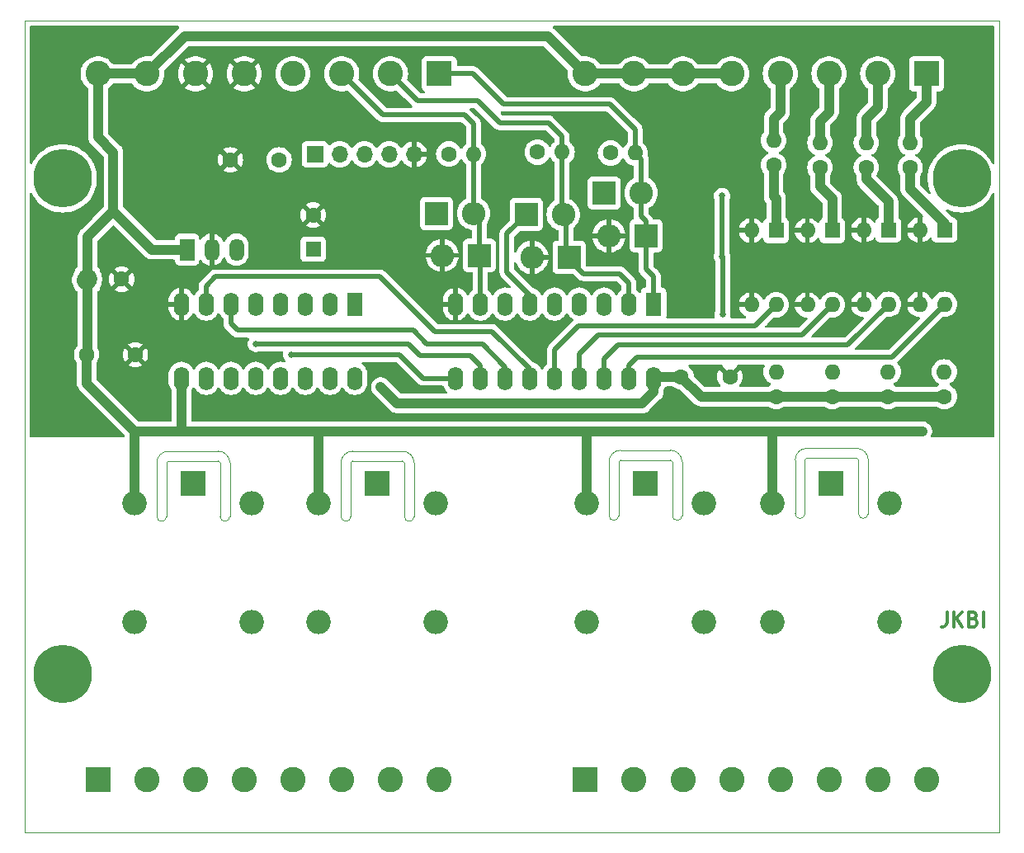
<source format=gbr>
%TF.GenerationSoftware,KiCad,Pcbnew,8.0.0*%
%TF.CreationDate,2024-08-31T22:07:17+02:00*%
%TF.ProjectId,esp32_blinds_controller,65737033-325f-4626-9c69-6e64735f636f,V0.2*%
%TF.SameCoordinates,Original*%
%TF.FileFunction,Copper,L1,Top*%
%TF.FilePolarity,Positive*%
%FSLAX46Y46*%
G04 Gerber Fmt 4.6, Leading zero omitted, Abs format (unit mm)*
G04 Created by KiCad (PCBNEW 8.0.0) date 2024-08-31 22:07:17*
%MOMM*%
%LPD*%
G01*
G04 APERTURE LIST*
%ADD10C,0.300000*%
%TA.AperFunction,NonConductor*%
%ADD11C,0.300000*%
%TD*%
%TA.AperFunction,ComponentPad*%
%ADD12R,1.600000X1.600000*%
%TD*%
%TA.AperFunction,ComponentPad*%
%ADD13C,1.600000*%
%TD*%
%TA.AperFunction,ComponentPad*%
%ADD14R,1.700000X1.700000*%
%TD*%
%TA.AperFunction,ComponentPad*%
%ADD15O,1.700000X1.700000*%
%TD*%
%TA.AperFunction,ComponentPad*%
%ADD16O,1.600000X1.600000*%
%TD*%
%TA.AperFunction,ComponentPad*%
%ADD17R,2.500000X2.500000*%
%TD*%
%TA.AperFunction,ComponentPad*%
%ADD18O,2.500000X2.500000*%
%TD*%
%TA.AperFunction,ComponentPad*%
%ADD19R,2.400000X2.400000*%
%TD*%
%TA.AperFunction,ComponentPad*%
%ADD20O,2.400000X2.400000*%
%TD*%
%TA.AperFunction,ComponentPad*%
%ADD21R,1.600000X2.400000*%
%TD*%
%TA.AperFunction,ComponentPad*%
%ADD22O,1.600000X2.400000*%
%TD*%
%TA.AperFunction,ComponentPad*%
%ADD23R,2.600000X2.600000*%
%TD*%
%TA.AperFunction,ComponentPad*%
%ADD24C,2.600000*%
%TD*%
%TA.AperFunction,ComponentPad*%
%ADD25C,6.000000*%
%TD*%
%TA.AperFunction,ComponentPad*%
%ADD26R,1.500000X2.300000*%
%TD*%
%TA.AperFunction,ComponentPad*%
%ADD27O,1.500000X2.300000*%
%TD*%
%TA.AperFunction,ViaPad*%
%ADD28C,0.650000*%
%TD*%
%TA.AperFunction,ViaPad*%
%ADD29C,0.600000*%
%TD*%
%TA.AperFunction,Conductor*%
%ADD30C,1.000000*%
%TD*%
%TA.AperFunction,Conductor*%
%ADD31C,2.000000*%
%TD*%
%TA.AperFunction,Conductor*%
%ADD32C,0.500000*%
%TD*%
%TA.AperFunction,Profile*%
%ADD33C,0.050000*%
%TD*%
%TA.AperFunction,Profile*%
%ADD34C,0.120000*%
%TD*%
G04 APERTURE END LIST*
D10*
D11*
X195783082Y-116400828D02*
X195783082Y-117472257D01*
X195783082Y-117472257D02*
X195711653Y-117686542D01*
X195711653Y-117686542D02*
X195568796Y-117829400D01*
X195568796Y-117829400D02*
X195354510Y-117900828D01*
X195354510Y-117900828D02*
X195211653Y-117900828D01*
X196497367Y-117900828D02*
X196497367Y-116400828D01*
X197354510Y-117900828D02*
X196711653Y-117043685D01*
X197354510Y-116400828D02*
X196497367Y-117257971D01*
X198497367Y-117115114D02*
X198711653Y-117186542D01*
X198711653Y-117186542D02*
X198783082Y-117257971D01*
X198783082Y-117257971D02*
X198854510Y-117400828D01*
X198854510Y-117400828D02*
X198854510Y-117615114D01*
X198854510Y-117615114D02*
X198783082Y-117757971D01*
X198783082Y-117757971D02*
X198711653Y-117829400D01*
X198711653Y-117829400D02*
X198568796Y-117900828D01*
X198568796Y-117900828D02*
X197997367Y-117900828D01*
X197997367Y-117900828D02*
X197997367Y-116400828D01*
X197997367Y-116400828D02*
X198497367Y-116400828D01*
X198497367Y-116400828D02*
X198640225Y-116472257D01*
X198640225Y-116472257D02*
X198711653Y-116543685D01*
X198711653Y-116543685D02*
X198783082Y-116686542D01*
X198783082Y-116686542D02*
X198783082Y-116829400D01*
X198783082Y-116829400D02*
X198711653Y-116972257D01*
X198711653Y-116972257D02*
X198640225Y-117043685D01*
X198640225Y-117043685D02*
X198497367Y-117115114D01*
X198497367Y-117115114D02*
X197997367Y-117115114D01*
X199497367Y-117900828D02*
X199497367Y-116400828D01*
D12*
%TO.P,C4,1*%
%TO.N,+3V3*%
X130750000Y-79152651D03*
D13*
%TO.P,C4,2*%
%TO.N,GND*%
X130750000Y-75652651D03*
%TD*%
D14*
%TO.P,J1,1,Pin_1*%
%TO.N,+3V3*%
X130925000Y-69415000D03*
D15*
%TO.P,J1,2,Pin_2*%
%TO.N,/INT*%
X133465000Y-69415000D03*
%TO.P,J1,3,Pin_3*%
%TO.N,/SDA*%
X136005000Y-69415000D03*
%TO.P,J1,4,Pin_4*%
%TO.N,/SCL*%
X138545000Y-69415000D03*
%TO.P,J1,5,Pin_5*%
%TO.N,GND*%
X141085000Y-69415000D03*
%TD*%
D12*
%TO.P,U7,1*%
%TO.N,Net-(R11-Pad1)*%
X195525000Y-77200000D03*
D16*
%TO.P,U7,2*%
%TO.N,GND*%
X192985000Y-77200000D03*
%TO.P,U7,3*%
X192985000Y-84820000D03*
%TO.P,U7,4*%
%TO.N,/IN4_L*%
X195525000Y-84820000D03*
%TD*%
D13*
%TO.P,R6,1*%
%TO.N,+3V3*%
X184000000Y-94300000D03*
D16*
%TO.P,R6,2*%
%TO.N,/IN2_L*%
X184000000Y-91760000D03*
%TD*%
D17*
%TO.P,K2,1*%
%TO.N,Net-(K1-Pad4)*%
X137300000Y-103250000D03*
D18*
%TO.P,K2,2*%
%TO.N,VBUS*%
X131300000Y-105250000D03*
%TO.P,K2,3*%
%TO.N,/L1-UP*%
X131300000Y-117450000D03*
%TO.P,K2,4*%
%TO.N,/L1-SW*%
X143300000Y-117450000D03*
%TO.P,K2,5*%
%TO.N,/nUP1*%
X143300000Y-105250000D03*
%TD*%
D13*
%TO.P,R2,1*%
%TO.N,+3V3*%
X153755000Y-69200000D03*
D16*
%TO.P,R2,2*%
%TO.N,/SDA*%
X156295000Y-69200000D03*
%TD*%
D19*
%TO.P,D9,1,K*%
%TO.N,+3V3*%
X143395000Y-75500000D03*
D20*
%TO.P,D9,2,A*%
%TO.N,/INT*%
X147205000Y-75500000D03*
%TD*%
D21*
%TO.P,U2,1,I1*%
%TO.N,unconnected-(U2-I1-Pad1)*%
X135000000Y-84800000D03*
D22*
%TO.P,U2,2,I2*%
%TO.N,unconnected-(U2-I2-Pad2)*%
X132460000Y-84800000D03*
%TO.P,U2,3,I3*%
%TO.N,unconnected-(U2-I3-Pad3)*%
X129920000Y-84800000D03*
%TO.P,U2,4,I4*%
%TO.N,/UP2*%
X127380000Y-84800000D03*
%TO.P,U2,5,I5*%
%TO.N,/DN2*%
X124840000Y-84800000D03*
%TO.P,U2,6,I6*%
%TO.N,/UP1*%
X122300000Y-84800000D03*
%TO.P,U2,7,I7*%
%TO.N,/DN1*%
X119760000Y-84800000D03*
%TO.P,U2,8,GND*%
%TO.N,GND*%
X117220000Y-84800000D03*
%TO.P,U2,9,COM*%
%TO.N,VBUS*%
X117220000Y-92420000D03*
%TO.P,U2,10,O7*%
%TO.N,/nDOWN1*%
X119760000Y-92420000D03*
%TO.P,U2,11,O6*%
%TO.N,/nUP1*%
X122300000Y-92420000D03*
%TO.P,U2,12,O5*%
%TO.N,/nDOWN2*%
X124840000Y-92420000D03*
%TO.P,U2,13,O4*%
%TO.N,/nUP2*%
X127380000Y-92420000D03*
%TO.P,U2,14,O3*%
%TO.N,unconnected-(U2-O3-Pad14)*%
X129920000Y-92420000D03*
%TO.P,U2,15,O2*%
%TO.N,unconnected-(U2-O2-Pad15)*%
X132460000Y-92420000D03*
%TO.P,U2,16,O1*%
%TO.N,unconnected-(U2-O1-Pad16)*%
X135000000Y-92420000D03*
%TD*%
D13*
%TO.P,R9,1*%
%TO.N,Net-(R9-Pad1)*%
X187500000Y-70795000D03*
D16*
%TO.P,R9,2*%
%TO.N,/IN3_H*%
X187500000Y-68255000D03*
%TD*%
D17*
%TO.P,K4,1*%
%TO.N,Net-(K3-Pad4)*%
X183850000Y-103250000D03*
D18*
%TO.P,K4,2*%
%TO.N,VBUS*%
X177850000Y-105250000D03*
%TO.P,K4,3*%
%TO.N,/L2-UP*%
X177850000Y-117450000D03*
%TO.P,K4,4*%
%TO.N,/L2-SW*%
X189850000Y-117450000D03*
%TO.P,K4,5*%
%TO.N,/nUP2*%
X189850000Y-105250000D03*
%TD*%
D13*
%TO.P,R8,1*%
%TO.N,Net-(R8-Pad1)*%
X182750000Y-70795000D03*
D16*
%TO.P,R8,2*%
%TO.N,/IN2_H*%
X182750000Y-68255000D03*
%TD*%
D12*
%TO.P,U6,1*%
%TO.N,Net-(R9-Pad1)*%
X189775000Y-77200000D03*
D16*
%TO.P,U6,2*%
%TO.N,GND*%
X187235000Y-77200000D03*
%TO.P,U6,3*%
X187235000Y-84820000D03*
%TO.P,U6,4*%
%TO.N,/IN3_L*%
X189775000Y-84820000D03*
%TD*%
D13*
%TO.P,R1,1*%
%TO.N,+3V3*%
X161255000Y-69300000D03*
D16*
%TO.P,R1,2*%
%TO.N,/SCL*%
X163795000Y-69300000D03*
%TD*%
D13*
%TO.P,R4,1*%
%TO.N,+3V3*%
X178250000Y-94295000D03*
D16*
%TO.P,R4,2*%
%TO.N,/IN1_L*%
X178250000Y-91755000D03*
%TD*%
D19*
%TO.P,D5,1,K*%
%TO.N,+3V3*%
X152595000Y-75600000D03*
D20*
%TO.P,D5,2,A*%
%TO.N,/SDA*%
X156405000Y-75600000D03*
%TD*%
D13*
%TO.P,R10,1*%
%TO.N,Net-(R10-Pad1)*%
X178000000Y-70545000D03*
D16*
%TO.P,R10,2*%
%TO.N,/IN1_H*%
X178000000Y-68005000D03*
%TD*%
D17*
%TO.P,K1,1*%
%TO.N,/L1*%
X118400000Y-103250000D03*
D18*
%TO.P,K1,2*%
%TO.N,VBUS*%
X112400000Y-105250000D03*
%TO.P,K1,3*%
%TO.N,/L1-DOWN*%
X112400000Y-117450000D03*
%TO.P,K1,4*%
%TO.N,Net-(K1-Pad4)*%
X124400000Y-117450000D03*
%TO.P,K1,5*%
%TO.N,/nDOWN1*%
X124400000Y-105250000D03*
%TD*%
D19*
%TO.P,D7,1,K*%
%TO.N,+3V3*%
X160595000Y-73400000D03*
D20*
%TO.P,D7,2,A*%
%TO.N,/SCL*%
X164405000Y-73400000D03*
%TD*%
D19*
%TO.P,D8,1,K*%
%TO.N,/SCL*%
X164905000Y-77800000D03*
D20*
%TO.P,D8,2,A*%
%TO.N,GND*%
X161095000Y-77800000D03*
%TD*%
D12*
%TO.P,U5,1*%
%TO.N,Net-(R8-Pad1)*%
X184000000Y-77250000D03*
D16*
%TO.P,U5,2*%
%TO.N,GND*%
X181460000Y-77250000D03*
%TO.P,U5,3*%
X181460000Y-84870000D03*
%TO.P,U5,4*%
%TO.N,/IN2_L*%
X184000000Y-84870000D03*
%TD*%
D19*
%TO.P,D10,1,K*%
%TO.N,/INT*%
X147805000Y-79800000D03*
D20*
%TO.P,D10,2,A*%
%TO.N,GND*%
X143995000Y-79800000D03*
%TD*%
D21*
%TO.P,U1,1,SCL*%
%TO.N,/SCL*%
X165680000Y-84800000D03*
D22*
%TO.P,U1,2,SDA*%
%TO.N,/SDA*%
X163140000Y-84800000D03*
%TO.P,U1,3,A2*%
%TO.N,/A2*%
X160600000Y-84800000D03*
%TO.P,U1,4,A1*%
%TO.N,/A1*%
X158060000Y-84800000D03*
%TO.P,U1,5,A0*%
%TO.N,/A0*%
X155520000Y-84800000D03*
%TO.P,U1,6,~{RESET}*%
%TO.N,+3V3*%
X152980000Y-84800000D03*
%TO.P,U1,7,NC*%
%TO.N,unconnected-(U1-NC-Pad7)*%
X150440000Y-84800000D03*
%TO.P,U1,8,INT*%
%TO.N,/INT*%
X147900000Y-84800000D03*
%TO.P,U1,9,VSS*%
%TO.N,GND*%
X145360000Y-84800000D03*
%TO.P,U1,10,GP0*%
%TO.N,/UP2*%
X145360000Y-92420000D03*
%TO.P,U1,11,GP1*%
%TO.N,/DN2*%
X147900000Y-92420000D03*
%TO.P,U1,12,GP2*%
%TO.N,/UP1*%
X150440000Y-92420000D03*
%TO.P,U1,13,GP3*%
%TO.N,/DN1*%
X152980000Y-92420000D03*
%TO.P,U1,14,GP4*%
%TO.N,/IN1_L*%
X155520000Y-92420000D03*
%TO.P,U1,15,GP5*%
%TO.N,/IN2_L*%
X158060000Y-92420000D03*
%TO.P,U1,16,GP6*%
%TO.N,/IN3_L*%
X160600000Y-92420000D03*
%TO.P,U1,17,GP7*%
%TO.N,/IN4_L*%
X163140000Y-92420000D03*
%TO.P,U1,18,VDD*%
%TO.N,+3V3*%
X165680000Y-92420000D03*
%TD*%
D13*
%TO.P,R3,1*%
%TO.N,+3V3*%
X144660000Y-69400000D03*
D16*
%TO.P,R3,2*%
%TO.N,/INT*%
X147200000Y-69400000D03*
%TD*%
D23*
%TO.P,MOD1,A1,A1*%
%TO.N,/L1-DOWN*%
X108675000Y-133580000D03*
D24*
%TO.P,MOD1,A2,A2*%
X113675000Y-133580000D03*
%TO.P,MOD1,A3,A3*%
%TO.N,/L1*%
X118675000Y-133580000D03*
%TO.P,MOD1,A4,A4*%
X123675000Y-133580000D03*
%TO.P,MOD1,A5,A5*%
%TO.N,/L1-UP*%
X128675000Y-133580000D03*
%TO.P,MOD1,A6,A6*%
X133675000Y-133580000D03*
%TO.P,MOD1,A7,A7*%
%TO.N,/L1-SW*%
X138675000Y-133580000D03*
%TO.P,MOD1,A8,A8*%
X143675000Y-133580000D03*
D23*
%TO.P,MOD1,B1,B1*%
%TO.N,/L2-DOWN*%
X158675000Y-133580000D03*
D24*
%TO.P,MOD1,B2,B2*%
X163675000Y-133580000D03*
%TO.P,MOD1,B3,B3*%
%TO.N,/L2*%
X168675000Y-133580000D03*
%TO.P,MOD1,B4,B4*%
X173675000Y-133580000D03*
%TO.P,MOD1,B5,B5*%
%TO.N,/L2-UP*%
X178675000Y-133580000D03*
%TO.P,MOD1,B6,B6*%
X183675000Y-133580000D03*
%TO.P,MOD1,B7,B7*%
%TO.N,/L2-SW*%
X188675000Y-133580000D03*
%TO.P,MOD1,B8,B8*%
X193675000Y-133580000D03*
D23*
%TO.P,MOD1,C1,C1*%
%TO.N,/IN4_H*%
X193675000Y-61160000D03*
D24*
%TO.P,MOD1,C2,C2*%
%TO.N,/IN3_H*%
X188675000Y-61160000D03*
%TO.P,MOD1,C3,C3*%
%TO.N,/IN2_H*%
X183675000Y-61160000D03*
%TO.P,MOD1,C4,C4*%
%TO.N,/IN1_H*%
X178675000Y-61160000D03*
%TO.P,MOD1,C5,C5*%
%TO.N,VBUS*%
X173675000Y-61160000D03*
%TO.P,MOD1,C6,C6*%
X168675000Y-61160000D03*
%TO.P,MOD1,C7,C7*%
X163675000Y-61160000D03*
%TO.P,MOD1,C8,C8*%
X158675000Y-61160000D03*
D23*
%TO.P,MOD1,D1,D1*%
%TO.N,/SCL*%
X143675000Y-61160000D03*
D24*
%TO.P,MOD1,D2,D2*%
%TO.N,/SDA*%
X138675000Y-61160000D03*
%TO.P,MOD1,D3,D3*%
%TO.N,/INT*%
X133675000Y-61160000D03*
%TO.P,MOD1,D4,D4*%
%TO.N,+3V3*%
X128675000Y-61160000D03*
%TO.P,MOD1,D5,D5*%
%TO.N,GND*%
X123675000Y-61160000D03*
%TO.P,MOD1,D6,D6*%
X118675000Y-61160000D03*
%TO.P,MOD1,D7,D7*%
%TO.N,VBUS*%
X113675000Y-61160000D03*
%TO.P,MOD1,D8,D8*%
X108675000Y-61160000D03*
D25*
%TO.P,MOD1,MH1*%
%TO.N,N/C*%
X105050000Y-71900000D03*
%TO.P,MOD1,MH2*%
X197300000Y-71900000D03*
%TO.P,MOD1,MH3*%
X105050000Y-122800000D03*
%TO.P,MOD1,MH4*%
X197300000Y-122800000D03*
%TD*%
D12*
%TO.P,U4,1*%
%TO.N,Net-(R10-Pad1)*%
X178250000Y-77250000D03*
D16*
%TO.P,U4,2*%
%TO.N,GND*%
X175710000Y-77250000D03*
%TO.P,U4,3*%
X175710000Y-84870000D03*
%TO.P,U4,4*%
%TO.N,/IN1_L*%
X178250000Y-84870000D03*
%TD*%
D13*
%TO.P,R7,1*%
%TO.N,+3V3*%
X195500000Y-94300000D03*
D16*
%TO.P,R7,2*%
%TO.N,/IN4_L*%
X195500000Y-91760000D03*
%TD*%
D13*
%TO.P,C2,1*%
%TO.N,VBUS*%
X107500000Y-90000000D03*
%TO.P,C2,2*%
%TO.N,GND*%
X112500000Y-90000000D03*
%TD*%
D12*
%TO.P,C5,1*%
%TO.N,VBUS*%
X107597349Y-82250000D03*
D13*
%TO.P,C5,2*%
%TO.N,GND*%
X111097349Y-82250000D03*
%TD*%
D26*
%TO.P,U3,1,IN*%
%TO.N,VBUS*%
X117803000Y-79207500D03*
D27*
%TO.P,U3,2,GND*%
%TO.N,GND*%
X120343000Y-79207500D03*
%TO.P,U3,3,OUT*%
%TO.N,+3V3*%
X122883000Y-79207500D03*
%TD*%
D17*
%TO.P,K3,1*%
%TO.N,/L2*%
X164800000Y-103250000D03*
D18*
%TO.P,K3,2*%
%TO.N,VBUS*%
X158800000Y-105250000D03*
%TO.P,K3,3*%
%TO.N,/L2-DOWN*%
X158800000Y-117450000D03*
%TO.P,K3,4*%
%TO.N,Net-(K3-Pad4)*%
X170800000Y-117450000D03*
%TO.P,K3,5*%
%TO.N,/nDOWN2*%
X170800000Y-105250000D03*
%TD*%
D13*
%TO.P,R11,1*%
%TO.N,Net-(R11-Pad1)*%
X192000000Y-70795000D03*
D16*
%TO.P,R11,2*%
%TO.N,/IN4_H*%
X192000000Y-68255000D03*
%TD*%
D19*
%TO.P,D6,1,K*%
%TO.N,/SDA*%
X157005000Y-80000000D03*
D20*
%TO.P,D6,2,A*%
%TO.N,GND*%
X153195000Y-80000000D03*
%TD*%
D13*
%TO.P,R5,1*%
%TO.N,+3V3*%
X189750000Y-94300000D03*
D16*
%TO.P,R5,2*%
%TO.N,/IN3_L*%
X189750000Y-91760000D03*
%TD*%
D13*
%TO.P,C1,1*%
%TO.N,+3V3*%
X127250000Y-70000000D03*
%TO.P,C1,2*%
%TO.N,GND*%
X122250000Y-70000000D03*
%TD*%
%TO.P,C3,1*%
%TO.N,+3V3*%
X168500000Y-92250000D03*
%TO.P,C3,2*%
%TO.N,GND*%
X173500000Y-92250000D03*
%TD*%
D28*
%TO.N,GND*%
X152700000Y-88100000D03*
X183100000Y-81400000D03*
X167200000Y-65200000D03*
X136500000Y-74300000D03*
X140900000Y-83200000D03*
X115600000Y-68600000D03*
X199800000Y-97500000D03*
X198900000Y-68000000D03*
X110600000Y-98000000D03*
X199600000Y-57300000D03*
X153700000Y-60200000D03*
X157300000Y-57400000D03*
X115000000Y-82600000D03*
X193100000Y-80700000D03*
X114900000Y-57800000D03*
X189000000Y-81500000D03*
X102000000Y-56800000D03*
X177800000Y-80600000D03*
X102000000Y-77000000D03*
X113600000Y-93200000D03*
X120500000Y-74500000D03*
X102200000Y-97600000D03*
D29*
%TO.N,VBUS*%
X193250000Y-97850000D03*
D28*
%TO.N,/DN2*%
X124840000Y-88900000D03*
%TO.N,/UP2*%
X128500000Y-90000000D03*
%TO.N,+3V3*%
X137670000Y-93330000D03*
X172700000Y-79900000D03*
X172750000Y-85850000D03*
X172700000Y-73700000D03*
%TD*%
D30*
%TO.N,VBUS*%
X159000000Y-97850000D02*
X177750000Y-97850000D01*
D31*
X107500000Y-82347349D02*
X107597349Y-82250000D01*
D30*
X113675000Y-61160000D02*
X117535000Y-57300000D01*
X108675000Y-61160000D02*
X108675000Y-67675000D01*
X117535000Y-57300000D02*
X154815000Y-57300000D01*
X117220000Y-92420000D02*
X117220000Y-97820000D01*
X107597349Y-89902651D02*
X107500000Y-90000000D01*
X158675000Y-61160000D02*
X173675000Y-61160000D01*
X114207500Y-79207500D02*
X110250000Y-75250000D01*
X177850000Y-97950000D02*
X177750000Y-97850000D01*
X112400000Y-99150000D02*
X112400000Y-97850000D01*
X107500000Y-90000000D02*
X107500000Y-92950000D01*
X177750000Y-97850000D02*
X193250000Y-97850000D01*
X110250000Y-69250000D02*
X110250000Y-75250000D01*
X154815000Y-57300000D02*
X158675000Y-61160000D01*
X158800000Y-105250000D02*
X158800000Y-98050000D01*
X107597349Y-82250000D02*
X107597349Y-89902651D01*
X177850000Y-105250000D02*
X177850000Y-97950000D01*
X117250000Y-97850000D02*
X131300000Y-97850000D01*
X117803000Y-79207500D02*
X114207500Y-79207500D01*
X108675000Y-61160000D02*
X113675000Y-61160000D01*
X110250000Y-75250000D02*
X107597349Y-77902651D01*
X112400000Y-99150000D02*
X112400000Y-105250000D01*
X131300000Y-98900000D02*
X131300000Y-105250000D01*
X107597349Y-77902651D02*
X107597349Y-82250000D01*
X131300000Y-98900000D02*
X131300000Y-97850000D01*
X158800000Y-98050000D02*
X159000000Y-97850000D01*
X112400000Y-97850000D02*
X117250000Y-97850000D01*
X131300000Y-97850000D02*
X159000000Y-97850000D01*
X108675000Y-67675000D02*
X110250000Y-69250000D01*
X107500000Y-92950000D02*
X112400000Y-97850000D01*
X117220000Y-97820000D02*
X117250000Y-97850000D01*
D32*
%TO.N,/DN1*%
X152980000Y-91480000D02*
X149100000Y-87600000D01*
X119760000Y-84800000D02*
X119760000Y-82940000D01*
X120700000Y-82000000D02*
X137600000Y-82000000D01*
X149100000Y-87600000D02*
X144100000Y-87600000D01*
X152980000Y-92420000D02*
X152980000Y-91480000D01*
X119760000Y-82940000D02*
X120700000Y-82000000D01*
X143200000Y-87600000D02*
X144100000Y-87600000D01*
X137600000Y-82000000D02*
X143200000Y-87600000D01*
%TO.N,/UP1*%
X150440000Y-91240000D02*
X148100000Y-88900000D01*
X150440000Y-92420000D02*
X150440000Y-91240000D01*
X148100000Y-88900000D02*
X142400000Y-88900000D01*
X141000000Y-87500000D02*
X123000000Y-87500000D01*
X123000000Y-87500000D02*
X122300000Y-86800000D01*
X122300000Y-86800000D02*
X122300000Y-84800000D01*
X142400000Y-88900000D02*
X141000000Y-87500000D01*
%TO.N,/DN2*%
X147900000Y-91100000D02*
X147900000Y-92420000D01*
X146900000Y-90100000D02*
X147900000Y-91100000D01*
X141700000Y-90100000D02*
X146900000Y-90100000D01*
X140500000Y-88900000D02*
X141700000Y-90100000D01*
X124840000Y-88900000D02*
X140500000Y-88900000D01*
%TO.N,/UP2*%
X142020000Y-92420000D02*
X145360000Y-92420000D01*
X139600000Y-90000000D02*
X142020000Y-92420000D01*
X128500000Y-90000000D02*
X139600000Y-90000000D01*
%TO.N,/SCL*%
X164405000Y-69910000D02*
X163795000Y-69300000D01*
X164905000Y-76300000D02*
X164405000Y-75800000D01*
X164905000Y-81205000D02*
X164905000Y-76300000D01*
X163795000Y-66895000D02*
X161200000Y-64300000D01*
X150300000Y-64300000D02*
X147160000Y-61160000D01*
X164405000Y-75800000D02*
X164405000Y-73400000D01*
X165680000Y-84800000D02*
X165680000Y-81980000D01*
X164405000Y-73400000D02*
X164405000Y-69910000D01*
X165680000Y-81980000D02*
X164905000Y-81205000D01*
X147160000Y-61160000D02*
X143675000Y-61160000D01*
X161200000Y-64300000D02*
X150300000Y-64300000D01*
X163795000Y-69300000D02*
X163795000Y-66895000D01*
%TO.N,/SDA*%
X156295000Y-69200000D02*
X156295000Y-75490000D01*
X156710000Y-79905000D02*
X156710000Y-75750000D01*
X147600000Y-63900000D02*
X149900000Y-66200000D01*
X163140000Y-84800000D02*
X163140000Y-82640000D01*
X138675000Y-61160000D02*
X141415000Y-63900000D01*
X154900000Y-66200000D02*
X156295000Y-67595000D01*
X156295000Y-75490000D02*
X156405000Y-75600000D01*
X149900000Y-66200000D02*
X154900000Y-66200000D01*
X141415000Y-63900000D02*
X147600000Y-63900000D01*
X162200000Y-81700000D02*
X158505000Y-81700000D01*
X158505000Y-81700000D02*
X156710000Y-79905000D01*
X163140000Y-82640000D02*
X162200000Y-81700000D01*
X156295000Y-67595000D02*
X156295000Y-69200000D01*
D30*
%TO.N,+3V3*%
X139340000Y-95000000D02*
X164500000Y-95000000D01*
X170550000Y-94300000D02*
X168500000Y-92250000D01*
X137670000Y-93330000D02*
X139340000Y-95000000D01*
D32*
X172750000Y-79950000D02*
X172700000Y-79900000D01*
X152980000Y-84800000D02*
X152980000Y-83880000D01*
X150600000Y-77595000D02*
X152595000Y-75600000D01*
D30*
X195500000Y-94300000D02*
X170550000Y-94300000D01*
X165680000Y-93820000D02*
X165680000Y-92420000D01*
X165850000Y-92250000D02*
X165680000Y-92420000D01*
D32*
X150600000Y-81500000D02*
X150600000Y-77595000D01*
X172700000Y-79900000D02*
X172700000Y-79600000D01*
X152980000Y-83880000D02*
X150600000Y-81500000D01*
X172700000Y-79600000D02*
X172700000Y-73700000D01*
D30*
X168500000Y-92250000D02*
X165850000Y-92250000D01*
X164500000Y-95000000D02*
X165680000Y-93820000D01*
D32*
X172750000Y-85850000D02*
X172750000Y-79950000D01*
%TO.N,/INT*%
X146300000Y-65400000D02*
X147200000Y-66300000D01*
X147805000Y-79800000D02*
X147805000Y-76100000D01*
X147900000Y-79895000D02*
X147805000Y-79800000D01*
X147805000Y-76100000D02*
X147205000Y-75500000D01*
X133675000Y-61160000D02*
X137915000Y-65400000D01*
X147200000Y-69400000D02*
X147200000Y-75495000D01*
X147200000Y-66300000D02*
X147200000Y-69400000D01*
X147900000Y-84800000D02*
X147900000Y-79895000D01*
X137915000Y-65400000D02*
X146300000Y-65400000D01*
X147200000Y-75495000D02*
X147205000Y-75500000D01*
%TO.N,/IN1_L*%
X158000000Y-87000000D02*
X155520000Y-89480000D01*
X176120000Y-87000000D02*
X158000000Y-87000000D01*
X155520000Y-89480000D02*
X155520000Y-92420000D01*
X178250000Y-84870000D02*
X176120000Y-87000000D01*
%TO.N,/IN2_L*%
X158060000Y-89940000D02*
X160000000Y-88000000D01*
X160000000Y-88000000D02*
X180870000Y-88000000D01*
X158060000Y-92420000D02*
X158060000Y-89940000D01*
X180870000Y-88000000D02*
X184000000Y-84870000D01*
%TO.N,/IN3_L*%
X162000000Y-89000000D02*
X185595000Y-89000000D01*
X160600000Y-92420000D02*
X160600000Y-90400000D01*
X160600000Y-90400000D02*
X162000000Y-89000000D01*
X185595000Y-89000000D02*
X189775000Y-84820000D01*
%TO.N,/IN4_L*%
X164000000Y-90250000D02*
X190095000Y-90250000D01*
X190095000Y-90250000D02*
X195525000Y-84820000D01*
X163140000Y-91110000D02*
X164000000Y-90250000D01*
X163140000Y-92420000D02*
X163140000Y-91110000D01*
D30*
%TO.N,/IN1_H*%
X178675000Y-65075000D02*
X178000000Y-65750000D01*
X178000000Y-65750000D02*
X178000000Y-68005000D01*
X178675000Y-61160000D02*
X178675000Y-65075000D01*
%TO.N,Net-(R8-Pad1)*%
X184000000Y-74000000D02*
X184000000Y-77250000D01*
X182750000Y-72750000D02*
X184000000Y-74000000D01*
X182750000Y-70795000D02*
X182750000Y-72750000D01*
%TO.N,Net-(R9-Pad1)*%
X187500000Y-72000000D02*
X189775000Y-74275000D01*
X189775000Y-74275000D02*
X189775000Y-77200000D01*
X187500000Y-70795000D02*
X187500000Y-72000000D01*
%TO.N,/IN2_H*%
X182750000Y-66000000D02*
X182750000Y-68255000D01*
X183675000Y-65075000D02*
X182750000Y-66000000D01*
X183675000Y-61160000D02*
X183675000Y-65075000D01*
%TO.N,Net-(R10-Pad1)*%
X178250000Y-74000000D02*
X178250000Y-77250000D01*
X178000000Y-73750000D02*
X178250000Y-74000000D01*
X178000000Y-70545000D02*
X178000000Y-73750000D01*
%TO.N,/IN4_H*%
X193675000Y-61160000D02*
X193675000Y-64075000D01*
X192000000Y-65750000D02*
X192000000Y-68255000D01*
X193675000Y-64075000D02*
X192000000Y-65750000D01*
%TO.N,Net-(R11-Pad1)*%
X195525000Y-76525000D02*
X192000000Y-73000000D01*
X192000000Y-73000000D02*
X192000000Y-70795000D01*
X195525000Y-77200000D02*
X195525000Y-76525000D01*
%TO.N,/IN3_H*%
X187500000Y-65750000D02*
X187500000Y-68255000D01*
X188675000Y-64575000D02*
X187500000Y-65750000D01*
X188675000Y-61160000D02*
X188675000Y-64575000D01*
%TD*%
%TA.AperFunction,Conductor*%
%TO.N,GND*%
G36*
X116970584Y-56265185D02*
G01*
X117016339Y-56317989D01*
X117026283Y-56387147D01*
X116997258Y-56450703D01*
X116972435Y-56472602D01*
X116897222Y-56522857D01*
X116897214Y-56522863D01*
X114072011Y-59348066D01*
X114010688Y-59381551D01*
X113965849Y-59383000D01*
X113809936Y-59359500D01*
X113809929Y-59359500D01*
X113540071Y-59359500D01*
X113540063Y-59359500D01*
X113273232Y-59399718D01*
X113273226Y-59399720D01*
X113015358Y-59479262D01*
X112772230Y-59596346D01*
X112549258Y-59748365D01*
X112351442Y-59931910D01*
X112207177Y-60112813D01*
X112149988Y-60152953D01*
X112110230Y-60159500D01*
X110239770Y-60159500D01*
X110172731Y-60139815D01*
X110142823Y-60112813D01*
X109998557Y-59931910D01*
X109800741Y-59748365D01*
X109761038Y-59721296D01*
X109577775Y-59596349D01*
X109577769Y-59596346D01*
X109577768Y-59596345D01*
X109577767Y-59596344D01*
X109334643Y-59479263D01*
X109334645Y-59479263D01*
X109076773Y-59399720D01*
X109076767Y-59399718D01*
X108809936Y-59359500D01*
X108809929Y-59359500D01*
X108540071Y-59359500D01*
X108540063Y-59359500D01*
X108273232Y-59399718D01*
X108273226Y-59399720D01*
X108015358Y-59479262D01*
X107772230Y-59596346D01*
X107549258Y-59748365D01*
X107351442Y-59931910D01*
X107183185Y-60142898D01*
X107048258Y-60376599D01*
X107048256Y-60376603D01*
X106949666Y-60627804D01*
X106949664Y-60627811D01*
X106889616Y-60890898D01*
X106869451Y-61159995D01*
X106869451Y-61160004D01*
X106889616Y-61429101D01*
X106949664Y-61692188D01*
X106949666Y-61692195D01*
X107009337Y-61844234D01*
X107048257Y-61943398D01*
X107183185Y-62177102D01*
X107236655Y-62244151D01*
X107351442Y-62388089D01*
X107467567Y-62495836D01*
X107549259Y-62571635D01*
X107620351Y-62620104D01*
X107664653Y-62674133D01*
X107674500Y-62722558D01*
X107674500Y-67773544D01*
X107712947Y-67966829D01*
X107712950Y-67966840D01*
X107723509Y-67992328D01*
X107723510Y-67992334D01*
X107723511Y-67992334D01*
X107788364Y-68148907D01*
X107788371Y-68148920D01*
X107897859Y-68312780D01*
X107897860Y-68312781D01*
X107897861Y-68312782D01*
X108037218Y-68452139D01*
X108037219Y-68452139D01*
X108044286Y-68459206D01*
X108044285Y-68459206D01*
X108044289Y-68459209D01*
X109213181Y-69628101D01*
X109246666Y-69689424D01*
X109249500Y-69715782D01*
X109249500Y-74784217D01*
X109229815Y-74851256D01*
X109213181Y-74871898D01*
X108094477Y-75990602D01*
X106959570Y-77125509D01*
X106959567Y-77125512D01*
X106922569Y-77162510D01*
X106820208Y-77264870D01*
X106710720Y-77428730D01*
X106710713Y-77428743D01*
X106657589Y-77556999D01*
X106639778Y-77600000D01*
X106635298Y-77610815D01*
X106632169Y-77626547D01*
X106596849Y-77804107D01*
X106596849Y-80912819D01*
X106577164Y-80979858D01*
X106547161Y-81012085D01*
X106439801Y-81092455D01*
X106353555Y-81207664D01*
X106353551Y-81207671D01*
X106303257Y-81342517D01*
X106297395Y-81397049D01*
X106296850Y-81402123D01*
X106296849Y-81402135D01*
X106296849Y-81410250D01*
X106277164Y-81477289D01*
X106273167Y-81483136D01*
X106216657Y-81560914D01*
X106109433Y-81771352D01*
X106036446Y-81995980D01*
X105999500Y-82229251D01*
X105999500Y-82465446D01*
X106036446Y-82698717D01*
X106109433Y-82923345D01*
X106215505Y-83131522D01*
X106216657Y-83133783D01*
X106355483Y-83324859D01*
X106522490Y-83491866D01*
X106545732Y-83508752D01*
X106588399Y-83564081D01*
X106596849Y-83609071D01*
X106596849Y-89012602D01*
X106577164Y-89079641D01*
X106560530Y-89100283D01*
X106499954Y-89160858D01*
X106369432Y-89347265D01*
X106369431Y-89347267D01*
X106273261Y-89553502D01*
X106273258Y-89553511D01*
X106214366Y-89773302D01*
X106214364Y-89773313D01*
X106194532Y-89999998D01*
X106194532Y-90000001D01*
X106214364Y-90226686D01*
X106214366Y-90226697D01*
X106273258Y-90446488D01*
X106273261Y-90446497D01*
X106359570Y-90631585D01*
X106369432Y-90652734D01*
X106465336Y-90789701D01*
X106477075Y-90806465D01*
X106499402Y-90872671D01*
X106499500Y-90877588D01*
X106499500Y-93048541D01*
X106499500Y-93048543D01*
X106499499Y-93048543D01*
X106513607Y-93119461D01*
X106513607Y-93119463D01*
X106532023Y-93212049D01*
X106532024Y-93212049D01*
X106532024Y-93212051D01*
X106537949Y-93241835D01*
X106537950Y-93241837D01*
X106537950Y-93241839D01*
X106613364Y-93423907D01*
X106613371Y-93423920D01*
X106722859Y-93587780D01*
X106722860Y-93587781D01*
X106722861Y-93587782D01*
X106862218Y-93727139D01*
X106862219Y-93727139D01*
X106869286Y-93734206D01*
X106869285Y-93734206D01*
X106869289Y-93734209D01*
X111363181Y-98228101D01*
X111396666Y-98289424D01*
X111399500Y-98315782D01*
X111399500Y-98376000D01*
X111379815Y-98443039D01*
X111327011Y-98488794D01*
X111275500Y-98500000D01*
X101799500Y-98500000D01*
X101732461Y-98480315D01*
X101686706Y-98427511D01*
X101675500Y-98376000D01*
X101675500Y-73504183D01*
X101695185Y-73437144D01*
X101747989Y-73391389D01*
X101817147Y-73381445D01*
X101880703Y-73410470D01*
X101909984Y-73447887D01*
X101931249Y-73489621D01*
X102014320Y-73652656D01*
X102214147Y-73960364D01*
X102402141Y-74192517D01*
X102445051Y-74245506D01*
X102704494Y-74504949D01*
X102789302Y-74573625D01*
X102989635Y-74735852D01*
X103284251Y-74927177D01*
X103297348Y-74935682D01*
X103624264Y-75102255D01*
X103966801Y-75233742D01*
X104321206Y-75328705D01*
X104683596Y-75386102D01*
X105029734Y-75404241D01*
X105049999Y-75405304D01*
X105050000Y-75405304D01*
X105050001Y-75405304D01*
X105069203Y-75404297D01*
X105416404Y-75386102D01*
X105778794Y-75328705D01*
X106133199Y-75233742D01*
X106475736Y-75102255D01*
X106802652Y-74935682D01*
X107110366Y-74735851D01*
X107395506Y-74504949D01*
X107654949Y-74245506D01*
X107885851Y-73960366D01*
X108085682Y-73652652D01*
X108252255Y-73325736D01*
X108383742Y-72983199D01*
X108478705Y-72628794D01*
X108536102Y-72266404D01*
X108555304Y-71900000D01*
X108536102Y-71533596D01*
X108478705Y-71171206D01*
X108383742Y-70816801D01*
X108252255Y-70474264D01*
X108085682Y-70147348D01*
X108085679Y-70147343D01*
X107885852Y-69839635D01*
X107654952Y-69554498D01*
X107654949Y-69554494D01*
X107395506Y-69295051D01*
X107278128Y-69200000D01*
X107110364Y-69064147D01*
X106802656Y-68864320D01*
X106475739Y-68697746D01*
X106133206Y-68566260D01*
X106133199Y-68566258D01*
X105778794Y-68471295D01*
X105778790Y-68471294D01*
X105778789Y-68471294D01*
X105416405Y-68413898D01*
X105050001Y-68394696D01*
X105049999Y-68394696D01*
X104683594Y-68413898D01*
X104321211Y-68471294D01*
X104321209Y-68471294D01*
X103966793Y-68566260D01*
X103624260Y-68697746D01*
X103297343Y-68864320D01*
X102989635Y-69064147D01*
X102704498Y-69295047D01*
X102704490Y-69295054D01*
X102445054Y-69554490D01*
X102445047Y-69554498D01*
X102214147Y-69839635D01*
X102014320Y-70147343D01*
X101909985Y-70352111D01*
X101862010Y-70402907D01*
X101794189Y-70419702D01*
X101728054Y-70397164D01*
X101684603Y-70342449D01*
X101675500Y-70295816D01*
X101675500Y-56369500D01*
X101695185Y-56302461D01*
X101747989Y-56256706D01*
X101799500Y-56245500D01*
X116903545Y-56245500D01*
X116970584Y-56265185D01*
G37*
%TD.AperFunction*%
%TA.AperFunction,Conductor*%
G36*
X200617539Y-56265185D02*
G01*
X200663294Y-56317989D01*
X200674500Y-56369500D01*
X200674500Y-70295816D01*
X200654815Y-70362855D01*
X200602011Y-70408610D01*
X200532853Y-70418554D01*
X200469297Y-70389529D01*
X200440015Y-70352111D01*
X200382452Y-70239139D01*
X200335682Y-70147348D01*
X200335679Y-70147343D01*
X200135852Y-69839635D01*
X199904952Y-69554498D01*
X199904949Y-69554494D01*
X199645506Y-69295051D01*
X199528128Y-69200000D01*
X199360364Y-69064147D01*
X199052656Y-68864320D01*
X198725739Y-68697746D01*
X198383206Y-68566260D01*
X198383199Y-68566258D01*
X198028794Y-68471295D01*
X198028790Y-68471294D01*
X198028789Y-68471294D01*
X197666405Y-68413898D01*
X197300001Y-68394696D01*
X197299999Y-68394696D01*
X196933594Y-68413898D01*
X196571211Y-68471294D01*
X196571209Y-68471294D01*
X196216793Y-68566260D01*
X195874260Y-68697746D01*
X195547343Y-68864320D01*
X195239635Y-69064147D01*
X194954498Y-69295047D01*
X194954490Y-69295054D01*
X194695054Y-69554490D01*
X194695047Y-69554498D01*
X194464147Y-69839635D01*
X194264320Y-70147343D01*
X194097746Y-70474260D01*
X193966260Y-70816793D01*
X193871294Y-71171209D01*
X193871294Y-71171211D01*
X193813898Y-71533594D01*
X193794696Y-71899999D01*
X193794696Y-71900000D01*
X193813898Y-72266405D01*
X193820894Y-72310576D01*
X193871295Y-72628794D01*
X193946799Y-72910579D01*
X193966260Y-72983206D01*
X194054129Y-73212111D01*
X194093005Y-73313389D01*
X194097748Y-73325743D01*
X194113272Y-73356211D01*
X194126168Y-73424880D01*
X194099891Y-73489621D01*
X194042784Y-73529877D01*
X193972979Y-73532869D01*
X193915106Y-73500186D01*
X193036819Y-72621899D01*
X193003334Y-72560576D01*
X193000500Y-72534218D01*
X193000500Y-71672588D01*
X193020185Y-71605549D01*
X193022925Y-71601465D01*
X193070447Y-71533596D01*
X193130568Y-71447734D01*
X193226739Y-71241496D01*
X193285635Y-71021692D01*
X193305468Y-70795000D01*
X193303338Y-70770659D01*
X193296186Y-70688903D01*
X193285635Y-70568308D01*
X193228092Y-70353553D01*
X193226741Y-70348511D01*
X193226738Y-70348502D01*
X193216554Y-70326662D01*
X193130568Y-70142266D01*
X193000047Y-69955861D01*
X193000045Y-69955858D01*
X192839141Y-69794954D01*
X192652734Y-69664432D01*
X192652728Y-69664429D01*
X192622660Y-69650408D01*
X192594724Y-69637381D01*
X192542285Y-69591210D01*
X192523133Y-69524017D01*
X192543348Y-69457135D01*
X192594725Y-69412618D01*
X192652734Y-69385568D01*
X192839139Y-69255047D01*
X193000047Y-69094139D01*
X193130568Y-68907734D01*
X193226739Y-68701496D01*
X193285635Y-68481692D01*
X193305468Y-68255000D01*
X193304188Y-68240375D01*
X193295503Y-68141097D01*
X193285635Y-68028308D01*
X193226739Y-67808504D01*
X193130568Y-67602266D01*
X193022924Y-67448532D01*
X193000597Y-67382326D01*
X193000500Y-67377410D01*
X193000500Y-66215782D01*
X193020185Y-66148743D01*
X193036819Y-66128101D01*
X193735106Y-65429815D01*
X194452140Y-64712781D01*
X194490417Y-64655495D01*
X194561632Y-64548914D01*
X194607898Y-64437218D01*
X194637052Y-64366835D01*
X194675500Y-64173540D01*
X194675500Y-63976460D01*
X194675500Y-63084499D01*
X194695185Y-63017460D01*
X194747989Y-62971705D01*
X194799500Y-62960499D01*
X195022871Y-62960499D01*
X195022872Y-62960499D01*
X195082483Y-62954091D01*
X195217331Y-62903796D01*
X195332546Y-62817546D01*
X195418796Y-62702331D01*
X195469091Y-62567483D01*
X195475500Y-62507873D01*
X195475499Y-59812128D01*
X195469091Y-59752517D01*
X195467542Y-59748365D01*
X195418797Y-59617671D01*
X195418793Y-59617664D01*
X195332547Y-59502455D01*
X195332544Y-59502452D01*
X195217335Y-59416206D01*
X195217328Y-59416202D01*
X195082482Y-59365908D01*
X195082483Y-59365908D01*
X195022883Y-59359501D01*
X195022881Y-59359500D01*
X195022873Y-59359500D01*
X195022864Y-59359500D01*
X192327129Y-59359500D01*
X192327123Y-59359501D01*
X192267516Y-59365908D01*
X192132671Y-59416202D01*
X192132664Y-59416206D01*
X192017455Y-59502452D01*
X192017452Y-59502455D01*
X191931206Y-59617664D01*
X191931202Y-59617671D01*
X191880908Y-59752517D01*
X191874501Y-59812116D01*
X191874501Y-59812123D01*
X191874500Y-59812135D01*
X191874500Y-62507870D01*
X191874501Y-62507876D01*
X191880908Y-62567483D01*
X191931202Y-62702328D01*
X191931206Y-62702335D01*
X192017452Y-62817544D01*
X192017455Y-62817547D01*
X192132664Y-62903793D01*
X192132671Y-62903797D01*
X192147474Y-62909318D01*
X192267517Y-62954091D01*
X192327127Y-62960500D01*
X192550500Y-62960499D01*
X192617539Y-62980183D01*
X192663294Y-63032987D01*
X192674500Y-63084499D01*
X192674500Y-63609217D01*
X192654815Y-63676256D01*
X192638181Y-63696898D01*
X191362220Y-64972859D01*
X191362218Y-64972861D01*
X191313420Y-65021659D01*
X191222859Y-65112219D01*
X191113371Y-65276079D01*
X191113366Y-65276089D01*
X191060038Y-65404835D01*
X191037950Y-65458159D01*
X191037947Y-65458167D01*
X191024440Y-65526079D01*
X191022682Y-65534916D01*
X191016886Y-65564051D01*
X190999500Y-65651456D01*
X190999500Y-67377410D01*
X190979815Y-67444449D01*
X190977076Y-67448532D01*
X190869431Y-67602267D01*
X190773261Y-67808502D01*
X190773258Y-67808511D01*
X190714366Y-68028302D01*
X190714364Y-68028313D01*
X190694532Y-68254998D01*
X190694532Y-68255001D01*
X190714364Y-68481686D01*
X190714366Y-68481697D01*
X190773258Y-68701488D01*
X190773261Y-68701497D01*
X190869431Y-68907732D01*
X190869432Y-68907734D01*
X190999954Y-69094141D01*
X191160858Y-69255045D01*
X191160861Y-69255047D01*
X191347266Y-69385568D01*
X191405275Y-69412618D01*
X191457714Y-69458791D01*
X191476866Y-69525984D01*
X191456650Y-69592865D01*
X191405275Y-69637382D01*
X191347267Y-69664431D01*
X191347265Y-69664432D01*
X191160858Y-69794954D01*
X190999954Y-69955858D01*
X190869432Y-70142265D01*
X190869431Y-70142267D01*
X190773261Y-70348502D01*
X190773258Y-70348511D01*
X190714366Y-70568302D01*
X190714364Y-70568313D01*
X190694532Y-70794998D01*
X190694532Y-70795001D01*
X190714364Y-71021686D01*
X190714366Y-71021697D01*
X190773258Y-71241488D01*
X190773261Y-71241497D01*
X190869431Y-71447732D01*
X190869432Y-71447734D01*
X190977075Y-71601465D01*
X190999402Y-71667671D01*
X190999500Y-71672588D01*
X190999500Y-73098544D01*
X191037947Y-73291829D01*
X191037949Y-73291835D01*
X191046877Y-73313388D01*
X191046878Y-73313392D01*
X191113368Y-73473914D01*
X191113369Y-73473917D01*
X191222860Y-73637781D01*
X191222863Y-73637785D01*
X191366537Y-73781459D01*
X191366559Y-73781479D01*
X193288474Y-75703394D01*
X193321959Y-75764717D01*
X193316975Y-75834409D01*
X193276280Y-75889450D01*
X193235000Y-75921125D01*
X193235000Y-76884314D01*
X193230606Y-76879920D01*
X193139394Y-76827259D01*
X193037661Y-76800000D01*
X192932339Y-76800000D01*
X192830606Y-76827259D01*
X192739394Y-76879920D01*
X192735000Y-76884314D01*
X192735000Y-75921127D01*
X192538671Y-75973734D01*
X192332517Y-76069865D01*
X192146179Y-76200342D01*
X191985342Y-76361179D01*
X191854865Y-76547517D01*
X191758734Y-76753673D01*
X191758730Y-76753682D01*
X191706127Y-76949999D01*
X191706128Y-76950000D01*
X192669314Y-76950000D01*
X192664920Y-76954394D01*
X192612259Y-77045606D01*
X192585000Y-77147339D01*
X192585000Y-77252661D01*
X192612259Y-77354394D01*
X192664920Y-77445606D01*
X192669314Y-77450000D01*
X191706128Y-77450000D01*
X191758730Y-77646317D01*
X191758734Y-77646326D01*
X191854865Y-77852482D01*
X191985342Y-78038820D01*
X192146179Y-78199657D01*
X192332517Y-78330134D01*
X192538673Y-78426265D01*
X192538682Y-78426269D01*
X192734999Y-78478872D01*
X192735000Y-78478871D01*
X192735000Y-77515686D01*
X192739394Y-77520080D01*
X192830606Y-77572741D01*
X192932339Y-77600000D01*
X193037661Y-77600000D01*
X193139394Y-77572741D01*
X193230606Y-77520080D01*
X193235000Y-77515686D01*
X193235000Y-78478872D01*
X193431317Y-78426269D01*
X193431326Y-78426265D01*
X193637482Y-78330134D01*
X193823820Y-78199657D01*
X193984658Y-78038819D01*
X194002190Y-78013781D01*
X194056766Y-77970155D01*
X194126264Y-77962961D01*
X194188619Y-77994482D01*
X194224034Y-78054712D01*
X194227055Y-78071647D01*
X194230907Y-78107480D01*
X194281202Y-78242328D01*
X194281206Y-78242335D01*
X194367452Y-78357544D01*
X194367455Y-78357547D01*
X194482664Y-78443793D01*
X194482671Y-78443797D01*
X194617517Y-78494091D01*
X194617516Y-78494091D01*
X194624444Y-78494835D01*
X194677127Y-78500500D01*
X196372872Y-78500499D01*
X196432483Y-78494091D01*
X196567331Y-78443796D01*
X196682546Y-78357546D01*
X196768796Y-78242331D01*
X196819091Y-78107483D01*
X196825500Y-78047873D01*
X196825499Y-76352128D01*
X196819091Y-76292517D01*
X196812725Y-76275450D01*
X196768797Y-76157671D01*
X196768793Y-76157664D01*
X196682547Y-76042455D01*
X196682544Y-76042452D01*
X196567335Y-75956206D01*
X196567328Y-75956202D01*
X196432482Y-75905908D01*
X196432483Y-75905908D01*
X196372883Y-75899501D01*
X196372881Y-75899500D01*
X196372873Y-75899500D01*
X196372865Y-75899500D01*
X196365783Y-75899500D01*
X196298744Y-75879815D01*
X196278106Y-75863185D01*
X196162782Y-75747861D01*
X196162781Y-75747860D01*
X196159670Y-75744749D01*
X196159655Y-75744735D01*
X195699813Y-75284893D01*
X195666328Y-75223570D01*
X195671312Y-75153878D01*
X195713184Y-75097945D01*
X195778648Y-75073528D01*
X195843788Y-75086726D01*
X195874264Y-75102255D01*
X196216801Y-75233742D01*
X196571206Y-75328705D01*
X196933596Y-75386102D01*
X197279734Y-75404241D01*
X197299999Y-75405304D01*
X197300000Y-75405304D01*
X197300001Y-75405304D01*
X197319203Y-75404297D01*
X197666404Y-75386102D01*
X198028794Y-75328705D01*
X198383199Y-75233742D01*
X198725736Y-75102255D01*
X199052652Y-74935682D01*
X199360366Y-74735851D01*
X199645506Y-74504949D01*
X199904949Y-74245506D01*
X200135851Y-73960366D01*
X200335682Y-73652652D01*
X200440015Y-73447887D01*
X200487990Y-73397092D01*
X200555811Y-73380297D01*
X200621946Y-73402834D01*
X200665397Y-73457550D01*
X200674500Y-73504183D01*
X200674500Y-98376000D01*
X200654815Y-98443039D01*
X200602011Y-98488794D01*
X200550500Y-98500000D01*
X194249274Y-98500000D01*
X194182235Y-98480315D01*
X194136480Y-98427511D01*
X194126536Y-98358353D01*
X194134713Y-98328548D01*
X194212049Y-98141839D01*
X194212051Y-98141835D01*
X194250500Y-97948541D01*
X194250500Y-97751459D01*
X194250500Y-97751456D01*
X194212052Y-97558170D01*
X194212051Y-97558169D01*
X194212051Y-97558165D01*
X194212049Y-97558160D01*
X194136635Y-97376092D01*
X194136628Y-97376079D01*
X194027139Y-97212218D01*
X194027136Y-97212214D01*
X193887785Y-97072863D01*
X193887781Y-97072860D01*
X193723920Y-96963371D01*
X193723907Y-96963364D01*
X193541839Y-96887950D01*
X193541829Y-96887947D01*
X193348543Y-96849500D01*
X193348541Y-96849500D01*
X177848541Y-96849500D01*
X159098541Y-96849500D01*
X131398541Y-96849500D01*
X118344500Y-96849500D01*
X118277461Y-96829815D01*
X118231706Y-96777011D01*
X118220500Y-96725500D01*
X118220500Y-93695761D01*
X118240185Y-93628722D01*
X118244165Y-93622899D01*
X118332287Y-93501610D01*
X118379516Y-93408917D01*
X118427489Y-93358123D01*
X118495310Y-93341328D01*
X118561445Y-93363865D01*
X118600483Y-93408917D01*
X118635040Y-93476738D01*
X118647715Y-93501614D01*
X118768028Y-93667213D01*
X118912786Y-93811971D01*
X119059469Y-93918540D01*
X119078390Y-93932287D01*
X119148057Y-93967784D01*
X119260776Y-94025218D01*
X119260778Y-94025218D01*
X119260781Y-94025220D01*
X119365137Y-94059127D01*
X119455465Y-94088477D01*
X119556557Y-94104488D01*
X119657648Y-94120500D01*
X119657649Y-94120500D01*
X119862351Y-94120500D01*
X119862352Y-94120500D01*
X120064534Y-94088477D01*
X120259219Y-94025220D01*
X120441610Y-93932287D01*
X120534590Y-93864732D01*
X120607213Y-93811971D01*
X120607215Y-93811968D01*
X120607219Y-93811966D01*
X120751966Y-93667219D01*
X120751968Y-93667215D01*
X120751971Y-93667213D01*
X120872284Y-93501614D01*
X120872285Y-93501613D01*
X120872287Y-93501610D01*
X120919516Y-93408917D01*
X120967489Y-93358123D01*
X121035310Y-93341328D01*
X121101445Y-93363865D01*
X121140483Y-93408917D01*
X121175040Y-93476738D01*
X121187715Y-93501614D01*
X121308028Y-93667213D01*
X121452786Y-93811971D01*
X121599469Y-93918540D01*
X121618390Y-93932287D01*
X121688057Y-93967784D01*
X121800776Y-94025218D01*
X121800778Y-94025218D01*
X121800781Y-94025220D01*
X121905137Y-94059127D01*
X121995465Y-94088477D01*
X122096557Y-94104488D01*
X122197648Y-94120500D01*
X122197649Y-94120500D01*
X122402351Y-94120500D01*
X122402352Y-94120500D01*
X122604534Y-94088477D01*
X122799219Y-94025220D01*
X122981610Y-93932287D01*
X123074590Y-93864732D01*
X123147213Y-93811971D01*
X123147215Y-93811968D01*
X123147219Y-93811966D01*
X123291966Y-93667219D01*
X123291968Y-93667215D01*
X123291971Y-93667213D01*
X123412284Y-93501614D01*
X123412285Y-93501613D01*
X123412287Y-93501610D01*
X123459516Y-93408917D01*
X123507489Y-93358123D01*
X123575310Y-93341328D01*
X123641445Y-93363865D01*
X123680483Y-93408917D01*
X123715040Y-93476738D01*
X123727715Y-93501614D01*
X123848028Y-93667213D01*
X123992786Y-93811971D01*
X124139469Y-93918540D01*
X124158390Y-93932287D01*
X124228057Y-93967784D01*
X124340776Y-94025218D01*
X124340778Y-94025218D01*
X124340781Y-94025220D01*
X124445137Y-94059127D01*
X124535465Y-94088477D01*
X124636557Y-94104488D01*
X124737648Y-94120500D01*
X124737649Y-94120500D01*
X124942351Y-94120500D01*
X124942352Y-94120500D01*
X125144534Y-94088477D01*
X125339219Y-94025220D01*
X125521610Y-93932287D01*
X125614590Y-93864732D01*
X125687213Y-93811971D01*
X125687215Y-93811968D01*
X125687219Y-93811966D01*
X125831966Y-93667219D01*
X125831968Y-93667215D01*
X125831971Y-93667213D01*
X125952284Y-93501614D01*
X125952285Y-93501613D01*
X125952287Y-93501610D01*
X125999516Y-93408917D01*
X126047489Y-93358123D01*
X126115310Y-93341328D01*
X126181445Y-93363865D01*
X126220483Y-93408917D01*
X126255040Y-93476738D01*
X126267715Y-93501614D01*
X126388028Y-93667213D01*
X126532786Y-93811971D01*
X126679469Y-93918540D01*
X126698390Y-93932287D01*
X126768057Y-93967784D01*
X126880776Y-94025218D01*
X126880778Y-94025218D01*
X126880781Y-94025220D01*
X126985137Y-94059127D01*
X127075465Y-94088477D01*
X127176557Y-94104488D01*
X127277648Y-94120500D01*
X127277649Y-94120500D01*
X127482351Y-94120500D01*
X127482352Y-94120500D01*
X127684534Y-94088477D01*
X127879219Y-94025220D01*
X128061610Y-93932287D01*
X128154590Y-93864732D01*
X128227213Y-93811971D01*
X128227215Y-93811968D01*
X128227219Y-93811966D01*
X128371966Y-93667219D01*
X128371968Y-93667215D01*
X128371971Y-93667213D01*
X128492284Y-93501614D01*
X128492285Y-93501613D01*
X128492287Y-93501610D01*
X128539516Y-93408917D01*
X128587489Y-93358123D01*
X128655310Y-93341328D01*
X128721445Y-93363865D01*
X128760483Y-93408917D01*
X128795040Y-93476738D01*
X128807715Y-93501614D01*
X128928028Y-93667213D01*
X129072786Y-93811971D01*
X129219469Y-93918540D01*
X129238390Y-93932287D01*
X129308057Y-93967784D01*
X129420776Y-94025218D01*
X129420778Y-94025218D01*
X129420781Y-94025220D01*
X129525137Y-94059127D01*
X129615465Y-94088477D01*
X129716557Y-94104488D01*
X129817648Y-94120500D01*
X129817649Y-94120500D01*
X130022351Y-94120500D01*
X130022352Y-94120500D01*
X130224534Y-94088477D01*
X130419219Y-94025220D01*
X130601610Y-93932287D01*
X130694590Y-93864732D01*
X130767213Y-93811971D01*
X130767215Y-93811968D01*
X130767219Y-93811966D01*
X130911966Y-93667219D01*
X130911968Y-93667215D01*
X130911971Y-93667213D01*
X131032284Y-93501614D01*
X131032285Y-93501613D01*
X131032287Y-93501610D01*
X131079516Y-93408917D01*
X131127489Y-93358123D01*
X131195310Y-93341328D01*
X131261445Y-93363865D01*
X131300483Y-93408917D01*
X131335040Y-93476738D01*
X131347715Y-93501614D01*
X131468028Y-93667213D01*
X131612786Y-93811971D01*
X131759469Y-93918540D01*
X131778390Y-93932287D01*
X131848057Y-93967784D01*
X131960776Y-94025218D01*
X131960778Y-94025218D01*
X131960781Y-94025220D01*
X132065137Y-94059127D01*
X132155465Y-94088477D01*
X132256557Y-94104488D01*
X132357648Y-94120500D01*
X132357649Y-94120500D01*
X132562351Y-94120500D01*
X132562352Y-94120500D01*
X132764534Y-94088477D01*
X132959219Y-94025220D01*
X133141610Y-93932287D01*
X133234590Y-93864732D01*
X133307213Y-93811971D01*
X133307215Y-93811968D01*
X133307219Y-93811966D01*
X133451966Y-93667219D01*
X133451968Y-93667215D01*
X133451971Y-93667213D01*
X133572284Y-93501614D01*
X133572285Y-93501613D01*
X133572287Y-93501610D01*
X133619516Y-93408917D01*
X133667489Y-93358123D01*
X133735310Y-93341328D01*
X133801445Y-93363865D01*
X133840483Y-93408917D01*
X133875040Y-93476738D01*
X133887715Y-93501614D01*
X134008028Y-93667213D01*
X134152786Y-93811971D01*
X134299469Y-93918540D01*
X134318390Y-93932287D01*
X134388057Y-93967784D01*
X134500776Y-94025218D01*
X134500778Y-94025218D01*
X134500781Y-94025220D01*
X134605137Y-94059127D01*
X134695465Y-94088477D01*
X134796557Y-94104488D01*
X134897648Y-94120500D01*
X134897649Y-94120500D01*
X135102351Y-94120500D01*
X135102352Y-94120500D01*
X135304534Y-94088477D01*
X135499219Y-94025220D01*
X135681610Y-93932287D01*
X135774590Y-93864732D01*
X135847213Y-93811971D01*
X135847215Y-93811968D01*
X135847219Y-93811966D01*
X135991966Y-93667219D01*
X135991968Y-93667215D01*
X135991971Y-93667213D01*
X136049681Y-93587780D01*
X136112287Y-93501610D01*
X136205220Y-93319219D01*
X136268477Y-93124534D01*
X136300500Y-92922352D01*
X136300500Y-91917648D01*
X136268477Y-91715466D01*
X136205220Y-91520781D01*
X136205218Y-91520778D01*
X136205218Y-91520776D01*
X136142898Y-91398468D01*
X136112287Y-91338390D01*
X136104556Y-91327749D01*
X135991971Y-91172786D01*
X135847219Y-91028034D01*
X135809321Y-91000500D01*
X135773973Y-90974818D01*
X135731308Y-90919489D01*
X135725329Y-90849875D01*
X135757934Y-90788080D01*
X135818773Y-90753723D01*
X135846859Y-90750500D01*
X139237770Y-90750500D01*
X139304809Y-90770185D01*
X139325451Y-90786819D01*
X141541578Y-93002947D01*
X141541585Y-93002953D01*
X141605460Y-93045632D01*
X141605462Y-93045633D01*
X141605465Y-93045635D01*
X141664505Y-93085084D01*
X141664506Y-93085084D01*
X141664507Y-93085085D01*
X141747503Y-93119463D01*
X141801087Y-93141658D01*
X141801091Y-93141658D01*
X141801092Y-93141659D01*
X141946079Y-93170500D01*
X141946082Y-93170500D01*
X141946083Y-93170500D01*
X142093918Y-93170500D01*
X144016367Y-93170500D01*
X144083406Y-93190185D01*
X144129161Y-93242989D01*
X144134298Y-93256181D01*
X144154781Y-93319223D01*
X144247715Y-93501613D01*
X144368028Y-93667213D01*
X144488634Y-93787819D01*
X144522119Y-93849142D01*
X144517135Y-93918834D01*
X144475263Y-93974767D01*
X144409799Y-93999184D01*
X144400953Y-93999500D01*
X139805783Y-93999500D01*
X139738744Y-93979815D01*
X139718102Y-93963181D01*
X138307784Y-92552863D01*
X138307780Y-92552860D01*
X138143920Y-92443372D01*
X138143910Y-92443367D01*
X137961836Y-92367949D01*
X137961828Y-92367947D01*
X137768543Y-92329500D01*
X137768540Y-92329500D01*
X137571460Y-92329500D01*
X137571457Y-92329500D01*
X137378171Y-92367947D01*
X137378163Y-92367949D01*
X137196089Y-92443367D01*
X137196079Y-92443372D01*
X137032219Y-92552860D01*
X137032215Y-92552863D01*
X136892863Y-92692215D01*
X136892860Y-92692219D01*
X136783372Y-92856079D01*
X136783367Y-92856089D01*
X136707949Y-93038163D01*
X136707947Y-93038171D01*
X136669500Y-93231455D01*
X136669500Y-93428544D01*
X136707947Y-93621828D01*
X136707949Y-93621836D01*
X136783367Y-93803910D01*
X136783372Y-93803920D01*
X136892860Y-93967780D01*
X136892863Y-93967784D01*
X138702215Y-95777137D01*
X138702219Y-95777140D01*
X138866079Y-95886628D01*
X138866085Y-95886631D01*
X138866086Y-95886632D01*
X139048165Y-95962052D01*
X139209389Y-95994121D01*
X139241457Y-96000499D01*
X139241458Y-96000500D01*
X139241459Y-96000500D01*
X164598542Y-96000500D01*
X164630614Y-95994120D01*
X164695188Y-95981275D01*
X164791836Y-95962051D01*
X164845165Y-95939961D01*
X164973914Y-95886632D01*
X165137782Y-95777139D01*
X165277139Y-95637782D01*
X165277140Y-95637779D01*
X165284206Y-95630714D01*
X165284209Y-95630710D01*
X166317778Y-94597141D01*
X166317782Y-94597139D01*
X166457139Y-94457782D01*
X166566632Y-94293914D01*
X166638461Y-94120503D01*
X166638463Y-94120499D01*
X166642049Y-94111841D01*
X166642049Y-94111840D01*
X166642051Y-94111836D01*
X166680500Y-93918540D01*
X166680500Y-93721460D01*
X166680500Y-93695761D01*
X166700185Y-93628722D01*
X166704165Y-93622899D01*
X166792287Y-93501610D01*
X166885220Y-93319219D01*
X166885737Y-93318205D01*
X166933712Y-93267409D01*
X166996222Y-93250500D01*
X167622412Y-93250500D01*
X167689451Y-93270185D01*
X167693523Y-93272917D01*
X167847266Y-93380568D01*
X168053504Y-93476739D01*
X168273308Y-93535635D01*
X168335094Y-93541040D01*
X168400161Y-93566492D01*
X168411967Y-93576887D01*
X169769735Y-94934655D01*
X169769764Y-94934686D01*
X169912214Y-95077136D01*
X169912218Y-95077139D01*
X170076079Y-95186628D01*
X170076092Y-95186635D01*
X170204833Y-95239961D01*
X170247744Y-95257735D01*
X170258164Y-95262051D01*
X170354812Y-95281275D01*
X170403135Y-95290887D01*
X170451458Y-95300500D01*
X170451459Y-95300500D01*
X170451460Y-95300500D01*
X170648540Y-95300500D01*
X177379553Y-95300500D01*
X177446592Y-95320185D01*
X177450663Y-95322916D01*
X177597266Y-95425568D01*
X177803504Y-95521739D01*
X177803509Y-95521740D01*
X177803511Y-95521741D01*
X177822164Y-95526739D01*
X178023308Y-95580635D01*
X178185230Y-95594801D01*
X178249998Y-95600468D01*
X178250000Y-95600468D01*
X178250002Y-95600468D01*
X178306673Y-95595509D01*
X178476692Y-95580635D01*
X178696496Y-95521739D01*
X178902734Y-95425568D01*
X179049325Y-95322924D01*
X179115530Y-95300598D01*
X179120447Y-95300500D01*
X183122412Y-95300500D01*
X183189451Y-95320185D01*
X183193523Y-95322917D01*
X183347266Y-95430568D01*
X183553504Y-95526739D01*
X183773308Y-95585635D01*
X183935230Y-95599801D01*
X183999998Y-95605468D01*
X184000000Y-95605468D01*
X184000002Y-95605468D01*
X184057150Y-95600468D01*
X184226692Y-95585635D01*
X184446496Y-95526739D01*
X184652734Y-95430568D01*
X184806465Y-95322924D01*
X184872671Y-95300598D01*
X184877588Y-95300500D01*
X188872412Y-95300500D01*
X188939451Y-95320185D01*
X188943523Y-95322917D01*
X189097266Y-95430568D01*
X189303504Y-95526739D01*
X189523308Y-95585635D01*
X189685230Y-95599801D01*
X189749998Y-95605468D01*
X189750000Y-95605468D01*
X189750002Y-95605468D01*
X189807150Y-95600468D01*
X189976692Y-95585635D01*
X190196496Y-95526739D01*
X190402734Y-95430568D01*
X190556465Y-95322924D01*
X190622671Y-95300598D01*
X190627588Y-95300500D01*
X194622412Y-95300500D01*
X194689451Y-95320185D01*
X194693523Y-95322917D01*
X194847266Y-95430568D01*
X195053504Y-95526739D01*
X195273308Y-95585635D01*
X195435230Y-95599801D01*
X195499998Y-95605468D01*
X195500000Y-95605468D01*
X195500002Y-95605468D01*
X195557150Y-95600468D01*
X195726692Y-95585635D01*
X195946496Y-95526739D01*
X196152734Y-95430568D01*
X196339139Y-95300047D01*
X196500047Y-95139139D01*
X196630568Y-94952734D01*
X196726739Y-94746496D01*
X196785635Y-94526692D01*
X196805468Y-94300000D01*
X196785635Y-94073308D01*
X196726739Y-93853504D01*
X196630568Y-93647266D01*
X196528582Y-93501613D01*
X196500045Y-93460858D01*
X196339141Y-93299954D01*
X196152734Y-93169432D01*
X196152728Y-93169429D01*
X196094725Y-93142382D01*
X196042285Y-93096210D01*
X196023133Y-93029017D01*
X196043348Y-92962135D01*
X196094725Y-92917618D01*
X196152734Y-92890568D01*
X196339139Y-92760047D01*
X196500047Y-92599139D01*
X196630568Y-92412734D01*
X196726739Y-92206496D01*
X196785635Y-91986692D01*
X196805468Y-91760000D01*
X196805030Y-91754998D01*
X196791252Y-91597512D01*
X196785635Y-91533308D01*
X196732864Y-91336364D01*
X196726741Y-91313511D01*
X196726738Y-91313502D01*
X196724407Y-91308504D01*
X196630568Y-91107266D01*
X196500047Y-90920861D01*
X196500045Y-90920858D01*
X196339141Y-90759954D01*
X196152734Y-90629432D01*
X196152732Y-90629431D01*
X195946497Y-90533261D01*
X195946488Y-90533258D01*
X195726697Y-90474366D01*
X195726693Y-90474365D01*
X195726692Y-90474365D01*
X195726691Y-90474364D01*
X195726686Y-90474364D01*
X195500002Y-90454532D01*
X195499998Y-90454532D01*
X195273313Y-90474364D01*
X195273302Y-90474366D01*
X195053511Y-90533258D01*
X195053502Y-90533261D01*
X194847267Y-90629431D01*
X194847265Y-90629432D01*
X194660858Y-90759954D01*
X194499954Y-90920858D01*
X194369432Y-91107265D01*
X194369431Y-91107267D01*
X194273261Y-91313502D01*
X194273258Y-91313511D01*
X194214366Y-91533302D01*
X194214364Y-91533313D01*
X194194532Y-91759998D01*
X194194532Y-91760001D01*
X194214364Y-91986686D01*
X194214366Y-91986697D01*
X194273258Y-92206488D01*
X194273261Y-92206497D01*
X194369431Y-92412732D01*
X194369432Y-92412734D01*
X194499954Y-92599141D01*
X194660858Y-92760045D01*
X194660861Y-92760047D01*
X194847266Y-92890568D01*
X194905275Y-92917618D01*
X194957714Y-92963791D01*
X194976866Y-93030984D01*
X194956650Y-93097865D01*
X194905275Y-93142382D01*
X194847267Y-93169431D01*
X194847265Y-93169432D01*
X194817627Y-93190185D01*
X194699462Y-93272925D01*
X194693535Y-93277075D01*
X194627329Y-93299402D01*
X194622412Y-93299500D01*
X190627588Y-93299500D01*
X190560549Y-93279815D01*
X190556465Y-93277075D01*
X190550538Y-93272925D01*
X190402734Y-93169432D01*
X190392009Y-93164431D01*
X190344725Y-93142382D01*
X190292285Y-93096210D01*
X190273133Y-93029017D01*
X190293348Y-92962135D01*
X190344725Y-92917618D01*
X190402734Y-92890568D01*
X190589139Y-92760047D01*
X190750047Y-92599139D01*
X190880568Y-92412734D01*
X190976739Y-92206496D01*
X191035635Y-91986692D01*
X191055468Y-91760000D01*
X191055030Y-91754998D01*
X191041252Y-91597512D01*
X191035635Y-91533308D01*
X190982864Y-91336364D01*
X190976741Y-91313511D01*
X190976738Y-91313502D01*
X190974407Y-91308504D01*
X190880568Y-91107266D01*
X190750047Y-90920861D01*
X190750045Y-90920858D01*
X190705457Y-90876270D01*
X190671972Y-90814947D01*
X190676956Y-90745255D01*
X190705455Y-90700910D01*
X195259652Y-86146714D01*
X195320973Y-86113231D01*
X195358135Y-86110869D01*
X195501366Y-86123400D01*
X195524999Y-86125468D01*
X195525000Y-86125468D01*
X195525002Y-86125468D01*
X195581673Y-86120509D01*
X195751692Y-86105635D01*
X195971496Y-86046739D01*
X196177734Y-85950568D01*
X196364139Y-85820047D01*
X196525047Y-85659139D01*
X196655568Y-85472734D01*
X196751739Y-85266496D01*
X196810635Y-85046692D01*
X196830468Y-84820000D01*
X196810635Y-84593308D01*
X196751739Y-84373504D01*
X196655568Y-84167266D01*
X196525047Y-83980861D01*
X196525045Y-83980858D01*
X196364141Y-83819954D01*
X196177734Y-83689432D01*
X196177732Y-83689431D01*
X195971497Y-83593261D01*
X195971488Y-83593258D01*
X195751697Y-83534366D01*
X195751693Y-83534365D01*
X195751692Y-83534365D01*
X195751691Y-83534364D01*
X195751686Y-83534364D01*
X195525002Y-83514532D01*
X195524998Y-83514532D01*
X195298313Y-83534364D01*
X195298302Y-83534366D01*
X195078511Y-83593258D01*
X195078502Y-83593261D01*
X194872267Y-83689431D01*
X194872265Y-83689432D01*
X194685858Y-83819954D01*
X194524954Y-83980858D01*
X194394433Y-84167264D01*
X194394432Y-84167266D01*
X194371000Y-84217517D01*
X194367106Y-84225867D01*
X194320933Y-84278306D01*
X194253739Y-84297457D01*
X194186858Y-84277241D01*
X194142342Y-84225865D01*
X194115135Y-84167520D01*
X194115134Y-84167518D01*
X193984657Y-83981179D01*
X193823820Y-83820342D01*
X193637482Y-83689865D01*
X193431328Y-83593734D01*
X193235000Y-83541127D01*
X193235000Y-84504314D01*
X193230606Y-84499920D01*
X193139394Y-84447259D01*
X193037661Y-84420000D01*
X192932339Y-84420000D01*
X192830606Y-84447259D01*
X192739394Y-84499920D01*
X192735000Y-84504314D01*
X192735000Y-83541127D01*
X192538671Y-83593734D01*
X192332517Y-83689865D01*
X192146179Y-83820342D01*
X191985342Y-83981179D01*
X191854865Y-84167517D01*
X191758734Y-84373673D01*
X191758730Y-84373682D01*
X191706127Y-84569999D01*
X191706128Y-84570000D01*
X192669314Y-84570000D01*
X192664920Y-84574394D01*
X192612259Y-84665606D01*
X192585000Y-84767339D01*
X192585000Y-84872661D01*
X192612259Y-84974394D01*
X192664920Y-85065606D01*
X192669314Y-85070000D01*
X191706128Y-85070000D01*
X191758730Y-85266317D01*
X191758734Y-85266326D01*
X191854865Y-85472482D01*
X191985342Y-85658820D01*
X192146179Y-85819657D01*
X192332517Y-85950134D01*
X192538673Y-86046265D01*
X192538682Y-86046269D01*
X192758389Y-86105139D01*
X192758400Y-86105141D01*
X192879785Y-86115761D01*
X192944854Y-86141213D01*
X192985833Y-86197804D01*
X192989711Y-86267566D01*
X192956659Y-86326970D01*
X189820451Y-89463181D01*
X189759128Y-89496666D01*
X189732770Y-89499500D01*
X186456230Y-89499500D01*
X186389191Y-89479815D01*
X186343436Y-89427011D01*
X186333492Y-89357853D01*
X186362517Y-89294297D01*
X186368549Y-89287819D01*
X187093979Y-88562389D01*
X189509652Y-86146714D01*
X189570973Y-86113231D01*
X189608135Y-86110869D01*
X189751366Y-86123400D01*
X189774999Y-86125468D01*
X189775000Y-86125468D01*
X189775002Y-86125468D01*
X189831673Y-86120509D01*
X190001692Y-86105635D01*
X190221496Y-86046739D01*
X190427734Y-85950568D01*
X190614139Y-85820047D01*
X190775047Y-85659139D01*
X190905568Y-85472734D01*
X191001739Y-85266496D01*
X191060635Y-85046692D01*
X191080468Y-84820000D01*
X191060635Y-84593308D01*
X191001739Y-84373504D01*
X190905568Y-84167266D01*
X190775047Y-83980861D01*
X190775045Y-83980858D01*
X190614141Y-83819954D01*
X190427734Y-83689432D01*
X190427732Y-83689431D01*
X190221497Y-83593261D01*
X190221488Y-83593258D01*
X190001697Y-83534366D01*
X190001693Y-83534365D01*
X190001692Y-83534365D01*
X190001691Y-83534364D01*
X190001686Y-83534364D01*
X189775002Y-83514532D01*
X189774998Y-83514532D01*
X189548313Y-83534364D01*
X189548302Y-83534366D01*
X189328511Y-83593258D01*
X189328502Y-83593261D01*
X189122267Y-83689431D01*
X189122265Y-83689432D01*
X188935858Y-83819954D01*
X188774954Y-83980858D01*
X188644433Y-84167264D01*
X188644432Y-84167266D01*
X188621000Y-84217517D01*
X188617106Y-84225867D01*
X188570933Y-84278306D01*
X188503739Y-84297457D01*
X188436858Y-84277241D01*
X188392342Y-84225865D01*
X188365135Y-84167520D01*
X188365134Y-84167518D01*
X188234657Y-83981179D01*
X188073820Y-83820342D01*
X187887482Y-83689865D01*
X187681328Y-83593734D01*
X187485000Y-83541127D01*
X187485000Y-84504314D01*
X187480606Y-84499920D01*
X187389394Y-84447259D01*
X187287661Y-84420000D01*
X187182339Y-84420000D01*
X187080606Y-84447259D01*
X186989394Y-84499920D01*
X186985000Y-84504314D01*
X186985000Y-83541127D01*
X186788671Y-83593734D01*
X186582517Y-83689865D01*
X186396179Y-83820342D01*
X186235342Y-83981179D01*
X186104865Y-84167517D01*
X186008734Y-84373673D01*
X186008730Y-84373682D01*
X185956127Y-84569999D01*
X185956128Y-84570000D01*
X186919314Y-84570000D01*
X186914920Y-84574394D01*
X186862259Y-84665606D01*
X186835000Y-84767339D01*
X186835000Y-84872661D01*
X186862259Y-84974394D01*
X186914920Y-85065606D01*
X186919314Y-85070000D01*
X185956128Y-85070000D01*
X186008730Y-85266317D01*
X186008734Y-85266326D01*
X186104865Y-85472482D01*
X186235342Y-85658820D01*
X186396179Y-85819657D01*
X186582517Y-85950134D01*
X186788673Y-86046265D01*
X186788682Y-86046269D01*
X187008389Y-86105139D01*
X187008400Y-86105141D01*
X187129786Y-86115761D01*
X187194855Y-86141213D01*
X187235834Y-86197804D01*
X187239712Y-86267566D01*
X187206660Y-86326970D01*
X185320451Y-88213181D01*
X185259128Y-88246666D01*
X185232770Y-88249500D01*
X181981230Y-88249500D01*
X181914191Y-88229815D01*
X181868436Y-88177011D01*
X181858492Y-88107853D01*
X181887517Y-88044297D01*
X181893549Y-88037819D01*
X182180868Y-87750500D01*
X183734652Y-86196714D01*
X183795973Y-86163231D01*
X183833135Y-86160869D01*
X183976366Y-86173400D01*
X183999999Y-86175468D01*
X184000000Y-86175468D01*
X184000002Y-86175468D01*
X184056673Y-86170509D01*
X184226692Y-86155635D01*
X184446496Y-86096739D01*
X184652734Y-86000568D01*
X184839139Y-85870047D01*
X185000047Y-85709139D01*
X185130568Y-85522734D01*
X185226739Y-85316496D01*
X185285635Y-85096692D01*
X185305468Y-84870000D01*
X185285635Y-84643308D01*
X185226739Y-84423504D01*
X185130568Y-84217266D01*
X185000047Y-84030861D01*
X185000045Y-84030858D01*
X184839141Y-83869954D01*
X184652734Y-83739432D01*
X184652732Y-83739431D01*
X184446497Y-83643261D01*
X184446488Y-83643258D01*
X184226697Y-83584366D01*
X184226693Y-83584365D01*
X184226692Y-83584365D01*
X184226691Y-83584364D01*
X184226686Y-83584364D01*
X184000002Y-83564532D01*
X183999998Y-83564532D01*
X183773313Y-83584364D01*
X183773302Y-83584366D01*
X183553511Y-83643258D01*
X183553502Y-83643261D01*
X183347267Y-83739431D01*
X183347265Y-83739432D01*
X183160858Y-83869954D01*
X182999954Y-84030858D01*
X182904264Y-84167520D01*
X182869432Y-84217266D01*
X182869315Y-84217518D01*
X182842106Y-84275867D01*
X182795933Y-84328306D01*
X182728739Y-84347457D01*
X182661858Y-84327241D01*
X182617342Y-84275865D01*
X182590135Y-84217520D01*
X182590134Y-84217518D01*
X182459657Y-84031179D01*
X182298820Y-83870342D01*
X182112482Y-83739865D01*
X181906328Y-83643734D01*
X181710000Y-83591127D01*
X181710000Y-84554314D01*
X181705606Y-84549920D01*
X181614394Y-84497259D01*
X181512661Y-84470000D01*
X181407339Y-84470000D01*
X181305606Y-84497259D01*
X181214394Y-84549920D01*
X181210000Y-84554314D01*
X181210000Y-83591127D01*
X181013671Y-83643734D01*
X180807517Y-83739865D01*
X180621179Y-83870342D01*
X180460342Y-84031179D01*
X180329865Y-84217517D01*
X180233734Y-84423673D01*
X180233730Y-84423682D01*
X180181127Y-84619999D01*
X180181128Y-84620000D01*
X181144314Y-84620000D01*
X181139920Y-84624394D01*
X181087259Y-84715606D01*
X181060000Y-84817339D01*
X181060000Y-84922661D01*
X181087259Y-85024394D01*
X181139920Y-85115606D01*
X181144314Y-85120000D01*
X180181128Y-85120000D01*
X180233730Y-85316317D01*
X180233734Y-85316326D01*
X180329865Y-85522482D01*
X180460342Y-85708820D01*
X180621179Y-85869657D01*
X180807517Y-86000134D01*
X181013673Y-86096265D01*
X181013682Y-86096269D01*
X181233389Y-86155139D01*
X181233400Y-86155141D01*
X181354786Y-86165761D01*
X181419855Y-86191213D01*
X181460834Y-86247804D01*
X181464712Y-86317566D01*
X181431660Y-86376970D01*
X180595451Y-87213181D01*
X180534128Y-87246666D01*
X180507770Y-87249500D01*
X177231230Y-87249500D01*
X177164191Y-87229815D01*
X177118436Y-87177011D01*
X177108492Y-87107853D01*
X177137517Y-87044297D01*
X177143549Y-87037819D01*
X177351553Y-86829815D01*
X177984652Y-86196714D01*
X178045973Y-86163231D01*
X178083135Y-86160869D01*
X178226366Y-86173400D01*
X178249999Y-86175468D01*
X178250000Y-86175468D01*
X178250002Y-86175468D01*
X178306673Y-86170509D01*
X178476692Y-86155635D01*
X178696496Y-86096739D01*
X178902734Y-86000568D01*
X179089139Y-85870047D01*
X179250047Y-85709139D01*
X179380568Y-85522734D01*
X179476739Y-85316496D01*
X179535635Y-85096692D01*
X179555468Y-84870000D01*
X179535635Y-84643308D01*
X179476739Y-84423504D01*
X179380568Y-84217266D01*
X179250047Y-84030861D01*
X179250045Y-84030858D01*
X179089141Y-83869954D01*
X178902734Y-83739432D01*
X178902732Y-83739431D01*
X178696497Y-83643261D01*
X178696488Y-83643258D01*
X178476697Y-83584366D01*
X178476693Y-83584365D01*
X178476692Y-83584365D01*
X178476691Y-83584364D01*
X178476686Y-83584364D01*
X178250002Y-83564532D01*
X178249998Y-83564532D01*
X178023313Y-83584364D01*
X178023302Y-83584366D01*
X177803511Y-83643258D01*
X177803502Y-83643261D01*
X177597267Y-83739431D01*
X177597265Y-83739432D01*
X177410858Y-83869954D01*
X177249954Y-84030858D01*
X177154264Y-84167520D01*
X177119432Y-84217266D01*
X177119315Y-84217518D01*
X177092106Y-84275867D01*
X177045933Y-84328306D01*
X176978739Y-84347457D01*
X176911858Y-84327241D01*
X176867342Y-84275865D01*
X176840135Y-84217520D01*
X176840134Y-84217518D01*
X176709657Y-84031179D01*
X176548820Y-83870342D01*
X176362482Y-83739865D01*
X176156328Y-83643734D01*
X175960000Y-83591127D01*
X175960000Y-84554314D01*
X175955606Y-84549920D01*
X175864394Y-84497259D01*
X175762661Y-84470000D01*
X175657339Y-84470000D01*
X175555606Y-84497259D01*
X175464394Y-84549920D01*
X175460000Y-84554314D01*
X175460000Y-83591127D01*
X175263671Y-83643734D01*
X175057517Y-83739865D01*
X174871179Y-83870342D01*
X174710342Y-84031179D01*
X174579865Y-84217517D01*
X174483734Y-84423673D01*
X174483730Y-84423682D01*
X174431127Y-84619999D01*
X174431128Y-84620000D01*
X175394314Y-84620000D01*
X175389920Y-84624394D01*
X175337259Y-84715606D01*
X175310000Y-84817339D01*
X175310000Y-84922661D01*
X175337259Y-85024394D01*
X175389920Y-85115606D01*
X175394314Y-85120000D01*
X174431128Y-85120000D01*
X174483730Y-85316317D01*
X174483734Y-85316326D01*
X174579865Y-85522482D01*
X174710342Y-85708820D01*
X174871179Y-85869657D01*
X175057517Y-86000133D01*
X175085362Y-86013118D01*
X175137801Y-86059290D01*
X175156953Y-86126484D01*
X175136737Y-86193365D01*
X175083572Y-86238699D01*
X175032957Y-86249500D01*
X173658847Y-86249500D01*
X173591808Y-86229815D01*
X173546053Y-86177011D01*
X173536109Y-86107853D01*
X173540914Y-86087189D01*
X173561908Y-86022576D01*
X173580047Y-85850000D01*
X173561908Y-85677424D01*
X173529336Y-85577177D01*
X173506569Y-85507103D01*
X173500500Y-85468786D01*
X173500500Y-80127325D01*
X173506568Y-80089009D01*
X173511908Y-80072576D01*
X173530047Y-79900000D01*
X173511908Y-79727424D01*
X173472975Y-79607599D01*
X173456569Y-79557103D01*
X173450500Y-79518786D01*
X173450500Y-76999999D01*
X174431127Y-76999999D01*
X174431128Y-77000000D01*
X175394314Y-77000000D01*
X175389920Y-77004394D01*
X175337259Y-77095606D01*
X175310000Y-77197339D01*
X175310000Y-77302661D01*
X175337259Y-77404394D01*
X175389920Y-77495606D01*
X175394314Y-77500000D01*
X174431128Y-77500000D01*
X174483730Y-77696317D01*
X174483734Y-77696326D01*
X174579865Y-77902482D01*
X174710342Y-78088820D01*
X174871179Y-78249657D01*
X175057517Y-78380134D01*
X175263673Y-78476265D01*
X175263682Y-78476269D01*
X175459999Y-78528872D01*
X175460000Y-78528871D01*
X175460000Y-77565686D01*
X175464394Y-77570080D01*
X175555606Y-77622741D01*
X175657339Y-77650000D01*
X175762661Y-77650000D01*
X175864394Y-77622741D01*
X175955606Y-77570080D01*
X175960000Y-77565686D01*
X175960000Y-78528872D01*
X176156317Y-78476269D01*
X176156326Y-78476265D01*
X176362482Y-78380134D01*
X176548820Y-78249657D01*
X176709658Y-78088819D01*
X176727190Y-78063781D01*
X176781766Y-78020155D01*
X176851264Y-78012961D01*
X176913619Y-78044482D01*
X176949034Y-78104712D01*
X176952055Y-78121647D01*
X176955907Y-78157480D01*
X177006202Y-78292328D01*
X177006206Y-78292335D01*
X177092452Y-78407544D01*
X177092455Y-78407547D01*
X177207664Y-78493793D01*
X177207671Y-78493797D01*
X177342517Y-78544091D01*
X177342516Y-78544091D01*
X177349444Y-78544835D01*
X177402127Y-78550500D01*
X179097872Y-78550499D01*
X179157483Y-78544091D01*
X179292331Y-78493796D01*
X179407546Y-78407546D01*
X179493796Y-78292331D01*
X179544091Y-78157483D01*
X179550500Y-78097873D01*
X179550499Y-76999999D01*
X180181127Y-76999999D01*
X180181128Y-77000000D01*
X181144314Y-77000000D01*
X181139920Y-77004394D01*
X181087259Y-77095606D01*
X181060000Y-77197339D01*
X181060000Y-77302661D01*
X181087259Y-77404394D01*
X181139920Y-77495606D01*
X181144314Y-77500000D01*
X180181128Y-77500000D01*
X180233730Y-77696317D01*
X180233734Y-77696326D01*
X180329865Y-77902482D01*
X180460342Y-78088820D01*
X180621179Y-78249657D01*
X180807517Y-78380134D01*
X181013673Y-78476265D01*
X181013682Y-78476269D01*
X181209999Y-78528872D01*
X181210000Y-78528871D01*
X181210000Y-77565686D01*
X181214394Y-77570080D01*
X181305606Y-77622741D01*
X181407339Y-77650000D01*
X181512661Y-77650000D01*
X181614394Y-77622741D01*
X181705606Y-77570080D01*
X181710000Y-77565686D01*
X181710000Y-78528872D01*
X181906317Y-78476269D01*
X181906326Y-78476265D01*
X182112482Y-78380134D01*
X182298820Y-78249657D01*
X182459658Y-78088819D01*
X182477190Y-78063781D01*
X182531766Y-78020155D01*
X182601264Y-78012961D01*
X182663619Y-78044482D01*
X182699034Y-78104712D01*
X182702055Y-78121647D01*
X182705907Y-78157480D01*
X182756202Y-78292328D01*
X182756206Y-78292335D01*
X182842452Y-78407544D01*
X182842455Y-78407547D01*
X182957664Y-78493793D01*
X182957671Y-78493797D01*
X183092517Y-78544091D01*
X183092516Y-78544091D01*
X183099444Y-78544835D01*
X183152127Y-78550500D01*
X184847872Y-78550499D01*
X184907483Y-78544091D01*
X185042331Y-78493796D01*
X185157546Y-78407546D01*
X185243796Y-78292331D01*
X185294091Y-78157483D01*
X185300500Y-78097873D01*
X185300499Y-76949999D01*
X185956127Y-76949999D01*
X185956128Y-76950000D01*
X186919314Y-76950000D01*
X186914920Y-76954394D01*
X186862259Y-77045606D01*
X186835000Y-77147339D01*
X186835000Y-77252661D01*
X186862259Y-77354394D01*
X186914920Y-77445606D01*
X186919314Y-77450000D01*
X185956128Y-77450000D01*
X186008730Y-77646317D01*
X186008734Y-77646326D01*
X186104865Y-77852482D01*
X186235342Y-78038820D01*
X186396179Y-78199657D01*
X186582517Y-78330134D01*
X186788673Y-78426265D01*
X186788682Y-78426269D01*
X186984999Y-78478872D01*
X186985000Y-78478871D01*
X186985000Y-77515686D01*
X186989394Y-77520080D01*
X187080606Y-77572741D01*
X187182339Y-77600000D01*
X187287661Y-77600000D01*
X187389394Y-77572741D01*
X187480606Y-77520080D01*
X187485000Y-77515686D01*
X187485000Y-78478872D01*
X187681317Y-78426269D01*
X187681326Y-78426265D01*
X187887482Y-78330134D01*
X188073820Y-78199657D01*
X188234658Y-78038819D01*
X188252190Y-78013781D01*
X188306766Y-77970155D01*
X188376264Y-77962961D01*
X188438619Y-77994482D01*
X188474034Y-78054712D01*
X188477055Y-78071647D01*
X188480907Y-78107480D01*
X188531202Y-78242328D01*
X188531206Y-78242335D01*
X188617452Y-78357544D01*
X188617455Y-78357547D01*
X188732664Y-78443793D01*
X188732671Y-78443797D01*
X188867517Y-78494091D01*
X188867516Y-78494091D01*
X188874444Y-78494835D01*
X188927127Y-78500500D01*
X190622872Y-78500499D01*
X190682483Y-78494091D01*
X190817331Y-78443796D01*
X190932546Y-78357546D01*
X191018796Y-78242331D01*
X191069091Y-78107483D01*
X191075500Y-78047873D01*
X191075499Y-76352128D01*
X191069091Y-76292517D01*
X191062725Y-76275450D01*
X191018797Y-76157671D01*
X191018793Y-76157664D01*
X190932547Y-76042455D01*
X190825188Y-75962085D01*
X190783318Y-75906151D01*
X190775500Y-75862819D01*
X190775500Y-74176456D01*
X190753346Y-74065084D01*
X190751871Y-74057669D01*
X190737051Y-73983164D01*
X190703208Y-73901460D01*
X190703208Y-73901459D01*
X190661635Y-73801092D01*
X190661628Y-73801079D01*
X190552139Y-73637218D01*
X190552136Y-73637214D01*
X190409686Y-73494764D01*
X190409655Y-73494735D01*
X188593804Y-71678884D01*
X188560319Y-71617561D01*
X188565303Y-71547869D01*
X188579911Y-71520079D01*
X188630566Y-71447737D01*
X188630568Y-71447733D01*
X188726739Y-71241496D01*
X188785635Y-71021692D01*
X188805468Y-70795000D01*
X188803338Y-70770659D01*
X188796186Y-70688903D01*
X188785635Y-70568308D01*
X188728092Y-70353553D01*
X188726741Y-70348511D01*
X188726738Y-70348502D01*
X188716554Y-70326662D01*
X188630568Y-70142266D01*
X188500047Y-69955861D01*
X188500045Y-69955858D01*
X188339141Y-69794954D01*
X188152734Y-69664432D01*
X188152728Y-69664429D01*
X188122660Y-69650408D01*
X188094724Y-69637381D01*
X188042285Y-69591210D01*
X188023133Y-69524017D01*
X188043348Y-69457135D01*
X188094725Y-69412618D01*
X188152734Y-69385568D01*
X188339139Y-69255047D01*
X188500047Y-69094139D01*
X188630568Y-68907734D01*
X188726739Y-68701496D01*
X188785635Y-68481692D01*
X188805468Y-68255000D01*
X188804188Y-68240375D01*
X188795503Y-68141097D01*
X188785635Y-68028308D01*
X188726739Y-67808504D01*
X188630568Y-67602266D01*
X188522924Y-67448532D01*
X188500597Y-67382326D01*
X188500500Y-67377410D01*
X188500500Y-66215781D01*
X188520185Y-66148742D01*
X188536815Y-66128104D01*
X189312778Y-65352141D01*
X189312782Y-65352139D01*
X189452139Y-65212782D01*
X189561632Y-65048914D01*
X189637051Y-64866835D01*
X189667694Y-64712784D01*
X189675500Y-64673543D01*
X189675500Y-62722559D01*
X189695185Y-62655520D01*
X189729648Y-62620106D01*
X189761041Y-62598702D01*
X189800741Y-62571635D01*
X189998561Y-62388085D01*
X190166815Y-62177102D01*
X190301743Y-61943398D01*
X190400334Y-61692195D01*
X190460383Y-61429103D01*
X190480549Y-61160000D01*
X190460383Y-60890897D01*
X190400334Y-60627805D01*
X190301743Y-60376602D01*
X190166815Y-60142898D01*
X189998561Y-59931915D01*
X189998560Y-59931914D01*
X189998557Y-59931910D01*
X189800741Y-59748365D01*
X189761038Y-59721296D01*
X189577775Y-59596349D01*
X189577769Y-59596346D01*
X189577768Y-59596345D01*
X189577767Y-59596344D01*
X189334643Y-59479263D01*
X189334645Y-59479263D01*
X189076773Y-59399720D01*
X189076767Y-59399718D01*
X188809936Y-59359500D01*
X188809929Y-59359500D01*
X188540071Y-59359500D01*
X188540063Y-59359500D01*
X188273232Y-59399718D01*
X188273226Y-59399720D01*
X188015358Y-59479262D01*
X187772230Y-59596346D01*
X187549258Y-59748365D01*
X187351442Y-59931910D01*
X187183185Y-60142898D01*
X187048258Y-60376599D01*
X187048256Y-60376603D01*
X186949666Y-60627804D01*
X186949664Y-60627811D01*
X186889616Y-60890898D01*
X186869451Y-61159995D01*
X186869451Y-61160004D01*
X186889616Y-61429101D01*
X186949664Y-61692188D01*
X186949666Y-61692195D01*
X187009337Y-61844234D01*
X187048257Y-61943398D01*
X187183185Y-62177102D01*
X187236655Y-62244151D01*
X187351442Y-62388089D01*
X187467567Y-62495836D01*
X187549259Y-62571635D01*
X187620351Y-62620104D01*
X187664653Y-62674133D01*
X187674500Y-62722558D01*
X187674500Y-64109217D01*
X187654815Y-64176256D01*
X187638181Y-64196898D01*
X187266244Y-64568835D01*
X186862221Y-64972858D01*
X186862218Y-64972861D01*
X186813420Y-65021659D01*
X186722859Y-65112219D01*
X186613371Y-65276079D01*
X186613366Y-65276089D01*
X186560038Y-65404835D01*
X186537950Y-65458159D01*
X186537947Y-65458167D01*
X186524440Y-65526079D01*
X186522682Y-65534916D01*
X186516886Y-65564051D01*
X186499500Y-65651456D01*
X186499500Y-67377410D01*
X186479815Y-67444449D01*
X186477076Y-67448532D01*
X186369431Y-67602267D01*
X186273261Y-67808502D01*
X186273258Y-67808511D01*
X186214366Y-68028302D01*
X186214364Y-68028313D01*
X186194532Y-68254998D01*
X186194532Y-68255001D01*
X186214364Y-68481686D01*
X186214366Y-68481697D01*
X186273258Y-68701488D01*
X186273261Y-68701497D01*
X186369431Y-68907732D01*
X186369432Y-68907734D01*
X186499954Y-69094141D01*
X186660858Y-69255045D01*
X186660861Y-69255047D01*
X186847266Y-69385568D01*
X186905275Y-69412618D01*
X186957714Y-69458791D01*
X186976866Y-69525984D01*
X186956650Y-69592865D01*
X186905275Y-69637382D01*
X186847267Y-69664431D01*
X186847265Y-69664432D01*
X186660858Y-69794954D01*
X186499954Y-69955858D01*
X186369432Y-70142265D01*
X186369431Y-70142267D01*
X186273261Y-70348502D01*
X186273258Y-70348511D01*
X186214366Y-70568302D01*
X186214364Y-70568313D01*
X186194532Y-70794998D01*
X186194532Y-70795001D01*
X186214364Y-71021686D01*
X186214366Y-71021697D01*
X186273258Y-71241488D01*
X186273261Y-71241497D01*
X186369431Y-71447732D01*
X186369432Y-71447734D01*
X186477075Y-71601465D01*
X186499402Y-71667671D01*
X186499500Y-71672588D01*
X186499500Y-72098541D01*
X186499500Y-72098543D01*
X186499499Y-72098543D01*
X186537947Y-72291829D01*
X186537950Y-72291839D01*
X186613364Y-72473907D01*
X186613371Y-72473920D01*
X186722860Y-72637781D01*
X186722863Y-72637785D01*
X186866537Y-72781459D01*
X186866559Y-72781479D01*
X188738181Y-74653101D01*
X188771666Y-74714424D01*
X188774500Y-74740782D01*
X188774500Y-75862819D01*
X188754815Y-75929858D01*
X188724812Y-75962085D01*
X188617452Y-76042455D01*
X188531206Y-76157664D01*
X188531202Y-76157671D01*
X188480908Y-76292517D01*
X188477056Y-76328352D01*
X188450318Y-76392903D01*
X188392926Y-76432752D01*
X188323101Y-76435245D01*
X188263012Y-76399593D01*
X188252192Y-76386221D01*
X188234657Y-76361179D01*
X188073820Y-76200342D01*
X187887482Y-76069865D01*
X187681328Y-75973734D01*
X187485000Y-75921127D01*
X187485000Y-76884314D01*
X187480606Y-76879920D01*
X187389394Y-76827259D01*
X187287661Y-76800000D01*
X187182339Y-76800000D01*
X187080606Y-76827259D01*
X186989394Y-76879920D01*
X186985000Y-76884314D01*
X186985000Y-75921127D01*
X186788671Y-75973734D01*
X186582517Y-76069865D01*
X186396179Y-76200342D01*
X186235342Y-76361179D01*
X186104865Y-76547517D01*
X186008734Y-76753673D01*
X186008730Y-76753682D01*
X185956127Y-76949999D01*
X185300499Y-76949999D01*
X185300499Y-76402128D01*
X185294091Y-76342517D01*
X185293111Y-76339890D01*
X185243797Y-76207671D01*
X185243793Y-76207664D01*
X185157547Y-76092455D01*
X185156100Y-76091372D01*
X185104376Y-76052651D01*
X185050188Y-76012085D01*
X185008318Y-75956151D01*
X185000500Y-75912819D01*
X185000500Y-73901456D01*
X184962052Y-73708170D01*
X184962051Y-73708169D01*
X184962051Y-73708165D01*
X184958669Y-73700000D01*
X184886635Y-73526092D01*
X184886628Y-73526079D01*
X184777139Y-73362218D01*
X184777136Y-73362214D01*
X184634686Y-73219764D01*
X184634655Y-73219735D01*
X183786819Y-72371899D01*
X183753334Y-72310576D01*
X183750500Y-72284218D01*
X183750500Y-71672588D01*
X183770185Y-71605549D01*
X183772925Y-71601465D01*
X183820447Y-71533596D01*
X183880568Y-71447734D01*
X183976739Y-71241496D01*
X184035635Y-71021692D01*
X184055468Y-70795000D01*
X184053338Y-70770659D01*
X184046186Y-70688903D01*
X184035635Y-70568308D01*
X183978092Y-70353553D01*
X183976741Y-70348511D01*
X183976738Y-70348502D01*
X183966554Y-70326662D01*
X183880568Y-70142266D01*
X183750047Y-69955861D01*
X183750045Y-69955858D01*
X183589141Y-69794954D01*
X183402734Y-69664432D01*
X183402728Y-69664429D01*
X183372660Y-69650408D01*
X183344724Y-69637381D01*
X183292285Y-69591210D01*
X183273133Y-69524017D01*
X183293348Y-69457135D01*
X183344725Y-69412618D01*
X183402734Y-69385568D01*
X183589139Y-69255047D01*
X183750047Y-69094139D01*
X183880568Y-68907734D01*
X183976739Y-68701496D01*
X184035635Y-68481692D01*
X184055468Y-68255000D01*
X184054188Y-68240375D01*
X184045503Y-68141097D01*
X184035635Y-68028308D01*
X183976739Y-67808504D01*
X183880568Y-67602266D01*
X183772924Y-67448532D01*
X183750597Y-67382326D01*
X183750500Y-67377410D01*
X183750500Y-66465782D01*
X183770185Y-66398743D01*
X183786819Y-66378101D01*
X184452137Y-65712784D01*
X184452139Y-65712782D01*
X184452140Y-65712781D01*
X184561632Y-65548914D01*
X184637052Y-65366835D01*
X184675501Y-65173540D01*
X184675501Y-64976459D01*
X184675501Y-64971349D01*
X184675500Y-64971323D01*
X184675500Y-62722559D01*
X184695185Y-62655520D01*
X184729648Y-62620106D01*
X184761041Y-62598702D01*
X184800741Y-62571635D01*
X184998561Y-62388085D01*
X185166815Y-62177102D01*
X185301743Y-61943398D01*
X185400334Y-61692195D01*
X185460383Y-61429103D01*
X185480549Y-61160000D01*
X185460383Y-60890897D01*
X185400334Y-60627805D01*
X185301743Y-60376602D01*
X185166815Y-60142898D01*
X184998561Y-59931915D01*
X184998560Y-59931914D01*
X184998557Y-59931910D01*
X184800741Y-59748365D01*
X184761038Y-59721296D01*
X184577775Y-59596349D01*
X184577769Y-59596346D01*
X184577768Y-59596345D01*
X184577767Y-59596344D01*
X184334643Y-59479263D01*
X184334645Y-59479263D01*
X184076773Y-59399720D01*
X184076767Y-59399718D01*
X183809936Y-59359500D01*
X183809929Y-59359500D01*
X183540071Y-59359500D01*
X183540063Y-59359500D01*
X183273232Y-59399718D01*
X183273226Y-59399720D01*
X183015358Y-59479262D01*
X182772230Y-59596346D01*
X182549258Y-59748365D01*
X182351442Y-59931910D01*
X182183185Y-60142898D01*
X182048258Y-60376599D01*
X182048256Y-60376603D01*
X181949666Y-60627804D01*
X181949664Y-60627811D01*
X181889616Y-60890898D01*
X181869451Y-61159995D01*
X181869451Y-61160004D01*
X181889616Y-61429101D01*
X181949664Y-61692188D01*
X181949666Y-61692195D01*
X182009337Y-61844234D01*
X182048257Y-61943398D01*
X182183185Y-62177102D01*
X182236655Y-62244151D01*
X182351442Y-62388089D01*
X182467567Y-62495836D01*
X182549259Y-62571635D01*
X182620351Y-62620104D01*
X182664653Y-62674133D01*
X182674500Y-62722558D01*
X182674500Y-64609217D01*
X182654815Y-64676256D01*
X182638181Y-64696898D01*
X182112220Y-65222859D01*
X182112218Y-65222861D01*
X182064895Y-65270184D01*
X181972859Y-65362219D01*
X181863371Y-65526079D01*
X181863364Y-65526092D01*
X181811437Y-65651458D01*
X181787950Y-65708159D01*
X181787947Y-65708171D01*
X181778534Y-65755494D01*
X181749500Y-65901455D01*
X181749500Y-67377410D01*
X181729815Y-67444449D01*
X181727076Y-67448532D01*
X181619431Y-67602267D01*
X181523261Y-67808502D01*
X181523258Y-67808511D01*
X181464366Y-68028302D01*
X181464364Y-68028313D01*
X181444532Y-68254998D01*
X181444532Y-68255001D01*
X181464364Y-68481686D01*
X181464366Y-68481697D01*
X181523258Y-68701488D01*
X181523261Y-68701497D01*
X181619431Y-68907732D01*
X181619432Y-68907734D01*
X181749954Y-69094141D01*
X181910858Y-69255045D01*
X181910861Y-69255047D01*
X182097266Y-69385568D01*
X182155275Y-69412618D01*
X182207714Y-69458791D01*
X182226866Y-69525984D01*
X182206650Y-69592865D01*
X182155275Y-69637382D01*
X182097267Y-69664431D01*
X182097265Y-69664432D01*
X181910858Y-69794954D01*
X181749954Y-69955858D01*
X181619432Y-70142265D01*
X181619431Y-70142267D01*
X181523261Y-70348502D01*
X181523258Y-70348511D01*
X181464366Y-70568302D01*
X181464364Y-70568313D01*
X181444532Y-70794998D01*
X181444532Y-70795001D01*
X181464364Y-71021686D01*
X181464366Y-71021697D01*
X181523258Y-71241488D01*
X181523261Y-71241497D01*
X181619431Y-71447732D01*
X181619432Y-71447734D01*
X181727075Y-71601465D01*
X181749402Y-71667671D01*
X181749500Y-71672588D01*
X181749500Y-72848541D01*
X181749500Y-72848543D01*
X181749499Y-72848543D01*
X181787947Y-73041829D01*
X181787950Y-73041839D01*
X181863364Y-73223907D01*
X181863371Y-73223920D01*
X181972860Y-73387781D01*
X181972863Y-73387785D01*
X182116534Y-73531456D01*
X182116559Y-73531479D01*
X182963181Y-74378101D01*
X182996666Y-74439424D01*
X182999500Y-74465782D01*
X182999500Y-75912819D01*
X182979815Y-75979858D01*
X182949812Y-76012085D01*
X182842452Y-76092455D01*
X182756206Y-76207664D01*
X182756202Y-76207671D01*
X182705908Y-76342517D01*
X182702056Y-76378352D01*
X182675318Y-76442903D01*
X182617926Y-76482752D01*
X182548101Y-76485245D01*
X182488012Y-76449593D01*
X182477192Y-76436221D01*
X182459657Y-76411179D01*
X182298820Y-76250342D01*
X182112482Y-76119865D01*
X181906328Y-76023734D01*
X181710000Y-75971127D01*
X181710000Y-76934314D01*
X181705606Y-76929920D01*
X181614394Y-76877259D01*
X181512661Y-76850000D01*
X181407339Y-76850000D01*
X181305606Y-76877259D01*
X181214394Y-76929920D01*
X181210000Y-76934314D01*
X181210000Y-75971127D01*
X181013671Y-76023734D01*
X180807517Y-76119865D01*
X180621179Y-76250342D01*
X180460342Y-76411179D01*
X180329865Y-76597517D01*
X180233734Y-76803673D01*
X180233730Y-76803682D01*
X180181127Y-76999999D01*
X179550499Y-76999999D01*
X179550499Y-76402128D01*
X179544091Y-76342517D01*
X179543111Y-76339890D01*
X179493797Y-76207671D01*
X179493793Y-76207664D01*
X179407547Y-76092455D01*
X179406100Y-76091372D01*
X179354376Y-76052651D01*
X179300188Y-76012085D01*
X179258318Y-75956151D01*
X179250500Y-75912819D01*
X179250500Y-73901456D01*
X179212052Y-73708170D01*
X179212051Y-73708169D01*
X179212051Y-73708165D01*
X179208669Y-73700000D01*
X179136635Y-73526092D01*
X179136628Y-73526079D01*
X179023755Y-73357153D01*
X179025278Y-73356135D01*
X179001331Y-73299723D01*
X179000500Y-73285389D01*
X179000500Y-71422588D01*
X179020185Y-71355549D01*
X179022925Y-71351465D01*
X179130568Y-71197734D01*
X179226739Y-70991496D01*
X179285635Y-70771692D01*
X179305468Y-70545000D01*
X179285635Y-70318308D01*
X179237627Y-70139139D01*
X179226741Y-70098511D01*
X179226738Y-70098502D01*
X179180806Y-70000001D01*
X179130568Y-69892266D01*
X179012141Y-69723133D01*
X179000045Y-69705858D01*
X178839141Y-69544954D01*
X178652734Y-69414432D01*
X178652728Y-69414429D01*
X178594725Y-69387382D01*
X178542285Y-69341210D01*
X178523133Y-69274017D01*
X178543348Y-69207135D01*
X178594725Y-69162618D01*
X178598493Y-69160861D01*
X178652734Y-69135568D01*
X178839139Y-69005047D01*
X179000047Y-68844139D01*
X179130568Y-68657734D01*
X179226739Y-68451496D01*
X179285635Y-68231692D01*
X179305468Y-68005000D01*
X179302129Y-67966840D01*
X179298983Y-67930872D01*
X179285635Y-67778308D01*
X179226739Y-67558504D01*
X179130568Y-67352266D01*
X179044239Y-67228974D01*
X179022924Y-67198532D01*
X179000597Y-67132326D01*
X179000500Y-67127410D01*
X179000500Y-66215781D01*
X179020185Y-66148742D01*
X179036815Y-66128104D01*
X179312778Y-65852141D01*
X179312782Y-65852139D01*
X179452139Y-65712782D01*
X179561632Y-65548914D01*
X179571091Y-65526079D01*
X179637048Y-65366842D01*
X179637047Y-65366842D01*
X179637051Y-65366835D01*
X179637970Y-65362218D01*
X179656275Y-65270188D01*
X179675500Y-65173541D01*
X179675500Y-62722558D01*
X179695185Y-62655520D01*
X179729648Y-62620106D01*
X179761041Y-62598702D01*
X179800741Y-62571635D01*
X179998561Y-62388085D01*
X180166815Y-62177102D01*
X180301743Y-61943398D01*
X180400334Y-61692195D01*
X180460383Y-61429103D01*
X180480549Y-61160000D01*
X180460383Y-60890897D01*
X180400334Y-60627805D01*
X180301743Y-60376602D01*
X180166815Y-60142898D01*
X179998561Y-59931915D01*
X179998560Y-59931914D01*
X179998557Y-59931910D01*
X179800741Y-59748365D01*
X179761038Y-59721296D01*
X179577775Y-59596349D01*
X179577769Y-59596346D01*
X179577768Y-59596345D01*
X179577767Y-59596344D01*
X179334643Y-59479263D01*
X179334645Y-59479263D01*
X179076773Y-59399720D01*
X179076767Y-59399718D01*
X178809936Y-59359500D01*
X178809929Y-59359500D01*
X178540071Y-59359500D01*
X178540063Y-59359500D01*
X178273232Y-59399718D01*
X178273226Y-59399720D01*
X178015358Y-59479262D01*
X177772230Y-59596346D01*
X177549258Y-59748365D01*
X177351442Y-59931910D01*
X177183185Y-60142898D01*
X177048258Y-60376599D01*
X177048256Y-60376603D01*
X176949666Y-60627804D01*
X176949664Y-60627811D01*
X176889616Y-60890898D01*
X176869451Y-61159995D01*
X176869451Y-61160004D01*
X176889616Y-61429101D01*
X176949664Y-61692188D01*
X176949666Y-61692195D01*
X177009337Y-61844234D01*
X177048257Y-61943398D01*
X177183185Y-62177102D01*
X177236655Y-62244151D01*
X177351442Y-62388089D01*
X177467567Y-62495836D01*
X177549259Y-62571635D01*
X177620351Y-62620104D01*
X177664653Y-62674133D01*
X177674500Y-62722558D01*
X177674500Y-64609217D01*
X177654815Y-64676256D01*
X177638181Y-64696898D01*
X177518031Y-64817048D01*
X177362221Y-64972858D01*
X177362218Y-64972861D01*
X177313420Y-65021659D01*
X177222859Y-65112219D01*
X177113371Y-65276079D01*
X177113366Y-65276089D01*
X177060038Y-65404835D01*
X177037950Y-65458159D01*
X177037947Y-65458167D01*
X177024440Y-65526079D01*
X177022682Y-65534916D01*
X177016886Y-65564051D01*
X176999500Y-65651456D01*
X176999500Y-67127410D01*
X176979815Y-67194449D01*
X176977076Y-67198532D01*
X176869431Y-67352267D01*
X176773261Y-67558502D01*
X176773258Y-67558511D01*
X176714366Y-67778302D01*
X176714364Y-67778313D01*
X176694532Y-68004998D01*
X176694532Y-68005001D01*
X176714364Y-68231686D01*
X176714366Y-68231697D01*
X176773258Y-68451488D01*
X176773261Y-68451497D01*
X176869431Y-68657732D01*
X176869432Y-68657734D01*
X176999954Y-68844141D01*
X177160858Y-69005045D01*
X177160861Y-69005047D01*
X177347266Y-69135568D01*
X177401507Y-69160861D01*
X177405275Y-69162618D01*
X177457714Y-69208791D01*
X177476866Y-69275984D01*
X177456650Y-69342865D01*
X177405275Y-69387382D01*
X177347267Y-69414431D01*
X177347265Y-69414432D01*
X177160858Y-69544954D01*
X176999954Y-69705858D01*
X176869432Y-69892265D01*
X176869431Y-69892267D01*
X176773261Y-70098502D01*
X176773258Y-70098511D01*
X176714366Y-70318302D01*
X176714364Y-70318313D01*
X176694532Y-70544998D01*
X176694532Y-70545001D01*
X176714364Y-70771686D01*
X176714366Y-70771697D01*
X176773258Y-70991488D01*
X176773261Y-70991497D01*
X176837908Y-71130132D01*
X176869432Y-71197734D01*
X176944867Y-71305468D01*
X176977075Y-71351465D01*
X176999402Y-71417671D01*
X176999500Y-71422588D01*
X176999500Y-73848543D01*
X177017193Y-73937487D01*
X177026279Y-73983164D01*
X177037108Y-74037611D01*
X177037949Y-74041836D01*
X177047577Y-74065080D01*
X177047578Y-74065084D01*
X177047579Y-74065084D01*
X177113364Y-74223907D01*
X177113371Y-74223920D01*
X177226245Y-74392847D01*
X177224717Y-74393867D01*
X177248666Y-74450255D01*
X177249500Y-74464610D01*
X177249500Y-75912819D01*
X177229815Y-75979858D01*
X177199812Y-76012085D01*
X177092452Y-76092455D01*
X177006206Y-76207664D01*
X177006202Y-76207671D01*
X176955908Y-76342517D01*
X176952056Y-76378352D01*
X176925318Y-76442903D01*
X176867926Y-76482752D01*
X176798101Y-76485245D01*
X176738012Y-76449593D01*
X176727192Y-76436221D01*
X176709657Y-76411179D01*
X176548820Y-76250342D01*
X176362482Y-76119865D01*
X176156328Y-76023734D01*
X175960000Y-75971127D01*
X175960000Y-76934314D01*
X175955606Y-76929920D01*
X175864394Y-76877259D01*
X175762661Y-76850000D01*
X175657339Y-76850000D01*
X175555606Y-76877259D01*
X175464394Y-76929920D01*
X175460000Y-76934314D01*
X175460000Y-75971127D01*
X175263671Y-76023734D01*
X175057517Y-76119865D01*
X174871179Y-76250342D01*
X174710342Y-76411179D01*
X174579865Y-76597517D01*
X174483734Y-76803673D01*
X174483730Y-76803682D01*
X174431127Y-76999999D01*
X173450500Y-76999999D01*
X173450500Y-74081214D01*
X173456569Y-74042897D01*
X173474453Y-73987852D01*
X173511908Y-73872576D01*
X173530047Y-73700000D01*
X173511908Y-73527424D01*
X173470505Y-73399995D01*
X173458287Y-73362391D01*
X173429997Y-73313392D01*
X173371522Y-73212111D01*
X173255410Y-73083155D01*
X173117843Y-72983206D01*
X173115023Y-72981157D01*
X172956504Y-72910579D01*
X172956498Y-72910577D01*
X172822841Y-72882168D01*
X172786764Y-72874500D01*
X172613236Y-72874500D01*
X172583483Y-72880824D01*
X172443501Y-72910577D01*
X172443496Y-72910579D01*
X172284977Y-72981157D01*
X172284972Y-72981160D01*
X172144591Y-73083153D01*
X172144589Y-73083155D01*
X172028477Y-73212112D01*
X171941712Y-73362391D01*
X171888184Y-73527141D01*
X171888092Y-73527424D01*
X171869953Y-73700000D01*
X171888092Y-73872576D01*
X171888093Y-73872579D01*
X171943431Y-74042897D01*
X171949500Y-74081214D01*
X171949500Y-79518786D01*
X171943431Y-79557103D01*
X171890176Y-79721009D01*
X171888092Y-79727424D01*
X171869953Y-79900000D01*
X171888092Y-80072576D01*
X171888093Y-80072579D01*
X171941712Y-80237608D01*
X171982887Y-80308924D01*
X171999500Y-80370924D01*
X171999500Y-85468786D01*
X171993431Y-85507103D01*
X171944033Y-85659139D01*
X171938092Y-85677424D01*
X171923101Y-85820047D01*
X171919953Y-85850000D01*
X171932383Y-85968265D01*
X171938092Y-86022576D01*
X171959084Y-86087184D01*
X171961079Y-86157023D01*
X171924999Y-86216856D01*
X171862298Y-86247684D01*
X171841153Y-86249500D01*
X167096868Y-86249500D01*
X167029829Y-86229815D01*
X166984074Y-86177011D01*
X166973579Y-86112244D01*
X166980499Y-86047881D01*
X166980500Y-86047873D01*
X166980499Y-83552128D01*
X166975299Y-83503757D01*
X166974091Y-83492516D01*
X166923797Y-83357671D01*
X166923793Y-83357664D01*
X166837547Y-83242455D01*
X166837544Y-83242452D01*
X166722335Y-83156206D01*
X166722328Y-83156202D01*
X166587483Y-83105908D01*
X166541243Y-83100937D01*
X166476693Y-83074199D01*
X166436845Y-83016806D01*
X166430500Y-82977648D01*
X166430500Y-81906081D01*
X166423339Y-81870085D01*
X166423339Y-81870082D01*
X166410128Y-81803668D01*
X166401659Y-81761088D01*
X166365589Y-81674008D01*
X166353075Y-81643796D01*
X166345085Y-81624507D01*
X166345080Y-81624498D01*
X166262952Y-81501585D01*
X166211908Y-81450541D01*
X166158416Y-81397049D01*
X165925495Y-81164128D01*
X165691819Y-80930451D01*
X165658334Y-80869128D01*
X165655500Y-80842770D01*
X165655500Y-79624499D01*
X165675185Y-79557460D01*
X165727989Y-79511705D01*
X165779500Y-79500499D01*
X166152871Y-79500499D01*
X166152872Y-79500499D01*
X166212483Y-79494091D01*
X166347331Y-79443796D01*
X166462546Y-79357546D01*
X166548796Y-79242331D01*
X166599091Y-79107483D01*
X166605500Y-79047873D01*
X166605499Y-76552128D01*
X166599091Y-76492517D01*
X166589632Y-76467157D01*
X166548797Y-76357671D01*
X166548793Y-76357664D01*
X166462547Y-76242455D01*
X166462544Y-76242452D01*
X166347335Y-76156206D01*
X166347328Y-76156202D01*
X166212482Y-76105908D01*
X166212483Y-76105908D01*
X166152883Y-76099501D01*
X166152881Y-76099500D01*
X166152873Y-76099500D01*
X166152865Y-76099500D01*
X165717139Y-76099500D01*
X165650100Y-76079815D01*
X165604345Y-76027011D01*
X165602578Y-76022952D01*
X165570085Y-75944508D01*
X165570084Y-75944505D01*
X165527710Y-75881087D01*
X165527710Y-75881086D01*
X165487950Y-75821581D01*
X165191819Y-75525450D01*
X165158334Y-75464127D01*
X165155500Y-75437769D01*
X165155500Y-75003904D01*
X165175185Y-74936865D01*
X165225698Y-74892184D01*
X165257634Y-74876805D01*
X165468217Y-74733232D01*
X165655050Y-74559877D01*
X165813959Y-74360612D01*
X165941393Y-74139888D01*
X166034508Y-73902637D01*
X166091222Y-73654157D01*
X166100740Y-73527141D01*
X166110268Y-73400004D01*
X166110268Y-73399995D01*
X166091222Y-73145845D01*
X166076913Y-73083155D01*
X166034508Y-72897363D01*
X165941393Y-72660112D01*
X165813959Y-72439388D01*
X165655050Y-72240123D01*
X165468217Y-72066768D01*
X165257634Y-71923195D01*
X165225696Y-71907814D01*
X165173838Y-71860992D01*
X165155500Y-71796095D01*
X165155500Y-69836079D01*
X165126659Y-69691092D01*
X165126658Y-69691091D01*
X165126658Y-69691087D01*
X165087874Y-69597455D01*
X165080724Y-69532135D01*
X165080163Y-69532086D01*
X165080409Y-69529263D01*
X165080322Y-69528461D01*
X165080629Y-69526711D01*
X165080635Y-69526692D01*
X165100468Y-69300000D01*
X165080635Y-69073308D01*
X165021739Y-68853504D01*
X164925568Y-68647266D01*
X164811990Y-68485058D01*
X164795048Y-68460862D01*
X164728882Y-68394696D01*
X164634139Y-68299953D01*
X164629373Y-68296615D01*
X164598375Y-68274910D01*
X164554751Y-68220332D01*
X164545500Y-68173336D01*
X164545500Y-66821079D01*
X164516659Y-66676092D01*
X164516658Y-66676091D01*
X164516658Y-66676087D01*
X164489643Y-66610867D01*
X164460087Y-66539511D01*
X164460080Y-66539498D01*
X164377952Y-66416585D01*
X164339468Y-66378101D01*
X164273416Y-66312049D01*
X163669526Y-65708159D01*
X161678421Y-63717052D01*
X161678414Y-63717046D01*
X161604729Y-63667812D01*
X161604729Y-63667813D01*
X161555491Y-63634913D01*
X161418917Y-63578343D01*
X161418907Y-63578340D01*
X161273920Y-63549500D01*
X161273918Y-63549500D01*
X150662229Y-63549500D01*
X150595190Y-63529815D01*
X150574548Y-63513181D01*
X147638415Y-60577047D01*
X147638413Y-60577045D01*
X147589179Y-60544150D01*
X147556355Y-60522218D01*
X147515495Y-60494916D01*
X147515494Y-60494915D01*
X147515492Y-60494914D01*
X147515490Y-60494913D01*
X147378917Y-60438343D01*
X147378907Y-60438340D01*
X147233920Y-60409500D01*
X147233918Y-60409500D01*
X145599499Y-60409500D01*
X145532460Y-60389815D01*
X145486705Y-60337011D01*
X145475499Y-60285500D01*
X145475499Y-59812129D01*
X145475498Y-59812123D01*
X145475497Y-59812116D01*
X145469091Y-59752517D01*
X145467542Y-59748365D01*
X145418797Y-59617671D01*
X145418793Y-59617664D01*
X145332547Y-59502455D01*
X145332544Y-59502452D01*
X145217335Y-59416206D01*
X145217328Y-59416202D01*
X145082482Y-59365908D01*
X145082483Y-59365908D01*
X145022883Y-59359501D01*
X145022881Y-59359500D01*
X145022873Y-59359500D01*
X145022864Y-59359500D01*
X142327129Y-59359500D01*
X142327123Y-59359501D01*
X142267516Y-59365908D01*
X142132671Y-59416202D01*
X142132664Y-59416206D01*
X142017455Y-59502452D01*
X142017452Y-59502455D01*
X141931206Y-59617664D01*
X141931202Y-59617671D01*
X141880908Y-59752517D01*
X141874501Y-59812116D01*
X141874501Y-59812123D01*
X141874500Y-59812135D01*
X141874500Y-62507870D01*
X141874501Y-62507876D01*
X141880908Y-62567483D01*
X141931202Y-62702328D01*
X141931206Y-62702335D01*
X142017452Y-62817544D01*
X142017455Y-62817547D01*
X142132664Y-62903793D01*
X142132671Y-62903797D01*
X142147473Y-62909318D01*
X142203407Y-62951189D01*
X142227824Y-63016654D01*
X142212972Y-63084927D01*
X142163567Y-63134332D01*
X142104140Y-63149500D01*
X141777229Y-63149500D01*
X141710190Y-63129815D01*
X141689548Y-63113181D01*
X140420601Y-61844234D01*
X140387116Y-61782911D01*
X140392100Y-61713219D01*
X140392807Y-61711372D01*
X140400334Y-61692195D01*
X140460383Y-61429103D01*
X140480549Y-61160000D01*
X140460383Y-60890897D01*
X140400334Y-60627805D01*
X140301743Y-60376602D01*
X140166815Y-60142898D01*
X139998561Y-59931915D01*
X139998560Y-59931914D01*
X139998557Y-59931910D01*
X139800741Y-59748365D01*
X139761038Y-59721296D01*
X139577775Y-59596349D01*
X139577769Y-59596346D01*
X139577768Y-59596345D01*
X139577767Y-59596344D01*
X139334643Y-59479263D01*
X139334645Y-59479263D01*
X139076773Y-59399720D01*
X139076767Y-59399718D01*
X138809936Y-59359500D01*
X138809929Y-59359500D01*
X138540071Y-59359500D01*
X138540063Y-59359500D01*
X138273232Y-59399718D01*
X138273226Y-59399720D01*
X138015358Y-59479262D01*
X137772230Y-59596346D01*
X137549258Y-59748365D01*
X137351442Y-59931910D01*
X137183185Y-60142898D01*
X137048258Y-60376599D01*
X137048256Y-60376603D01*
X136949666Y-60627804D01*
X136949664Y-60627811D01*
X136889616Y-60890898D01*
X136869451Y-61159995D01*
X136869451Y-61160004D01*
X136889616Y-61429101D01*
X136949664Y-61692188D01*
X136949666Y-61692195D01*
X137009337Y-61844234D01*
X137048257Y-61943398D01*
X137183185Y-62177102D01*
X137236655Y-62244151D01*
X137351442Y-62388089D01*
X137538183Y-62561358D01*
X137549259Y-62571635D01*
X137772226Y-62723651D01*
X138015359Y-62840738D01*
X138273228Y-62920280D01*
X138273229Y-62920280D01*
X138273232Y-62920281D01*
X138540063Y-62960499D01*
X138540068Y-62960499D01*
X138540071Y-62960500D01*
X138540072Y-62960500D01*
X138809928Y-62960500D01*
X138809929Y-62960500D01*
X139076772Y-62920280D01*
X139232467Y-62872253D01*
X139302328Y-62871304D01*
X139356696Y-62903064D01*
X140114212Y-63660579D01*
X140832049Y-64378416D01*
X140890851Y-64437218D01*
X140891452Y-64437819D01*
X140924936Y-64499143D01*
X140919951Y-64568835D01*
X140878080Y-64624768D01*
X140812615Y-64649184D01*
X140803770Y-64649500D01*
X138277229Y-64649500D01*
X138210190Y-64629815D01*
X138189548Y-64613181D01*
X135420602Y-61844234D01*
X135387117Y-61782911D01*
X135392101Y-61713219D01*
X135392832Y-61711306D01*
X135400334Y-61692195D01*
X135460383Y-61429103D01*
X135480549Y-61160000D01*
X135460383Y-60890897D01*
X135400334Y-60627805D01*
X135301743Y-60376602D01*
X135166815Y-60142898D01*
X134998561Y-59931915D01*
X134998560Y-59931914D01*
X134998557Y-59931910D01*
X134800741Y-59748365D01*
X134761038Y-59721296D01*
X134577775Y-59596349D01*
X134577769Y-59596346D01*
X134577768Y-59596345D01*
X134577767Y-59596344D01*
X134334643Y-59479263D01*
X134334645Y-59479263D01*
X134076773Y-59399720D01*
X134076767Y-59399718D01*
X133809936Y-59359500D01*
X133809929Y-59359500D01*
X133540071Y-59359500D01*
X133540063Y-59359500D01*
X133273232Y-59399718D01*
X133273226Y-59399720D01*
X133015358Y-59479262D01*
X132772230Y-59596346D01*
X132549258Y-59748365D01*
X132351442Y-59931910D01*
X132183185Y-60142898D01*
X132048258Y-60376599D01*
X132048256Y-60376603D01*
X131949666Y-60627804D01*
X131949664Y-60627811D01*
X131889616Y-60890898D01*
X131869451Y-61159995D01*
X131869451Y-61160004D01*
X131889616Y-61429101D01*
X131949664Y-61692188D01*
X131949666Y-61692195D01*
X132009337Y-61844234D01*
X132048257Y-61943398D01*
X132183185Y-62177102D01*
X132236655Y-62244151D01*
X132351442Y-62388089D01*
X132538183Y-62561358D01*
X132549259Y-62571635D01*
X132772226Y-62723651D01*
X133015359Y-62840738D01*
X133273228Y-62920280D01*
X133273229Y-62920280D01*
X133273232Y-62920281D01*
X133540063Y-62960499D01*
X133540068Y-62960499D01*
X133540071Y-62960500D01*
X133540072Y-62960500D01*
X133809928Y-62960500D01*
X133809929Y-62960500D01*
X134076772Y-62920280D01*
X134232467Y-62872253D01*
X134302328Y-62871304D01*
X134356696Y-62903064D01*
X135890851Y-64437218D01*
X137332049Y-65878416D01*
X137436584Y-65982951D01*
X137436587Y-65982953D01*
X137436588Y-65982954D01*
X137559494Y-66065077D01*
X137559496Y-66065078D01*
X137559505Y-66065084D01*
X137584650Y-66075499D01*
X137584651Y-66075500D01*
X137584652Y-66075500D01*
X137696088Y-66121659D01*
X137810919Y-66144500D01*
X137831027Y-66148500D01*
X137841081Y-66150500D01*
X137841082Y-66150500D01*
X137841083Y-66150500D01*
X137988918Y-66150500D01*
X145937770Y-66150500D01*
X146004809Y-66170185D01*
X146025451Y-66186819D01*
X146413181Y-66574548D01*
X146446666Y-66635871D01*
X146449500Y-66662229D01*
X146449500Y-68273336D01*
X146429815Y-68340375D01*
X146396625Y-68374910D01*
X146360863Y-68399951D01*
X146199951Y-68560862D01*
X146069432Y-68747265D01*
X146069431Y-68747267D01*
X146042382Y-68805275D01*
X145996209Y-68857714D01*
X145929016Y-68876866D01*
X145862135Y-68856650D01*
X145817618Y-68805275D01*
X145805821Y-68779977D01*
X145790568Y-68747266D01*
X145660047Y-68560861D01*
X145660045Y-68560858D01*
X145499141Y-68399954D01*
X145312734Y-68269432D01*
X145312732Y-68269431D01*
X145106497Y-68173261D01*
X145106488Y-68173258D01*
X144886697Y-68114366D01*
X144886693Y-68114365D01*
X144886692Y-68114365D01*
X144886691Y-68114364D01*
X144886686Y-68114364D01*
X144660002Y-68094532D01*
X144659998Y-68094532D01*
X144433313Y-68114364D01*
X144433302Y-68114366D01*
X144213511Y-68173258D01*
X144213502Y-68173261D01*
X144007267Y-68269431D01*
X144007265Y-68269432D01*
X143820858Y-68399954D01*
X143659954Y-68560858D01*
X143529432Y-68747265D01*
X143529431Y-68747267D01*
X143433264Y-68953497D01*
X143433258Y-68953511D01*
X143374366Y-69173302D01*
X143374364Y-69173313D01*
X143354532Y-69399998D01*
X143354532Y-69400001D01*
X143374364Y-69626686D01*
X143374366Y-69626697D01*
X143433258Y-69846488D01*
X143433261Y-69846497D01*
X143529431Y-70052732D01*
X143529432Y-70052734D01*
X143659954Y-70239141D01*
X143820858Y-70400045D01*
X143856621Y-70425086D01*
X144007266Y-70530568D01*
X144213504Y-70626739D01*
X144433308Y-70685635D01*
X144595230Y-70699801D01*
X144659998Y-70705468D01*
X144660000Y-70705468D01*
X144660002Y-70705468D01*
X144716673Y-70700509D01*
X144886692Y-70685635D01*
X145106496Y-70626739D01*
X145312734Y-70530568D01*
X145499139Y-70400047D01*
X145660047Y-70239139D01*
X145790568Y-70052734D01*
X145817618Y-69994724D01*
X145863790Y-69942285D01*
X145930983Y-69923133D01*
X145997865Y-69943348D01*
X146042382Y-69994725D01*
X146069429Y-70052728D01*
X146069432Y-70052734D01*
X146199954Y-70239141D01*
X146360859Y-70400046D01*
X146396621Y-70425086D01*
X146440247Y-70479662D01*
X146449500Y-70526662D01*
X146449500Y-73898503D01*
X146429815Y-73965542D01*
X146379303Y-74010222D01*
X146352366Y-74023195D01*
X146293952Y-74063021D01*
X146141782Y-74166768D01*
X145954952Y-74340121D01*
X145954950Y-74340123D01*
X145796041Y-74539388D01*
X145668608Y-74760109D01*
X145575492Y-74997362D01*
X145575490Y-74997369D01*
X145518777Y-75245845D01*
X145499732Y-75499995D01*
X145499732Y-75500004D01*
X145518777Y-75754154D01*
X145570292Y-75979858D01*
X145575492Y-76002637D01*
X145635762Y-76156202D01*
X145668608Y-76239890D01*
X145677221Y-76254808D01*
X145796041Y-76460612D01*
X145954950Y-76659877D01*
X146141783Y-76833232D01*
X146352366Y-76976805D01*
X146352371Y-76976807D01*
X146352372Y-76976808D01*
X146352373Y-76976809D01*
X146474328Y-77035538D01*
X146581992Y-77087387D01*
X146581993Y-77087387D01*
X146581996Y-77087389D01*
X146825542Y-77162513D01*
X146948982Y-77181118D01*
X147012338Y-77210574D01*
X147049712Y-77269608D01*
X147054500Y-77303733D01*
X147054500Y-77975500D01*
X147034815Y-78042539D01*
X146982011Y-78088294D01*
X146930500Y-78099500D01*
X146557130Y-78099500D01*
X146557123Y-78099501D01*
X146497516Y-78105908D01*
X146362671Y-78156202D01*
X146362664Y-78156206D01*
X146247455Y-78242452D01*
X146247452Y-78242455D01*
X146161206Y-78357664D01*
X146161202Y-78357671D01*
X146110908Y-78492517D01*
X146107564Y-78523628D01*
X146104501Y-78552123D01*
X146104500Y-78552135D01*
X146104500Y-81047870D01*
X146104501Y-81047876D01*
X146110908Y-81107483D01*
X146161202Y-81242328D01*
X146161206Y-81242335D01*
X146247452Y-81357544D01*
X146247455Y-81357547D01*
X146362664Y-81443793D01*
X146362671Y-81443797D01*
X146380753Y-81450541D01*
X146497517Y-81494091D01*
X146557127Y-81500500D01*
X147025500Y-81500499D01*
X147092539Y-81520183D01*
X147138294Y-81572987D01*
X147149500Y-81624499D01*
X147149500Y-83274582D01*
X147129815Y-83341621D01*
X147098385Y-83374900D01*
X147052787Y-83408028D01*
X147052782Y-83408032D01*
X146908028Y-83552786D01*
X146787713Y-83718388D01*
X146740203Y-83811630D01*
X146692228Y-83862426D01*
X146624407Y-83879220D01*
X146558272Y-83856682D01*
X146519234Y-83811628D01*
X146471861Y-83718652D01*
X146351582Y-83553105D01*
X146351582Y-83553104D01*
X146206895Y-83408417D01*
X146041349Y-83288140D01*
X145859029Y-83195244D01*
X145664413Y-83132009D01*
X145610000Y-83123390D01*
X145610000Y-84484314D01*
X145605606Y-84479920D01*
X145514394Y-84427259D01*
X145412661Y-84400000D01*
X145307339Y-84400000D01*
X145205606Y-84427259D01*
X145114394Y-84479920D01*
X145110000Y-84484314D01*
X145110000Y-83123390D01*
X145055586Y-83132009D01*
X144860970Y-83195244D01*
X144678650Y-83288140D01*
X144513105Y-83408417D01*
X144513104Y-83408417D01*
X144368417Y-83553104D01*
X144368417Y-83553105D01*
X144248140Y-83718650D01*
X144155244Y-83900968D01*
X144092009Y-84095582D01*
X144060000Y-84297682D01*
X144060000Y-84550000D01*
X145044314Y-84550000D01*
X145039920Y-84554394D01*
X144987259Y-84645606D01*
X144960000Y-84747339D01*
X144960000Y-84852661D01*
X144987259Y-84954394D01*
X145039920Y-85045606D01*
X145044314Y-85050000D01*
X144060000Y-85050000D01*
X144060000Y-85302317D01*
X144092009Y-85504417D01*
X144155244Y-85699031D01*
X144248140Y-85881349D01*
X144368417Y-86046894D01*
X144368417Y-86046895D01*
X144513104Y-86191582D01*
X144678650Y-86311859D01*
X144860968Y-86404754D01*
X145055578Y-86467988D01*
X145110000Y-86476607D01*
X145110000Y-85115686D01*
X145114394Y-85120080D01*
X145205606Y-85172741D01*
X145307339Y-85200000D01*
X145412661Y-85200000D01*
X145514394Y-85172741D01*
X145605606Y-85120080D01*
X145610000Y-85115686D01*
X145610000Y-86476606D01*
X145664421Y-86467988D01*
X145859031Y-86404754D01*
X146041349Y-86311859D01*
X146206894Y-86191582D01*
X146206895Y-86191582D01*
X146351582Y-86046895D01*
X146351582Y-86046894D01*
X146471861Y-85881347D01*
X146519234Y-85788371D01*
X146567208Y-85737575D01*
X146635028Y-85720779D01*
X146701164Y-85743316D01*
X146740203Y-85788369D01*
X146787713Y-85881611D01*
X146908028Y-86047213D01*
X147052786Y-86191971D01*
X147156836Y-86267566D01*
X147218390Y-86312287D01*
X147307212Y-86357544D01*
X147400776Y-86405218D01*
X147400778Y-86405218D01*
X147400781Y-86405220D01*
X147490252Y-86434291D01*
X147595465Y-86468477D01*
X147696557Y-86484488D01*
X147797648Y-86500500D01*
X147797649Y-86500500D01*
X148002351Y-86500500D01*
X148002352Y-86500500D01*
X148204534Y-86468477D01*
X148399219Y-86405220D01*
X148581610Y-86312287D01*
X148739184Y-86197804D01*
X148747213Y-86191971D01*
X148747215Y-86191968D01*
X148747219Y-86191966D01*
X148891966Y-86047219D01*
X148891968Y-86047215D01*
X148891971Y-86047213D01*
X149012284Y-85881614D01*
X149012286Y-85881611D01*
X149012287Y-85881610D01*
X149059516Y-85788917D01*
X149107489Y-85738123D01*
X149175310Y-85721328D01*
X149241445Y-85743865D01*
X149280483Y-85788917D01*
X149296344Y-85820045D01*
X149327715Y-85881614D01*
X149448028Y-86047213D01*
X149592786Y-86191971D01*
X149696836Y-86267566D01*
X149758390Y-86312287D01*
X149847212Y-86357544D01*
X149940776Y-86405218D01*
X149940778Y-86405218D01*
X149940781Y-86405220D01*
X150030252Y-86434291D01*
X150135465Y-86468477D01*
X150236557Y-86484488D01*
X150337648Y-86500500D01*
X150337649Y-86500500D01*
X150542351Y-86500500D01*
X150542352Y-86500500D01*
X150744534Y-86468477D01*
X150939219Y-86405220D01*
X151121610Y-86312287D01*
X151279184Y-86197804D01*
X151287213Y-86191971D01*
X151287215Y-86191968D01*
X151287219Y-86191966D01*
X151431966Y-86047219D01*
X151431968Y-86047215D01*
X151431971Y-86047213D01*
X151552284Y-85881614D01*
X151552286Y-85881611D01*
X151552287Y-85881610D01*
X151599516Y-85788917D01*
X151647489Y-85738123D01*
X151715310Y-85721328D01*
X151781445Y-85743865D01*
X151820483Y-85788917D01*
X151836344Y-85820045D01*
X151867715Y-85881614D01*
X151988028Y-86047213D01*
X152132786Y-86191971D01*
X152236836Y-86267566D01*
X152298390Y-86312287D01*
X152387212Y-86357544D01*
X152480776Y-86405218D01*
X152480778Y-86405218D01*
X152480781Y-86405220D01*
X152570252Y-86434291D01*
X152675465Y-86468477D01*
X152776557Y-86484488D01*
X152877648Y-86500500D01*
X152877649Y-86500500D01*
X153082351Y-86500500D01*
X153082352Y-86500500D01*
X153284534Y-86468477D01*
X153479219Y-86405220D01*
X153661610Y-86312287D01*
X153819184Y-86197804D01*
X153827213Y-86191971D01*
X153827215Y-86191968D01*
X153827219Y-86191966D01*
X153971966Y-86047219D01*
X153971968Y-86047215D01*
X153971971Y-86047213D01*
X154092284Y-85881614D01*
X154092286Y-85881611D01*
X154092287Y-85881610D01*
X154139516Y-85788917D01*
X154187489Y-85738123D01*
X154255310Y-85721328D01*
X154321445Y-85743865D01*
X154360483Y-85788917D01*
X154376344Y-85820045D01*
X154407715Y-85881614D01*
X154528028Y-86047213D01*
X154672786Y-86191971D01*
X154776836Y-86267566D01*
X154838390Y-86312287D01*
X154927212Y-86357544D01*
X155020776Y-86405218D01*
X155020778Y-86405218D01*
X155020781Y-86405220D01*
X155110252Y-86434291D01*
X155215465Y-86468477D01*
X155316557Y-86484488D01*
X155417648Y-86500500D01*
X155417649Y-86500500D01*
X155622351Y-86500500D01*
X155622352Y-86500500D01*
X155824534Y-86468477D01*
X156019219Y-86405220D01*
X156201610Y-86312287D01*
X156359184Y-86197804D01*
X156367213Y-86191971D01*
X156367215Y-86191968D01*
X156367219Y-86191966D01*
X156511966Y-86047219D01*
X156511968Y-86047215D01*
X156511971Y-86047213D01*
X156632284Y-85881614D01*
X156632286Y-85881611D01*
X156632287Y-85881610D01*
X156679516Y-85788917D01*
X156727489Y-85738123D01*
X156795310Y-85721328D01*
X156861445Y-85743865D01*
X156900483Y-85788917D01*
X156916344Y-85820045D01*
X156947715Y-85881614D01*
X157068028Y-86047213D01*
X157212786Y-86191971D01*
X157378387Y-86312286D01*
X157390578Y-86318497D01*
X157441375Y-86366470D01*
X157458172Y-86434291D01*
X157435636Y-86500426D01*
X157421967Y-86516664D01*
X154937048Y-89001583D01*
X154929686Y-89012602D01*
X154900143Y-89056818D01*
X154854919Y-89124499D01*
X154854912Y-89124511D01*
X154798343Y-89261082D01*
X154798340Y-89261092D01*
X154769500Y-89406079D01*
X154769500Y-90894582D01*
X154749815Y-90961621D01*
X154718385Y-90994900D01*
X154672787Y-91028028D01*
X154672782Y-91028032D01*
X154528028Y-91172786D01*
X154407715Y-91338386D01*
X154360485Y-91431080D01*
X154312510Y-91481876D01*
X154244689Y-91498671D01*
X154178554Y-91476134D01*
X154139515Y-91431080D01*
X154122898Y-91398468D01*
X154092287Y-91338390D01*
X154084556Y-91327749D01*
X153971971Y-91172786D01*
X153827213Y-91028028D01*
X153661613Y-90907715D01*
X153661612Y-90907714D01*
X153661610Y-90907713D01*
X153597865Y-90875233D01*
X153479223Y-90814781D01*
X153354848Y-90774369D01*
X153305486Y-90744119D01*
X149578421Y-87017052D01*
X149578414Y-87017046D01*
X149504729Y-86967812D01*
X149504729Y-86967813D01*
X149455491Y-86934913D01*
X149318917Y-86878343D01*
X149318907Y-86878340D01*
X149173920Y-86849500D01*
X149173918Y-86849500D01*
X144173918Y-86849500D01*
X143562230Y-86849500D01*
X143495191Y-86829815D01*
X143474549Y-86813181D01*
X138078421Y-81417052D01*
X138078414Y-81417046D01*
X138004729Y-81367812D01*
X138004729Y-81367813D01*
X137955491Y-81334913D01*
X137818917Y-81278343D01*
X137818907Y-81278340D01*
X137673920Y-81249500D01*
X137673918Y-81249500D01*
X120626082Y-81249500D01*
X120626076Y-81249500D01*
X120597242Y-81255234D01*
X120597243Y-81255235D01*
X120481093Y-81278339D01*
X120481089Y-81278340D01*
X120410734Y-81307483D01*
X120344503Y-81334916D01*
X120295269Y-81367813D01*
X120221588Y-81417044D01*
X120221580Y-81417050D01*
X119177049Y-82461583D01*
X119177047Y-82461585D01*
X119171301Y-82470185D01*
X119142917Y-82512666D01*
X119118833Y-82548709D01*
X119094914Y-82584507D01*
X119038343Y-82721082D01*
X119038340Y-82721092D01*
X119009500Y-82866079D01*
X119009500Y-83274582D01*
X118989815Y-83341621D01*
X118958385Y-83374900D01*
X118912787Y-83408028D01*
X118912782Y-83408032D01*
X118768028Y-83552786D01*
X118647713Y-83718388D01*
X118600203Y-83811630D01*
X118552228Y-83862426D01*
X118484407Y-83879220D01*
X118418272Y-83856682D01*
X118379234Y-83811628D01*
X118331861Y-83718652D01*
X118211582Y-83553105D01*
X118211582Y-83553104D01*
X118066895Y-83408417D01*
X117901349Y-83288140D01*
X117719029Y-83195244D01*
X117524413Y-83132009D01*
X117470000Y-83123390D01*
X117470000Y-84484314D01*
X117465606Y-84479920D01*
X117374394Y-84427259D01*
X117272661Y-84400000D01*
X117167339Y-84400000D01*
X117065606Y-84427259D01*
X116974394Y-84479920D01*
X116970000Y-84484314D01*
X116970000Y-83123390D01*
X116915586Y-83132009D01*
X116720970Y-83195244D01*
X116538650Y-83288140D01*
X116373105Y-83408417D01*
X116373104Y-83408417D01*
X116228417Y-83553104D01*
X116228417Y-83553105D01*
X116108140Y-83718650D01*
X116015244Y-83900968D01*
X115952009Y-84095582D01*
X115920000Y-84297682D01*
X115920000Y-84550000D01*
X116904314Y-84550000D01*
X116899920Y-84554394D01*
X116847259Y-84645606D01*
X116820000Y-84747339D01*
X116820000Y-84852661D01*
X116847259Y-84954394D01*
X116899920Y-85045606D01*
X116904314Y-85050000D01*
X115920000Y-85050000D01*
X115920000Y-85302317D01*
X115952009Y-85504417D01*
X116015244Y-85699031D01*
X116108140Y-85881349D01*
X116228417Y-86046894D01*
X116228417Y-86046895D01*
X116373104Y-86191582D01*
X116538650Y-86311859D01*
X116720968Y-86404754D01*
X116915578Y-86467988D01*
X116970000Y-86476607D01*
X116970000Y-85115686D01*
X116974394Y-85120080D01*
X117065606Y-85172741D01*
X117167339Y-85200000D01*
X117272661Y-85200000D01*
X117374394Y-85172741D01*
X117465606Y-85120080D01*
X117470000Y-85115686D01*
X117470000Y-86476606D01*
X117524421Y-86467988D01*
X117719031Y-86404754D01*
X117901349Y-86311859D01*
X118066894Y-86191582D01*
X118066895Y-86191582D01*
X118211582Y-86046895D01*
X118211582Y-86046894D01*
X118331861Y-85881347D01*
X118379234Y-85788371D01*
X118427208Y-85737575D01*
X118495028Y-85720779D01*
X118561164Y-85743316D01*
X118600203Y-85788369D01*
X118647713Y-85881611D01*
X118768028Y-86047213D01*
X118912786Y-86191971D01*
X119016836Y-86267566D01*
X119078390Y-86312287D01*
X119167212Y-86357544D01*
X119260776Y-86405218D01*
X119260778Y-86405218D01*
X119260781Y-86405220D01*
X119350252Y-86434291D01*
X119455465Y-86468477D01*
X119556557Y-86484488D01*
X119657648Y-86500500D01*
X119657649Y-86500500D01*
X119862351Y-86500500D01*
X119862352Y-86500500D01*
X120064534Y-86468477D01*
X120259219Y-86405220D01*
X120441610Y-86312287D01*
X120599184Y-86197804D01*
X120607213Y-86191971D01*
X120607215Y-86191968D01*
X120607219Y-86191966D01*
X120751966Y-86047219D01*
X120751968Y-86047215D01*
X120751971Y-86047213D01*
X120872284Y-85881614D01*
X120872286Y-85881611D01*
X120872287Y-85881610D01*
X120919516Y-85788917D01*
X120967489Y-85738123D01*
X121035310Y-85721328D01*
X121101445Y-85743865D01*
X121140483Y-85788917D01*
X121156344Y-85820045D01*
X121187715Y-85881614D01*
X121308028Y-86047213D01*
X121308034Y-86047219D01*
X121452781Y-86191966D01*
X121498384Y-86225098D01*
X121541050Y-86280425D01*
X121549500Y-86325416D01*
X121549500Y-86873918D01*
X121549500Y-86873920D01*
X121549499Y-86873920D01*
X121578340Y-87018907D01*
X121578343Y-87018917D01*
X121634914Y-87155492D01*
X121634915Y-87155494D01*
X121634916Y-87155495D01*
X121649292Y-87177011D01*
X121667812Y-87204727D01*
X121667813Y-87204730D01*
X121717046Y-87278414D01*
X121717052Y-87278421D01*
X122261622Y-87822989D01*
X122417048Y-87978415D01*
X122417049Y-87978416D01*
X122476452Y-88037819D01*
X122521585Y-88082952D01*
X122644498Y-88165080D01*
X122644511Y-88165087D01*
X122781082Y-88221656D01*
X122781087Y-88221658D01*
X122781091Y-88221658D01*
X122781092Y-88221659D01*
X122926079Y-88250500D01*
X122926082Y-88250500D01*
X124047010Y-88250500D01*
X124114049Y-88270185D01*
X124159804Y-88322989D01*
X124169748Y-88392147D01*
X124154397Y-88436500D01*
X124081712Y-88562391D01*
X124032174Y-88714860D01*
X124028092Y-88727424D01*
X124009953Y-88900000D01*
X124028092Y-89072576D01*
X124028093Y-89072579D01*
X124081712Y-89237608D01*
X124103027Y-89274526D01*
X124145023Y-89347265D01*
X124168477Y-89387887D01*
X124168476Y-89387887D01*
X124268973Y-89499500D01*
X124284590Y-89516845D01*
X124424976Y-89618842D01*
X124583495Y-89689420D01*
X124583501Y-89689422D01*
X124753236Y-89725500D01*
X124753237Y-89725500D01*
X124926762Y-89725500D01*
X124926764Y-89725500D01*
X125096499Y-89689422D01*
X125159842Y-89661220D01*
X125210277Y-89650500D01*
X127574907Y-89650500D01*
X127641946Y-89670185D01*
X127687701Y-89722989D01*
X127697645Y-89792147D01*
X127692838Y-89812818D01*
X127688092Y-89827422D01*
X127678195Y-89921584D01*
X127669953Y-90000000D01*
X127688092Y-90172576D01*
X127688093Y-90172579D01*
X127741712Y-90337608D01*
X127804476Y-90446317D01*
X127828478Y-90487889D01*
X127913892Y-90582751D01*
X127944121Y-90645743D01*
X127935495Y-90715078D01*
X127890754Y-90768744D01*
X127824101Y-90789701D01*
X127783423Y-90783654D01*
X127741970Y-90770185D01*
X127684534Y-90751522D01*
X127509995Y-90723878D01*
X127482352Y-90719500D01*
X127277648Y-90719500D01*
X127253329Y-90723351D01*
X127075465Y-90751522D01*
X126880776Y-90814781D01*
X126698386Y-90907715D01*
X126532786Y-91028028D01*
X126388028Y-91172786D01*
X126267715Y-91338386D01*
X126220485Y-91431080D01*
X126172510Y-91481876D01*
X126104689Y-91498671D01*
X126038554Y-91476134D01*
X125999515Y-91431080D01*
X125982898Y-91398468D01*
X125952287Y-91338390D01*
X125944556Y-91327749D01*
X125831971Y-91172786D01*
X125687213Y-91028028D01*
X125521613Y-90907715D01*
X125521612Y-90907714D01*
X125521610Y-90907713D01*
X125457865Y-90875233D01*
X125339223Y-90814781D01*
X125144534Y-90751522D01*
X124969995Y-90723878D01*
X124942352Y-90719500D01*
X124737648Y-90719500D01*
X124713329Y-90723351D01*
X124535465Y-90751522D01*
X124340776Y-90814781D01*
X124158386Y-90907715D01*
X123992786Y-91028028D01*
X123848028Y-91172786D01*
X123727715Y-91338386D01*
X123680485Y-91431080D01*
X123632510Y-91481876D01*
X123564689Y-91498671D01*
X123498554Y-91476134D01*
X123459515Y-91431080D01*
X123442898Y-91398468D01*
X123412287Y-91338390D01*
X123404556Y-91327749D01*
X123291971Y-91172786D01*
X123147213Y-91028028D01*
X122981613Y-90907715D01*
X122981612Y-90907714D01*
X122981610Y-90907713D01*
X122917865Y-90875233D01*
X122799223Y-90814781D01*
X122604534Y-90751522D01*
X122429995Y-90723878D01*
X122402352Y-90719500D01*
X122197648Y-90719500D01*
X122173329Y-90723351D01*
X121995465Y-90751522D01*
X121800776Y-90814781D01*
X121618386Y-90907715D01*
X121452786Y-91028028D01*
X121308028Y-91172786D01*
X121187715Y-91338386D01*
X121140485Y-91431080D01*
X121092510Y-91481876D01*
X121024689Y-91498671D01*
X120958554Y-91476134D01*
X120919515Y-91431080D01*
X120902898Y-91398468D01*
X120872287Y-91338390D01*
X120864556Y-91327749D01*
X120751971Y-91172786D01*
X120607213Y-91028028D01*
X120441613Y-90907715D01*
X120441612Y-90907714D01*
X120441610Y-90907713D01*
X120377865Y-90875233D01*
X120259223Y-90814781D01*
X120064534Y-90751522D01*
X119889995Y-90723878D01*
X119862352Y-90719500D01*
X119657648Y-90719500D01*
X119633329Y-90723351D01*
X119455465Y-90751522D01*
X119260776Y-90814781D01*
X119078386Y-90907715D01*
X118912786Y-91028028D01*
X118768028Y-91172786D01*
X118647715Y-91338386D01*
X118600485Y-91431080D01*
X118552510Y-91481876D01*
X118484689Y-91498671D01*
X118418554Y-91476134D01*
X118379515Y-91431080D01*
X118362898Y-91398468D01*
X118332287Y-91338390D01*
X118324556Y-91327749D01*
X118211971Y-91172786D01*
X118067213Y-91028028D01*
X117901613Y-90907715D01*
X117901612Y-90907714D01*
X117901610Y-90907713D01*
X117837865Y-90875233D01*
X117719223Y-90814781D01*
X117524534Y-90751522D01*
X117349995Y-90723878D01*
X117322352Y-90719500D01*
X117117648Y-90719500D01*
X117093329Y-90723351D01*
X116915465Y-90751522D01*
X116720776Y-90814781D01*
X116538386Y-90907715D01*
X116372786Y-91028028D01*
X116228028Y-91172786D01*
X116107715Y-91338386D01*
X116014781Y-91520776D01*
X115951522Y-91715465D01*
X115919500Y-91917648D01*
X115919500Y-92922351D01*
X115951522Y-93124534D01*
X116014781Y-93319223D01*
X116107713Y-93501610D01*
X116195819Y-93622877D01*
X116219298Y-93688681D01*
X116219500Y-93695761D01*
X116219500Y-96725500D01*
X116199815Y-96792539D01*
X116147011Y-96838294D01*
X116095500Y-96849500D01*
X112865783Y-96849500D01*
X112798744Y-96829815D01*
X112778102Y-96813181D01*
X108536819Y-92571898D01*
X108503334Y-92510575D01*
X108500500Y-92484217D01*
X108500500Y-90877588D01*
X108520185Y-90810549D01*
X108522925Y-90806465D01*
X108630568Y-90652734D01*
X108726739Y-90446496D01*
X108785635Y-90226692D01*
X108805468Y-90000002D01*
X111195034Y-90000002D01*
X111214858Y-90226599D01*
X111214860Y-90226610D01*
X111273730Y-90446317D01*
X111273735Y-90446331D01*
X111369863Y-90652478D01*
X111420974Y-90725472D01*
X112100000Y-90046446D01*
X112100000Y-90052661D01*
X112127259Y-90154394D01*
X112179920Y-90245606D01*
X112254394Y-90320080D01*
X112345606Y-90372741D01*
X112447339Y-90400000D01*
X112453553Y-90400000D01*
X111774526Y-91079025D01*
X111847513Y-91130132D01*
X111847521Y-91130136D01*
X112053668Y-91226264D01*
X112053682Y-91226269D01*
X112273389Y-91285139D01*
X112273400Y-91285141D01*
X112499998Y-91304966D01*
X112500002Y-91304966D01*
X112726599Y-91285141D01*
X112726610Y-91285139D01*
X112946317Y-91226269D01*
X112946331Y-91226264D01*
X113152478Y-91130136D01*
X113225471Y-91079024D01*
X112546447Y-90400000D01*
X112552661Y-90400000D01*
X112654394Y-90372741D01*
X112745606Y-90320080D01*
X112820080Y-90245606D01*
X112872741Y-90154394D01*
X112900000Y-90052661D01*
X112900000Y-90046447D01*
X113579024Y-90725471D01*
X113630136Y-90652478D01*
X113726264Y-90446331D01*
X113726269Y-90446317D01*
X113785139Y-90226610D01*
X113785141Y-90226599D01*
X113804966Y-90000002D01*
X113804966Y-89999997D01*
X113785141Y-89773400D01*
X113785139Y-89773389D01*
X113726269Y-89553682D01*
X113726264Y-89553668D01*
X113630136Y-89347521D01*
X113630132Y-89347513D01*
X113579025Y-89274526D01*
X112900000Y-89953551D01*
X112900000Y-89947339D01*
X112872741Y-89845606D01*
X112820080Y-89754394D01*
X112745606Y-89679920D01*
X112654394Y-89627259D01*
X112552661Y-89600000D01*
X112546448Y-89600000D01*
X113225472Y-88920974D01*
X113152478Y-88869863D01*
X112946331Y-88773735D01*
X112946317Y-88773730D01*
X112726610Y-88714860D01*
X112726599Y-88714858D01*
X112500002Y-88695034D01*
X112499998Y-88695034D01*
X112273400Y-88714858D01*
X112273389Y-88714860D01*
X112053682Y-88773730D01*
X112053673Y-88773734D01*
X111847516Y-88869866D01*
X111847512Y-88869868D01*
X111774526Y-88920973D01*
X111774526Y-88920974D01*
X112453553Y-89600000D01*
X112447339Y-89600000D01*
X112345606Y-89627259D01*
X112254394Y-89679920D01*
X112179920Y-89754394D01*
X112127259Y-89845606D01*
X112100000Y-89947339D01*
X112100000Y-89953552D01*
X111420974Y-89274526D01*
X111420973Y-89274526D01*
X111369868Y-89347512D01*
X111369866Y-89347516D01*
X111273734Y-89553673D01*
X111273730Y-89553682D01*
X111214860Y-89773389D01*
X111214858Y-89773400D01*
X111195034Y-89999997D01*
X111195034Y-90000002D01*
X108805468Y-90000002D01*
X108805468Y-90000000D01*
X108785635Y-89773308D01*
X108739198Y-89600000D01*
X108726741Y-89553511D01*
X108726738Y-89553502D01*
X108711854Y-89521583D01*
X108630568Y-89347266D01*
X108620272Y-89332561D01*
X108597946Y-89266355D01*
X108597849Y-89261441D01*
X108597849Y-83587180D01*
X108617534Y-83520141D01*
X108647536Y-83487914D01*
X108754895Y-83407546D01*
X108841145Y-83292331D01*
X108891440Y-83157483D01*
X108897387Y-83102173D01*
X108897848Y-83097886D01*
X108897848Y-83097882D01*
X108897849Y-83097873D01*
X108897848Y-83032530D01*
X108911364Y-82976234D01*
X108987917Y-82825992D01*
X109060901Y-82601369D01*
X109089364Y-82421658D01*
X109097848Y-82368097D01*
X109097848Y-82250002D01*
X109792383Y-82250002D01*
X109812207Y-82476599D01*
X109812209Y-82476610D01*
X109871079Y-82696317D01*
X109871084Y-82696331D01*
X109967212Y-82902478D01*
X110018323Y-82975472D01*
X110697349Y-82296446D01*
X110697349Y-82302661D01*
X110724608Y-82404394D01*
X110777269Y-82495606D01*
X110851743Y-82570080D01*
X110942955Y-82622741D01*
X111044688Y-82650000D01*
X111050902Y-82650000D01*
X110371875Y-83329025D01*
X110444862Y-83380132D01*
X110444870Y-83380136D01*
X110651017Y-83476264D01*
X110651031Y-83476269D01*
X110870738Y-83535139D01*
X110870749Y-83535141D01*
X111097347Y-83554966D01*
X111097351Y-83554966D01*
X111323948Y-83535141D01*
X111323959Y-83535139D01*
X111543666Y-83476269D01*
X111543680Y-83476264D01*
X111749827Y-83380136D01*
X111822820Y-83329024D01*
X111143796Y-82650000D01*
X111150010Y-82650000D01*
X111251743Y-82622741D01*
X111342955Y-82570080D01*
X111417429Y-82495606D01*
X111470090Y-82404394D01*
X111497349Y-82302661D01*
X111497349Y-82296447D01*
X112176373Y-82975471D01*
X112227485Y-82902478D01*
X112323613Y-82696331D01*
X112323618Y-82696317D01*
X112382488Y-82476610D01*
X112382490Y-82476599D01*
X112402315Y-82250002D01*
X112402315Y-82249997D01*
X112382490Y-82023400D01*
X112382488Y-82023389D01*
X112323618Y-81803682D01*
X112323613Y-81803668D01*
X112227485Y-81597521D01*
X112227481Y-81597513D01*
X112176374Y-81524526D01*
X111497349Y-82203551D01*
X111497349Y-82197339D01*
X111470090Y-82095606D01*
X111417429Y-82004394D01*
X111342955Y-81929920D01*
X111251743Y-81877259D01*
X111150010Y-81850000D01*
X111143797Y-81850000D01*
X111822821Y-81170974D01*
X111749827Y-81119863D01*
X111543680Y-81023735D01*
X111543666Y-81023730D01*
X111323959Y-80964860D01*
X111323948Y-80964858D01*
X111097351Y-80945034D01*
X111097347Y-80945034D01*
X110870749Y-80964858D01*
X110870738Y-80964860D01*
X110651031Y-81023730D01*
X110651022Y-81023734D01*
X110444865Y-81119866D01*
X110444861Y-81119868D01*
X110371875Y-81170973D01*
X110371875Y-81170974D01*
X111050902Y-81850000D01*
X111044688Y-81850000D01*
X110942955Y-81877259D01*
X110851743Y-81929920D01*
X110777269Y-82004394D01*
X110724608Y-82095606D01*
X110697349Y-82197339D01*
X110697349Y-82203552D01*
X110018323Y-81524526D01*
X110018322Y-81524526D01*
X109967217Y-81597512D01*
X109967215Y-81597516D01*
X109871083Y-81803673D01*
X109871079Y-81803682D01*
X109812209Y-82023389D01*
X109812207Y-82023400D01*
X109792383Y-82249997D01*
X109792383Y-82250002D01*
X109097848Y-82250002D01*
X109097848Y-82131902D01*
X109065856Y-81929920D01*
X109060901Y-81898632D01*
X108987917Y-81674008D01*
X108936916Y-81573912D01*
X108911363Y-81523761D01*
X108897848Y-81467466D01*
X108897848Y-81402129D01*
X108897847Y-81402123D01*
X108897846Y-81402116D01*
X108891440Y-81342517D01*
X108887831Y-81332842D01*
X108841146Y-81207671D01*
X108841142Y-81207664D01*
X108754896Y-81092455D01*
X108647537Y-81012085D01*
X108605667Y-80956151D01*
X108597849Y-80912819D01*
X108597849Y-78368433D01*
X108617534Y-78301394D01*
X108634168Y-78280752D01*
X110162319Y-76752601D01*
X110223642Y-76719116D01*
X110293334Y-76724100D01*
X110337681Y-76752601D01*
X113427235Y-79842155D01*
X113427264Y-79842186D01*
X113569714Y-79984636D01*
X113569718Y-79984639D01*
X113733579Y-80094128D01*
X113733592Y-80094135D01*
X113862333Y-80147461D01*
X113905244Y-80165235D01*
X113915664Y-80169551D01*
X114012312Y-80188775D01*
X114043516Y-80194982D01*
X114108958Y-80208000D01*
X114108959Y-80208000D01*
X114108960Y-80208000D01*
X114306040Y-80208000D01*
X116428501Y-80208000D01*
X116495540Y-80227685D01*
X116541295Y-80280489D01*
X116552501Y-80332000D01*
X116552501Y-80405376D01*
X116558908Y-80464983D01*
X116609202Y-80599828D01*
X116609206Y-80599835D01*
X116695452Y-80715044D01*
X116695455Y-80715047D01*
X116810664Y-80801293D01*
X116810671Y-80801297D01*
X116945517Y-80851591D01*
X116945516Y-80851591D01*
X116952444Y-80852335D01*
X117005127Y-80858000D01*
X118600872Y-80857999D01*
X118660483Y-80851591D01*
X118795331Y-80801296D01*
X118910546Y-80715046D01*
X118996796Y-80599831D01*
X119047091Y-80464983D01*
X119053500Y-80405373D01*
X119053499Y-80340913D01*
X119073183Y-80273877D01*
X119125986Y-80228121D01*
X119195144Y-80218177D01*
X119258700Y-80247201D01*
X119277817Y-80268029D01*
X119389555Y-80421821D01*
X119528678Y-80560944D01*
X119687856Y-80676595D01*
X119863162Y-80765918D01*
X120050283Y-80826718D01*
X120093000Y-80833484D01*
X120093000Y-79640512D01*
X120150007Y-79673425D01*
X120277174Y-79707500D01*
X120408826Y-79707500D01*
X120535993Y-79673425D01*
X120593000Y-79640512D01*
X120593000Y-80833483D01*
X120635716Y-80826718D01*
X120822837Y-80765918D01*
X120998143Y-80676595D01*
X121157321Y-80560944D01*
X121296444Y-80421821D01*
X121412097Y-80262641D01*
X121502234Y-80085736D01*
X121550208Y-80034939D01*
X121618029Y-80018144D01*
X121684164Y-80040681D01*
X121723204Y-80085735D01*
X121724115Y-80087524D01*
X121724116Y-80087525D01*
X121813476Y-80262905D01*
X121929172Y-80422146D01*
X122068354Y-80561328D01*
X122227595Y-80677024D01*
X122302214Y-80715044D01*
X122402970Y-80766382D01*
X122402972Y-80766382D01*
X122402975Y-80766384D01*
X122468794Y-80787770D01*
X122590173Y-80827209D01*
X122784578Y-80858000D01*
X122784583Y-80858000D01*
X122981422Y-80858000D01*
X123175826Y-80827209D01*
X123177337Y-80826718D01*
X123363025Y-80766384D01*
X123538405Y-80677024D01*
X123697646Y-80561328D01*
X123836828Y-80422146D01*
X123952524Y-80262905D01*
X124041884Y-80087525D01*
X124070153Y-80000521D01*
X129449500Y-80000521D01*
X129449501Y-80000527D01*
X129455908Y-80060134D01*
X129506202Y-80194979D01*
X129506206Y-80194986D01*
X129592452Y-80310195D01*
X129592455Y-80310198D01*
X129707664Y-80396444D01*
X129707671Y-80396448D01*
X129842517Y-80446742D01*
X129842516Y-80446742D01*
X129849444Y-80447486D01*
X129902127Y-80453151D01*
X131597872Y-80453150D01*
X131657483Y-80446742D01*
X131792331Y-80396447D01*
X131907546Y-80310197D01*
X131993796Y-80194982D01*
X132044091Y-80060134D01*
X132045181Y-80050000D01*
X142308968Y-80050000D01*
X142309274Y-80054079D01*
X142309275Y-80054086D01*
X142365967Y-80302475D01*
X142365973Y-80302494D01*
X142459058Y-80539671D01*
X142459057Y-80539671D01*
X142586455Y-80760328D01*
X142745320Y-80959540D01*
X142932097Y-81132842D01*
X143142616Y-81276371D01*
X143142624Y-81276376D01*
X143372176Y-81386921D01*
X143372174Y-81386921D01*
X143615652Y-81462024D01*
X143615660Y-81462026D01*
X143745000Y-81481520D01*
X143745000Y-80348482D01*
X143763409Y-80359111D01*
X143916009Y-80400000D01*
X144073991Y-80400000D01*
X144226591Y-80359111D01*
X144245000Y-80348482D01*
X144245000Y-81481519D01*
X144374339Y-81462026D01*
X144374347Y-81462024D01*
X144617824Y-81386921D01*
X144847376Y-81276376D01*
X144847377Y-81276375D01*
X145057905Y-81132840D01*
X145244679Y-80959540D01*
X145403544Y-80760328D01*
X145530941Y-80539671D01*
X145624026Y-80302494D01*
X145624032Y-80302475D01*
X145680724Y-80054086D01*
X145680725Y-80054079D01*
X145681032Y-80050000D01*
X144543482Y-80050000D01*
X144554111Y-80031591D01*
X144595000Y-79878991D01*
X144595000Y-79721009D01*
X144554111Y-79568409D01*
X144543482Y-79550000D01*
X145681031Y-79550000D01*
X145680725Y-79545920D01*
X145680724Y-79545913D01*
X145624032Y-79297524D01*
X145624026Y-79297505D01*
X145530941Y-79060328D01*
X145530942Y-79060328D01*
X145403544Y-78839671D01*
X145244679Y-78640459D01*
X145057905Y-78467159D01*
X144847377Y-78323624D01*
X144847376Y-78323623D01*
X144617823Y-78213078D01*
X144617825Y-78213078D01*
X144374354Y-78137977D01*
X144374348Y-78137976D01*
X144245000Y-78118479D01*
X144245000Y-79251517D01*
X144226591Y-79240889D01*
X144073991Y-79200000D01*
X143916009Y-79200000D01*
X143763409Y-79240889D01*
X143745000Y-79251517D01*
X143745000Y-78118479D01*
X143615651Y-78137976D01*
X143615645Y-78137977D01*
X143372175Y-78213078D01*
X143142624Y-78323623D01*
X143142616Y-78323628D01*
X142932097Y-78467157D01*
X142745320Y-78640459D01*
X142586455Y-78839671D01*
X142459058Y-79060328D01*
X142365973Y-79297505D01*
X142365967Y-79297524D01*
X142309275Y-79545913D01*
X142309274Y-79545920D01*
X142308968Y-79550000D01*
X143446518Y-79550000D01*
X143435889Y-79568409D01*
X143395000Y-79721009D01*
X143395000Y-79878991D01*
X143435889Y-80031591D01*
X143446518Y-80050000D01*
X142308968Y-80050000D01*
X132045181Y-80050000D01*
X132050500Y-80000524D01*
X132050499Y-78304779D01*
X132044091Y-78245168D01*
X132043110Y-78242539D01*
X131993797Y-78110322D01*
X131993793Y-78110315D01*
X131907547Y-77995106D01*
X131907544Y-77995103D01*
X131792335Y-77908857D01*
X131792328Y-77908853D01*
X131657482Y-77858559D01*
X131657483Y-77858559D01*
X131597883Y-77852152D01*
X131597881Y-77852151D01*
X131597873Y-77852151D01*
X131597864Y-77852151D01*
X129902129Y-77852151D01*
X129902123Y-77852152D01*
X129842516Y-77858559D01*
X129707671Y-77908853D01*
X129707664Y-77908857D01*
X129592455Y-77995103D01*
X129592452Y-77995106D01*
X129506206Y-78110315D01*
X129506202Y-78110322D01*
X129455908Y-78245168D01*
X129449501Y-78304767D01*
X129449501Y-78304774D01*
X129449500Y-78304786D01*
X129449500Y-80000521D01*
X124070153Y-80000521D01*
X124102709Y-79900326D01*
X124111428Y-79845278D01*
X124133500Y-79705922D01*
X124133500Y-78709077D01*
X124102709Y-78514673D01*
X124051695Y-78357671D01*
X124041884Y-78327475D01*
X124041882Y-78327472D01*
X124041882Y-78327470D01*
X123976758Y-78199657D01*
X123952524Y-78152095D01*
X123836828Y-77992854D01*
X123697646Y-77853672D01*
X123538405Y-77737976D01*
X123363029Y-77648617D01*
X123175826Y-77587790D01*
X122981422Y-77557000D01*
X122981417Y-77557000D01*
X122784583Y-77557000D01*
X122784578Y-77557000D01*
X122590173Y-77587790D01*
X122402970Y-77648617D01*
X122227594Y-77737976D01*
X122136741Y-77803985D01*
X122068354Y-77853672D01*
X122068352Y-77853674D01*
X122068351Y-77853674D01*
X121929174Y-77992851D01*
X121929174Y-77992852D01*
X121929172Y-77992854D01*
X121901028Y-78031591D01*
X121813476Y-78152094D01*
X121723204Y-78329264D01*
X121675229Y-78380060D01*
X121607408Y-78396855D01*
X121541274Y-78374318D01*
X121502234Y-78329264D01*
X121412095Y-78152356D01*
X121296444Y-77993178D01*
X121157321Y-77854055D01*
X120998143Y-77738404D01*
X120822835Y-77649081D01*
X120635705Y-77588278D01*
X120593000Y-77581514D01*
X120593000Y-78774488D01*
X120535993Y-78741575D01*
X120408826Y-78707500D01*
X120277174Y-78707500D01*
X120150007Y-78741575D01*
X120093000Y-78774488D01*
X120093000Y-77581514D01*
X120092999Y-77581514D01*
X120050294Y-77588278D01*
X119863164Y-77649081D01*
X119687856Y-77738404D01*
X119528678Y-77854055D01*
X119389555Y-77993178D01*
X119277817Y-78146971D01*
X119222486Y-78189637D01*
X119152873Y-78195615D01*
X119091078Y-78163009D01*
X119056721Y-78102170D01*
X119053499Y-78074085D01*
X119053499Y-78009629D01*
X119053498Y-78009623D01*
X119053497Y-78009616D01*
X119047091Y-77950017D01*
X119031739Y-77908857D01*
X118996797Y-77815171D01*
X118996793Y-77815164D01*
X118910547Y-77699955D01*
X118910544Y-77699952D01*
X118795335Y-77613706D01*
X118795328Y-77613702D01*
X118660482Y-77563408D01*
X118660483Y-77563408D01*
X118600883Y-77557001D01*
X118600881Y-77557000D01*
X118600873Y-77557000D01*
X118600864Y-77557000D01*
X117005129Y-77557000D01*
X117005123Y-77557001D01*
X116945516Y-77563408D01*
X116810671Y-77613702D01*
X116810664Y-77613706D01*
X116695455Y-77699952D01*
X116695452Y-77699955D01*
X116609206Y-77815164D01*
X116609202Y-77815171D01*
X116558908Y-77950017D01*
X116554061Y-77995105D01*
X116552501Y-78009623D01*
X116552500Y-78009635D01*
X116552500Y-78083000D01*
X116532815Y-78150039D01*
X116480011Y-78195794D01*
X116428500Y-78207000D01*
X114673282Y-78207000D01*
X114606243Y-78187315D01*
X114585601Y-78170681D01*
X112067573Y-75652653D01*
X129445034Y-75652653D01*
X129464858Y-75879250D01*
X129464860Y-75879261D01*
X129523730Y-76098968D01*
X129523735Y-76098982D01*
X129619863Y-76305129D01*
X129670974Y-76378123D01*
X130350000Y-75699097D01*
X130350000Y-75705312D01*
X130377259Y-75807045D01*
X130429920Y-75898257D01*
X130504394Y-75972731D01*
X130595606Y-76025392D01*
X130697339Y-76052651D01*
X130703553Y-76052651D01*
X130024526Y-76731676D01*
X130097513Y-76782783D01*
X130097521Y-76782787D01*
X130303668Y-76878915D01*
X130303682Y-76878920D01*
X130523389Y-76937790D01*
X130523400Y-76937792D01*
X130749998Y-76957617D01*
X130750002Y-76957617D01*
X130976599Y-76937792D01*
X130976610Y-76937790D01*
X131196317Y-76878920D01*
X131196331Y-76878915D01*
X131402478Y-76782787D01*
X131452343Y-76747870D01*
X141694500Y-76747870D01*
X141694501Y-76747876D01*
X141700908Y-76807483D01*
X141751202Y-76942328D01*
X141751206Y-76942335D01*
X141837452Y-77057544D01*
X141837455Y-77057547D01*
X141952664Y-77143793D01*
X141952671Y-77143797D01*
X142087517Y-77194091D01*
X142087516Y-77194091D01*
X142094444Y-77194835D01*
X142147127Y-77200500D01*
X144642872Y-77200499D01*
X144702483Y-77194091D01*
X144837331Y-77143796D01*
X144952546Y-77057546D01*
X145038796Y-76942331D01*
X145089091Y-76807483D01*
X145095500Y-76747873D01*
X145095499Y-74252128D01*
X145089091Y-74192517D01*
X145079487Y-74166768D01*
X145038796Y-74057669D01*
X145038793Y-74057664D01*
X144952547Y-73942455D01*
X144952544Y-73942452D01*
X144837335Y-73856206D01*
X144837328Y-73856202D01*
X144702482Y-73805908D01*
X144702483Y-73805908D01*
X144642883Y-73799501D01*
X144642881Y-73799500D01*
X144642873Y-73799500D01*
X144642864Y-73799500D01*
X142147129Y-73799500D01*
X142147123Y-73799501D01*
X142087516Y-73805908D01*
X141952671Y-73856202D01*
X141952664Y-73856206D01*
X141837455Y-73942452D01*
X141837452Y-73942455D01*
X141751206Y-74057664D01*
X141751204Y-74057669D01*
X141700908Y-74192517D01*
X141694501Y-74252116D01*
X141694501Y-74252123D01*
X141694500Y-74252135D01*
X141694500Y-76747870D01*
X131452343Y-76747870D01*
X131475471Y-76731675D01*
X130796447Y-76052651D01*
X130802661Y-76052651D01*
X130904394Y-76025392D01*
X130995606Y-75972731D01*
X131070080Y-75898257D01*
X131122741Y-75807045D01*
X131150000Y-75705312D01*
X131150000Y-75699098D01*
X131829024Y-76378122D01*
X131880136Y-76305129D01*
X131976264Y-76098982D01*
X131976269Y-76098968D01*
X132035139Y-75879261D01*
X132035141Y-75879250D01*
X132054966Y-75652653D01*
X132054966Y-75652648D01*
X132035141Y-75426051D01*
X132035139Y-75426040D01*
X131976269Y-75206333D01*
X131976264Y-75206319D01*
X131880136Y-75000172D01*
X131880132Y-75000164D01*
X131829025Y-74927177D01*
X131150000Y-75606202D01*
X131150000Y-75599990D01*
X131122741Y-75498257D01*
X131070080Y-75407045D01*
X130995606Y-75332571D01*
X130904394Y-75279910D01*
X130802661Y-75252651D01*
X130796448Y-75252651D01*
X131475472Y-74573625D01*
X131402478Y-74522514D01*
X131196331Y-74426386D01*
X131196317Y-74426381D01*
X130976610Y-74367511D01*
X130976599Y-74367509D01*
X130750002Y-74347685D01*
X130749998Y-74347685D01*
X130523400Y-74367509D01*
X130523389Y-74367511D01*
X130303682Y-74426381D01*
X130303673Y-74426385D01*
X130097516Y-74522517D01*
X130097512Y-74522519D01*
X130024526Y-74573624D01*
X130024526Y-74573625D01*
X130703553Y-75252651D01*
X130697339Y-75252651D01*
X130595606Y-75279910D01*
X130504394Y-75332571D01*
X130429920Y-75407045D01*
X130377259Y-75498257D01*
X130350000Y-75599990D01*
X130350000Y-75606203D01*
X129670974Y-74927177D01*
X129670973Y-74927177D01*
X129619868Y-75000163D01*
X129619866Y-75000167D01*
X129523734Y-75206324D01*
X129523730Y-75206333D01*
X129464860Y-75426040D01*
X129464858Y-75426051D01*
X129445034Y-75652648D01*
X129445034Y-75652653D01*
X112067573Y-75652653D01*
X111286819Y-74871899D01*
X111253334Y-74810576D01*
X111250500Y-74784218D01*
X111250500Y-70000002D01*
X120945034Y-70000002D01*
X120964858Y-70226599D01*
X120964860Y-70226610D01*
X121023730Y-70446317D01*
X121023735Y-70446331D01*
X121119863Y-70652478D01*
X121170974Y-70725472D01*
X121850000Y-70046446D01*
X121850000Y-70052661D01*
X121877259Y-70154394D01*
X121929920Y-70245606D01*
X122004394Y-70320080D01*
X122095606Y-70372741D01*
X122197339Y-70400000D01*
X122203553Y-70400000D01*
X121524526Y-71079025D01*
X121597513Y-71130132D01*
X121597521Y-71130136D01*
X121803668Y-71226264D01*
X121803682Y-71226269D01*
X122023389Y-71285139D01*
X122023400Y-71285141D01*
X122249998Y-71304966D01*
X122250002Y-71304966D01*
X122476599Y-71285141D01*
X122476610Y-71285139D01*
X122696317Y-71226269D01*
X122696331Y-71226264D01*
X122902478Y-71130136D01*
X122975471Y-71079024D01*
X122296447Y-70400000D01*
X122302661Y-70400000D01*
X122404394Y-70372741D01*
X122495606Y-70320080D01*
X122570080Y-70245606D01*
X122622741Y-70154394D01*
X122650000Y-70052661D01*
X122650000Y-70046447D01*
X123329024Y-70725471D01*
X123380136Y-70652478D01*
X123476264Y-70446331D01*
X123476269Y-70446317D01*
X123535139Y-70226610D01*
X123535141Y-70226599D01*
X123554966Y-70000002D01*
X123554966Y-70000001D01*
X125944532Y-70000001D01*
X125964364Y-70226686D01*
X125964366Y-70226697D01*
X126023258Y-70446488D01*
X126023261Y-70446497D01*
X126119431Y-70652732D01*
X126119432Y-70652734D01*
X126249954Y-70839141D01*
X126410858Y-71000045D01*
X126441781Y-71021697D01*
X126597266Y-71130568D01*
X126803504Y-71226739D01*
X127023308Y-71285635D01*
X127185230Y-71299801D01*
X127249998Y-71305468D01*
X127250000Y-71305468D01*
X127250002Y-71305468D01*
X127306673Y-71300509D01*
X127476692Y-71285635D01*
X127696496Y-71226739D01*
X127902734Y-71130568D01*
X128089139Y-71000047D01*
X128250047Y-70839139D01*
X128380568Y-70652734D01*
X128476739Y-70446496D01*
X128512544Y-70312870D01*
X129574500Y-70312870D01*
X129574501Y-70312876D01*
X129580908Y-70372483D01*
X129631202Y-70507328D01*
X129631206Y-70507335D01*
X129717452Y-70622544D01*
X129717455Y-70622547D01*
X129832664Y-70708793D01*
X129832671Y-70708797D01*
X129967517Y-70759091D01*
X129967516Y-70759091D01*
X129974444Y-70759835D01*
X130027127Y-70765500D01*
X131822872Y-70765499D01*
X131882483Y-70759091D01*
X132017331Y-70708796D01*
X132132546Y-70622546D01*
X132218796Y-70507331D01*
X132267810Y-70375916D01*
X132309681Y-70319984D01*
X132375145Y-70295566D01*
X132443418Y-70310417D01*
X132471673Y-70331569D01*
X132593599Y-70453495D01*
X132690384Y-70521265D01*
X132787165Y-70589032D01*
X132787167Y-70589033D01*
X132787170Y-70589035D01*
X133001337Y-70688903D01*
X133229592Y-70750063D01*
X133406034Y-70765500D01*
X133464999Y-70770659D01*
X133465000Y-70770659D01*
X133465001Y-70770659D01*
X133523966Y-70765500D01*
X133700408Y-70750063D01*
X133928663Y-70688903D01*
X134142830Y-70589035D01*
X134336401Y-70453495D01*
X134503495Y-70286401D01*
X134633425Y-70100842D01*
X134688002Y-70057217D01*
X134757500Y-70050023D01*
X134819855Y-70081546D01*
X134836575Y-70100842D01*
X134966281Y-70286082D01*
X134966505Y-70286401D01*
X135133599Y-70453495D01*
X135230384Y-70521265D01*
X135327165Y-70589032D01*
X135327167Y-70589033D01*
X135327170Y-70589035D01*
X135541337Y-70688903D01*
X135769592Y-70750063D01*
X135946034Y-70765500D01*
X136004999Y-70770659D01*
X136005000Y-70770659D01*
X136005001Y-70770659D01*
X136063966Y-70765500D01*
X136240408Y-70750063D01*
X136468663Y-70688903D01*
X136682830Y-70589035D01*
X136876401Y-70453495D01*
X137043495Y-70286401D01*
X137173425Y-70100842D01*
X137228002Y-70057217D01*
X137297500Y-70050023D01*
X137359855Y-70081546D01*
X137376575Y-70100842D01*
X137506281Y-70286082D01*
X137506505Y-70286401D01*
X137673599Y-70453495D01*
X137770384Y-70521265D01*
X137867165Y-70589032D01*
X137867167Y-70589033D01*
X137867170Y-70589035D01*
X138081337Y-70688903D01*
X138309592Y-70750063D01*
X138486034Y-70765500D01*
X138544999Y-70770659D01*
X138545000Y-70770659D01*
X138545001Y-70770659D01*
X138603966Y-70765500D01*
X138780408Y-70750063D01*
X139008663Y-70688903D01*
X139222830Y-70589035D01*
X139416401Y-70453495D01*
X139583495Y-70286401D01*
X139713730Y-70100405D01*
X139768307Y-70056781D01*
X139837805Y-70049587D01*
X139900160Y-70081110D01*
X139916879Y-70100405D01*
X140046890Y-70286078D01*
X140213917Y-70453105D01*
X140407421Y-70588600D01*
X140621507Y-70688429D01*
X140621516Y-70688433D01*
X140835000Y-70745634D01*
X140835000Y-69848012D01*
X140892007Y-69880925D01*
X141019174Y-69915000D01*
X141150826Y-69915000D01*
X141277993Y-69880925D01*
X141335000Y-69848012D01*
X141335000Y-70745633D01*
X141548483Y-70688433D01*
X141548492Y-70688429D01*
X141762578Y-70588600D01*
X141956082Y-70453105D01*
X142123105Y-70286082D01*
X142258600Y-70092578D01*
X142358429Y-69878492D01*
X142358432Y-69878486D01*
X142415636Y-69665000D01*
X141518012Y-69665000D01*
X141550925Y-69607993D01*
X141585000Y-69480826D01*
X141585000Y-69349174D01*
X141550925Y-69222007D01*
X141518012Y-69165000D01*
X142415636Y-69165000D01*
X142415635Y-69164999D01*
X142358432Y-68951513D01*
X142358429Y-68951507D01*
X142258600Y-68737422D01*
X142258599Y-68737420D01*
X142123113Y-68543926D01*
X142123108Y-68543920D01*
X141956082Y-68376894D01*
X141762578Y-68241399D01*
X141548492Y-68141570D01*
X141548486Y-68141567D01*
X141335000Y-68084364D01*
X141335000Y-68981988D01*
X141277993Y-68949075D01*
X141150826Y-68915000D01*
X141019174Y-68915000D01*
X140892007Y-68949075D01*
X140835000Y-68981988D01*
X140835000Y-68084364D01*
X140834999Y-68084364D01*
X140621513Y-68141567D01*
X140621507Y-68141570D01*
X140407422Y-68241399D01*
X140407420Y-68241400D01*
X140213926Y-68376886D01*
X140213920Y-68376891D01*
X140046891Y-68543920D01*
X140046890Y-68543922D01*
X139916880Y-68729595D01*
X139862303Y-68773219D01*
X139792804Y-68780412D01*
X139730450Y-68748890D01*
X139713730Y-68729594D01*
X139583494Y-68543597D01*
X139416402Y-68376506D01*
X139416395Y-68376501D01*
X139394060Y-68360862D01*
X139339518Y-68322671D01*
X139222834Y-68240967D01*
X139222830Y-68240965D01*
X139202931Y-68231686D01*
X139008663Y-68141097D01*
X139008659Y-68141096D01*
X139008655Y-68141094D01*
X138780413Y-68079938D01*
X138780403Y-68079936D01*
X138545001Y-68059341D01*
X138544999Y-68059341D01*
X138309596Y-68079936D01*
X138309586Y-68079938D01*
X138081344Y-68141094D01*
X138081335Y-68141098D01*
X137867171Y-68240964D01*
X137867169Y-68240965D01*
X137673597Y-68376505D01*
X137506505Y-68543597D01*
X137376575Y-68729158D01*
X137321998Y-68772783D01*
X137252500Y-68779977D01*
X137190145Y-68748454D01*
X137173425Y-68729158D01*
X137043494Y-68543597D01*
X136876402Y-68376506D01*
X136876395Y-68376501D01*
X136854060Y-68360862D01*
X136799518Y-68322671D01*
X136682834Y-68240967D01*
X136682830Y-68240965D01*
X136662931Y-68231686D01*
X136468663Y-68141097D01*
X136468659Y-68141096D01*
X136468655Y-68141094D01*
X136240413Y-68079938D01*
X136240403Y-68079936D01*
X136005001Y-68059341D01*
X136004999Y-68059341D01*
X135769596Y-68079936D01*
X135769586Y-68079938D01*
X135541344Y-68141094D01*
X135541335Y-68141098D01*
X135327171Y-68240964D01*
X135327169Y-68240965D01*
X135133597Y-68376505D01*
X134966505Y-68543597D01*
X134836575Y-68729158D01*
X134781998Y-68772783D01*
X134712500Y-68779977D01*
X134650145Y-68748454D01*
X134633425Y-68729158D01*
X134503494Y-68543597D01*
X134336402Y-68376506D01*
X134336395Y-68376501D01*
X134314060Y-68360862D01*
X134259518Y-68322671D01*
X134142834Y-68240967D01*
X134142830Y-68240965D01*
X134122931Y-68231686D01*
X133928663Y-68141097D01*
X133928659Y-68141096D01*
X133928655Y-68141094D01*
X133700413Y-68079938D01*
X133700403Y-68079936D01*
X133465001Y-68059341D01*
X133464999Y-68059341D01*
X133229596Y-68079936D01*
X133229586Y-68079938D01*
X133001344Y-68141094D01*
X133001335Y-68141098D01*
X132787171Y-68240964D01*
X132787169Y-68240965D01*
X132593600Y-68376503D01*
X132471673Y-68498430D01*
X132410350Y-68531914D01*
X132340658Y-68526930D01*
X132284725Y-68485058D01*
X132267810Y-68454081D01*
X132218797Y-68322671D01*
X132218793Y-68322664D01*
X132132547Y-68207455D01*
X132132544Y-68207452D01*
X132017335Y-68121206D01*
X132017328Y-68121202D01*
X131882482Y-68070908D01*
X131882483Y-68070908D01*
X131822883Y-68064501D01*
X131822881Y-68064500D01*
X131822873Y-68064500D01*
X131822864Y-68064500D01*
X130027129Y-68064500D01*
X130027123Y-68064501D01*
X129967516Y-68070908D01*
X129832671Y-68121202D01*
X129832664Y-68121206D01*
X129717455Y-68207452D01*
X129717452Y-68207455D01*
X129631206Y-68322664D01*
X129631202Y-68322671D01*
X129580908Y-68457517D01*
X129574501Y-68517116D01*
X129574500Y-68517135D01*
X129574500Y-70312870D01*
X128512544Y-70312870D01*
X128535635Y-70226692D01*
X128555468Y-70000000D01*
X128555006Y-69994725D01*
X128546258Y-69894725D01*
X128535635Y-69773308D01*
X128476739Y-69553504D01*
X128380568Y-69347266D01*
X128277451Y-69199998D01*
X128250045Y-69160858D01*
X128089141Y-68999954D01*
X127902734Y-68869432D01*
X127902732Y-68869431D01*
X127696497Y-68773261D01*
X127696488Y-68773258D01*
X127476697Y-68714366D01*
X127476693Y-68714365D01*
X127476692Y-68714365D01*
X127476691Y-68714364D01*
X127476686Y-68714364D01*
X127250002Y-68694532D01*
X127249998Y-68694532D01*
X127023313Y-68714364D01*
X127023302Y-68714366D01*
X126803511Y-68773258D01*
X126803502Y-68773261D01*
X126597267Y-68869431D01*
X126597265Y-68869432D01*
X126410858Y-68999954D01*
X126249954Y-69160858D01*
X126119432Y-69347265D01*
X126119431Y-69347267D01*
X126023261Y-69553502D01*
X126023258Y-69553511D01*
X125964366Y-69773302D01*
X125964364Y-69773313D01*
X125944532Y-69999998D01*
X125944532Y-70000001D01*
X123554966Y-70000001D01*
X123554966Y-69999997D01*
X123535141Y-69773400D01*
X123535139Y-69773389D01*
X123476269Y-69553682D01*
X123476264Y-69553668D01*
X123380136Y-69347521D01*
X123380132Y-69347513D01*
X123329025Y-69274526D01*
X122650000Y-69953551D01*
X122650000Y-69947339D01*
X122622741Y-69845606D01*
X122570080Y-69754394D01*
X122495606Y-69679920D01*
X122404394Y-69627259D01*
X122302661Y-69600000D01*
X122296448Y-69600000D01*
X122975472Y-68920974D01*
X122902478Y-68869863D01*
X122696331Y-68773735D01*
X122696317Y-68773730D01*
X122476610Y-68714860D01*
X122476599Y-68714858D01*
X122250002Y-68695034D01*
X122249998Y-68695034D01*
X122023400Y-68714858D01*
X122023389Y-68714860D01*
X121803682Y-68773730D01*
X121803673Y-68773734D01*
X121597516Y-68869866D01*
X121597512Y-68869868D01*
X121524526Y-68920973D01*
X121524526Y-68920974D01*
X122203553Y-69600000D01*
X122197339Y-69600000D01*
X122095606Y-69627259D01*
X122004394Y-69679920D01*
X121929920Y-69754394D01*
X121877259Y-69845606D01*
X121850000Y-69947339D01*
X121850000Y-69953552D01*
X121170974Y-69274526D01*
X121170973Y-69274526D01*
X121119868Y-69347512D01*
X121119866Y-69347516D01*
X121023734Y-69553673D01*
X121023730Y-69553682D01*
X120964860Y-69773389D01*
X120964858Y-69773400D01*
X120945034Y-69999997D01*
X120945034Y-70000002D01*
X111250500Y-70000002D01*
X111250500Y-69151456D01*
X111223337Y-69014901D01*
X111212051Y-68958165D01*
X111210120Y-68953504D01*
X111157292Y-68825965D01*
X111136632Y-68776086D01*
X111117375Y-68747266D01*
X111027140Y-68612219D01*
X110958518Y-68543597D01*
X110887782Y-68472861D01*
X110887781Y-68472860D01*
X109711819Y-67296898D01*
X109678334Y-67235575D01*
X109675500Y-67209217D01*
X109675500Y-62722559D01*
X109695185Y-62655520D01*
X109729648Y-62620106D01*
X109761041Y-62598702D01*
X109800741Y-62571635D01*
X109998561Y-62388085D01*
X110142823Y-62207187D01*
X110200012Y-62167047D01*
X110239770Y-62160500D01*
X112110230Y-62160500D01*
X112177269Y-62180185D01*
X112207177Y-62207187D01*
X112351442Y-62388089D01*
X112538183Y-62561358D01*
X112549259Y-62571635D01*
X112772226Y-62723651D01*
X113015359Y-62840738D01*
X113273228Y-62920280D01*
X113273229Y-62920280D01*
X113273232Y-62920281D01*
X113540063Y-62960499D01*
X113540068Y-62960499D01*
X113540071Y-62960500D01*
X113540072Y-62960500D01*
X113809928Y-62960500D01*
X113809929Y-62960500D01*
X113809936Y-62960499D01*
X114076767Y-62920281D01*
X114076768Y-62920280D01*
X114076772Y-62920280D01*
X114334641Y-62840738D01*
X114577775Y-62723651D01*
X114800741Y-62571635D01*
X114998561Y-62388085D01*
X115166815Y-62177102D01*
X115301743Y-61943398D01*
X115400334Y-61692195D01*
X115460383Y-61429103D01*
X115480549Y-61160004D01*
X116869953Y-61160004D01*
X116890113Y-61429026D01*
X116890113Y-61429028D01*
X116950142Y-61692033D01*
X116950148Y-61692052D01*
X117048709Y-61943181D01*
X117048708Y-61943181D01*
X117183602Y-62176822D01*
X117237294Y-62244151D01*
X118073957Y-61407487D01*
X118098978Y-61467890D01*
X118170112Y-61574351D01*
X118260649Y-61664888D01*
X118367110Y-61736022D01*
X118427510Y-61761041D01*
X117589848Y-62598702D01*
X117772483Y-62723220D01*
X117772485Y-62723221D01*
X118015539Y-62840269D01*
X118015537Y-62840269D01*
X118273337Y-62919790D01*
X118273343Y-62919792D01*
X118540101Y-62959999D01*
X118540110Y-62960000D01*
X118809890Y-62960000D01*
X118809898Y-62959999D01*
X119076656Y-62919792D01*
X119076662Y-62919790D01*
X119334461Y-62840269D01*
X119577521Y-62723218D01*
X119760150Y-62598702D01*
X118922488Y-61761041D01*
X118982890Y-61736022D01*
X119089351Y-61664888D01*
X119179888Y-61574351D01*
X119251022Y-61467890D01*
X119276041Y-61407488D01*
X120112703Y-62244151D01*
X120112704Y-62244150D01*
X120166393Y-62176828D01*
X120166400Y-62176817D01*
X120301290Y-61943181D01*
X120399851Y-61692052D01*
X120399857Y-61692033D01*
X120459886Y-61429028D01*
X120459886Y-61429026D01*
X120480047Y-61160004D01*
X121869953Y-61160004D01*
X121890113Y-61429026D01*
X121890113Y-61429028D01*
X121950142Y-61692033D01*
X121950148Y-61692052D01*
X122048709Y-61943181D01*
X122048708Y-61943181D01*
X122183602Y-62176822D01*
X122237294Y-62244151D01*
X123073957Y-61407487D01*
X123098978Y-61467890D01*
X123170112Y-61574351D01*
X123260649Y-61664888D01*
X123367110Y-61736022D01*
X123427510Y-61761041D01*
X122589848Y-62598702D01*
X122772483Y-62723220D01*
X122772485Y-62723221D01*
X123015539Y-62840269D01*
X123015537Y-62840269D01*
X123273337Y-62919790D01*
X123273343Y-62919792D01*
X123540101Y-62959999D01*
X123540110Y-62960000D01*
X123809890Y-62960000D01*
X123809898Y-62959999D01*
X124076656Y-62919792D01*
X124076662Y-62919790D01*
X124334461Y-62840269D01*
X124577521Y-62723218D01*
X124760150Y-62598702D01*
X123922488Y-61761041D01*
X123982890Y-61736022D01*
X124089351Y-61664888D01*
X124179888Y-61574351D01*
X124251022Y-61467890D01*
X124276041Y-61407488D01*
X125112703Y-62244151D01*
X125112704Y-62244150D01*
X125166393Y-62176828D01*
X125166400Y-62176817D01*
X125301290Y-61943181D01*
X125399851Y-61692052D01*
X125399857Y-61692033D01*
X125459886Y-61429028D01*
X125459886Y-61429026D01*
X125480047Y-61160004D01*
X126869451Y-61160004D01*
X126889616Y-61429101D01*
X126949664Y-61692188D01*
X126949666Y-61692195D01*
X127009337Y-61844234D01*
X127048257Y-61943398D01*
X127183185Y-62177102D01*
X127236655Y-62244151D01*
X127351442Y-62388089D01*
X127538183Y-62561358D01*
X127549259Y-62571635D01*
X127772226Y-62723651D01*
X128015359Y-62840738D01*
X128273228Y-62920280D01*
X128273229Y-62920280D01*
X128273232Y-62920281D01*
X128540063Y-62960499D01*
X128540068Y-62960499D01*
X128540071Y-62960500D01*
X128540072Y-62960500D01*
X128809928Y-62960500D01*
X128809929Y-62960500D01*
X128809936Y-62960499D01*
X129076767Y-62920281D01*
X129076768Y-62920280D01*
X129076772Y-62920280D01*
X129334641Y-62840738D01*
X129577775Y-62723651D01*
X129800741Y-62571635D01*
X129998561Y-62388085D01*
X130166815Y-62177102D01*
X130301743Y-61943398D01*
X130400334Y-61692195D01*
X130460383Y-61429103D01*
X130480549Y-61160000D01*
X130460383Y-60890897D01*
X130400334Y-60627805D01*
X130301743Y-60376602D01*
X130166815Y-60142898D01*
X129998561Y-59931915D01*
X129998560Y-59931914D01*
X129998557Y-59931910D01*
X129800741Y-59748365D01*
X129761038Y-59721296D01*
X129577775Y-59596349D01*
X129577769Y-59596346D01*
X129577768Y-59596345D01*
X129577767Y-59596344D01*
X129334643Y-59479263D01*
X129334645Y-59479263D01*
X129076773Y-59399720D01*
X129076767Y-59399718D01*
X128809936Y-59359500D01*
X128809929Y-59359500D01*
X128540071Y-59359500D01*
X128540063Y-59359500D01*
X128273232Y-59399718D01*
X128273226Y-59399720D01*
X128015358Y-59479262D01*
X127772230Y-59596346D01*
X127549258Y-59748365D01*
X127351442Y-59931910D01*
X127183185Y-60142898D01*
X127048258Y-60376599D01*
X127048256Y-60376603D01*
X126949666Y-60627804D01*
X126949664Y-60627811D01*
X126889616Y-60890898D01*
X126869451Y-61159995D01*
X126869451Y-61160004D01*
X125480047Y-61160004D01*
X125480047Y-61159995D01*
X125459886Y-60890973D01*
X125459886Y-60890971D01*
X125399857Y-60627966D01*
X125399851Y-60627947D01*
X125301290Y-60376818D01*
X125301291Y-60376818D01*
X125166397Y-60143177D01*
X125112704Y-60075847D01*
X124276041Y-60912510D01*
X124251022Y-60852110D01*
X124179888Y-60745649D01*
X124089351Y-60655112D01*
X123982890Y-60583978D01*
X123922488Y-60558958D01*
X124760150Y-59721296D01*
X124577517Y-59596779D01*
X124577516Y-59596778D01*
X124334460Y-59479730D01*
X124334462Y-59479730D01*
X124076662Y-59400209D01*
X124076656Y-59400207D01*
X123809898Y-59360000D01*
X123540101Y-59360000D01*
X123273343Y-59400207D01*
X123273337Y-59400209D01*
X123015538Y-59479730D01*
X122772485Y-59596778D01*
X122772476Y-59596783D01*
X122589848Y-59721296D01*
X123427511Y-60558958D01*
X123367110Y-60583978D01*
X123260649Y-60655112D01*
X123170112Y-60745649D01*
X123098978Y-60852110D01*
X123073958Y-60912511D01*
X122237295Y-60075848D01*
X122183600Y-60143180D01*
X122048709Y-60376818D01*
X121950148Y-60627947D01*
X121950142Y-60627966D01*
X121890113Y-60890971D01*
X121890113Y-60890973D01*
X121869953Y-61159995D01*
X121869953Y-61160004D01*
X120480047Y-61160004D01*
X120480047Y-61159995D01*
X120459886Y-60890973D01*
X120459886Y-60890971D01*
X120399857Y-60627966D01*
X120399851Y-60627947D01*
X120301290Y-60376818D01*
X120301291Y-60376818D01*
X120166397Y-60143177D01*
X120112704Y-60075847D01*
X119276041Y-60912510D01*
X119251022Y-60852110D01*
X119179888Y-60745649D01*
X119089351Y-60655112D01*
X118982890Y-60583978D01*
X118922488Y-60558958D01*
X119760150Y-59721296D01*
X119577517Y-59596779D01*
X119577516Y-59596778D01*
X119334460Y-59479730D01*
X119334462Y-59479730D01*
X119076662Y-59400209D01*
X119076656Y-59400207D01*
X118809898Y-59360000D01*
X118540101Y-59360000D01*
X118273343Y-59400207D01*
X118273337Y-59400209D01*
X118015538Y-59479730D01*
X117772485Y-59596778D01*
X117772476Y-59596783D01*
X117589848Y-59721296D01*
X118427511Y-60558958D01*
X118367110Y-60583978D01*
X118260649Y-60655112D01*
X118170112Y-60745649D01*
X118098978Y-60852110D01*
X118073958Y-60912511D01*
X117237295Y-60075848D01*
X117183600Y-60143180D01*
X117048709Y-60376818D01*
X116950148Y-60627947D01*
X116950142Y-60627966D01*
X116890113Y-60890971D01*
X116890113Y-60890973D01*
X116869953Y-61159995D01*
X116869953Y-61160004D01*
X115480549Y-61160004D01*
X115480549Y-61160000D01*
X115460383Y-60890897D01*
X115456797Y-60875185D01*
X115461068Y-60805449D01*
X115490004Y-60759914D01*
X117913102Y-58336819D01*
X117974425Y-58303334D01*
X118000783Y-58300500D01*
X154349218Y-58300500D01*
X154416257Y-58320185D01*
X154436899Y-58336819D01*
X156859992Y-60759913D01*
X156893477Y-60821236D01*
X156893202Y-60875185D01*
X156889616Y-60890893D01*
X156889616Y-60890898D01*
X156869451Y-61159995D01*
X156869451Y-61160004D01*
X156889616Y-61429101D01*
X156949664Y-61692188D01*
X156949666Y-61692195D01*
X157009337Y-61844234D01*
X157048257Y-61943398D01*
X157183185Y-62177102D01*
X157236655Y-62244151D01*
X157351442Y-62388089D01*
X157538183Y-62561358D01*
X157549259Y-62571635D01*
X157772226Y-62723651D01*
X158015359Y-62840738D01*
X158273228Y-62920280D01*
X158273229Y-62920280D01*
X158273232Y-62920281D01*
X158540063Y-62960499D01*
X158540068Y-62960499D01*
X158540071Y-62960500D01*
X158540072Y-62960500D01*
X158809928Y-62960500D01*
X158809929Y-62960500D01*
X158809936Y-62960499D01*
X159076767Y-62920281D01*
X159076768Y-62920280D01*
X159076772Y-62920280D01*
X159334641Y-62840738D01*
X159577775Y-62723651D01*
X159800741Y-62571635D01*
X159998561Y-62388085D01*
X160142823Y-62207187D01*
X160200012Y-62167047D01*
X160239770Y-62160500D01*
X162110230Y-62160500D01*
X162177269Y-62180185D01*
X162207177Y-62207187D01*
X162351442Y-62388089D01*
X162538183Y-62561358D01*
X162549259Y-62571635D01*
X162772226Y-62723651D01*
X163015359Y-62840738D01*
X163273228Y-62920280D01*
X163273229Y-62920280D01*
X163273232Y-62920281D01*
X163540063Y-62960499D01*
X163540068Y-62960499D01*
X163540071Y-62960500D01*
X163540072Y-62960500D01*
X163809928Y-62960500D01*
X163809929Y-62960500D01*
X163809936Y-62960499D01*
X164076767Y-62920281D01*
X164076768Y-62920280D01*
X164076772Y-62920280D01*
X164334641Y-62840738D01*
X164577775Y-62723651D01*
X164800741Y-62571635D01*
X164998561Y-62388085D01*
X165142823Y-62207187D01*
X165200012Y-62167047D01*
X165239770Y-62160500D01*
X167110230Y-62160500D01*
X167177269Y-62180185D01*
X167207177Y-62207187D01*
X167351442Y-62388089D01*
X167538183Y-62561358D01*
X167549259Y-62571635D01*
X167772226Y-62723651D01*
X168015359Y-62840738D01*
X168273228Y-62920280D01*
X168273229Y-62920280D01*
X168273232Y-62920281D01*
X168540063Y-62960499D01*
X168540068Y-62960499D01*
X168540071Y-62960500D01*
X168540072Y-62960500D01*
X168809928Y-62960500D01*
X168809929Y-62960500D01*
X168809936Y-62960499D01*
X169076767Y-62920281D01*
X169076768Y-62920280D01*
X169076772Y-62920280D01*
X169334641Y-62840738D01*
X169577775Y-62723651D01*
X169800741Y-62571635D01*
X169998561Y-62388085D01*
X170142823Y-62207187D01*
X170200012Y-62167047D01*
X170239770Y-62160500D01*
X172110230Y-62160500D01*
X172177269Y-62180185D01*
X172207177Y-62207187D01*
X172351442Y-62388089D01*
X172538183Y-62561358D01*
X172549259Y-62571635D01*
X172772226Y-62723651D01*
X173015359Y-62840738D01*
X173273228Y-62920280D01*
X173273229Y-62920280D01*
X173273232Y-62920281D01*
X173540063Y-62960499D01*
X173540068Y-62960499D01*
X173540071Y-62960500D01*
X173540072Y-62960500D01*
X173809928Y-62960500D01*
X173809929Y-62960500D01*
X173809936Y-62960499D01*
X174076767Y-62920281D01*
X174076768Y-62920280D01*
X174076772Y-62920280D01*
X174334641Y-62840738D01*
X174577775Y-62723651D01*
X174800741Y-62571635D01*
X174998561Y-62388085D01*
X175166815Y-62177102D01*
X175301743Y-61943398D01*
X175400334Y-61692195D01*
X175460383Y-61429103D01*
X175480549Y-61160000D01*
X175460383Y-60890897D01*
X175400334Y-60627805D01*
X175301743Y-60376602D01*
X175166815Y-60142898D01*
X174998561Y-59931915D01*
X174998560Y-59931914D01*
X174998557Y-59931910D01*
X174800741Y-59748365D01*
X174761038Y-59721296D01*
X174577775Y-59596349D01*
X174577769Y-59596346D01*
X174577768Y-59596345D01*
X174577767Y-59596344D01*
X174334643Y-59479263D01*
X174334645Y-59479263D01*
X174076773Y-59399720D01*
X174076767Y-59399718D01*
X173809936Y-59359500D01*
X173809929Y-59359500D01*
X173540071Y-59359500D01*
X173540063Y-59359500D01*
X173273232Y-59399718D01*
X173273226Y-59399720D01*
X173015358Y-59479262D01*
X172772230Y-59596346D01*
X172549258Y-59748365D01*
X172351442Y-59931910D01*
X172207177Y-60112813D01*
X172149988Y-60152953D01*
X172110230Y-60159500D01*
X170239770Y-60159500D01*
X170172731Y-60139815D01*
X170142823Y-60112813D01*
X169998557Y-59931910D01*
X169800741Y-59748365D01*
X169761038Y-59721296D01*
X169577775Y-59596349D01*
X169577769Y-59596346D01*
X169577768Y-59596345D01*
X169577767Y-59596344D01*
X169334643Y-59479263D01*
X169334645Y-59479263D01*
X169076773Y-59399720D01*
X169076767Y-59399718D01*
X168809936Y-59359500D01*
X168809929Y-59359500D01*
X168540071Y-59359500D01*
X168540063Y-59359500D01*
X168273232Y-59399718D01*
X168273226Y-59399720D01*
X168015358Y-59479262D01*
X167772230Y-59596346D01*
X167549258Y-59748365D01*
X167351442Y-59931910D01*
X167207177Y-60112813D01*
X167149988Y-60152953D01*
X167110230Y-60159500D01*
X165239770Y-60159500D01*
X165172731Y-60139815D01*
X165142823Y-60112813D01*
X164998557Y-59931910D01*
X164800741Y-59748365D01*
X164761038Y-59721296D01*
X164577775Y-59596349D01*
X164577769Y-59596346D01*
X164577768Y-59596345D01*
X164577767Y-59596344D01*
X164334643Y-59479263D01*
X164334645Y-59479263D01*
X164076773Y-59399720D01*
X164076767Y-59399718D01*
X163809936Y-59359500D01*
X163809929Y-59359500D01*
X163540071Y-59359500D01*
X163540063Y-59359500D01*
X163273232Y-59399718D01*
X163273226Y-59399720D01*
X163015358Y-59479262D01*
X162772230Y-59596346D01*
X162549258Y-59748365D01*
X162351442Y-59931910D01*
X162207177Y-60112813D01*
X162149988Y-60152953D01*
X162110230Y-60159500D01*
X160239770Y-60159500D01*
X160172731Y-60139815D01*
X160142823Y-60112813D01*
X159998557Y-59931910D01*
X159800741Y-59748365D01*
X159761038Y-59721296D01*
X159577775Y-59596349D01*
X159577769Y-59596346D01*
X159577768Y-59596345D01*
X159577767Y-59596344D01*
X159334643Y-59479263D01*
X159334645Y-59479263D01*
X159076773Y-59399720D01*
X159076767Y-59399718D01*
X158809936Y-59359500D01*
X158809929Y-59359500D01*
X158540071Y-59359500D01*
X158540063Y-59359500D01*
X158384149Y-59383000D01*
X158314924Y-59373527D01*
X158277987Y-59348066D01*
X155599209Y-56669289D01*
X155599206Y-56669285D01*
X155599206Y-56669286D01*
X155592139Y-56662219D01*
X155592139Y-56662218D01*
X155452782Y-56522861D01*
X155452781Y-56522860D01*
X155452780Y-56522859D01*
X155377565Y-56472602D01*
X155332760Y-56418990D01*
X155324053Y-56349665D01*
X155354208Y-56286637D01*
X155413651Y-56249918D01*
X155446456Y-56245500D01*
X200550500Y-56245500D01*
X200617539Y-56265185D01*
G37*
%TD.AperFunction*%
%TA.AperFunction,Conductor*%
G36*
X172721158Y-91020185D02*
G01*
X172766913Y-91072989D01*
X172777647Y-91135307D01*
X172774526Y-91170974D01*
X173453553Y-91850000D01*
X173447339Y-91850000D01*
X173345606Y-91877259D01*
X173254394Y-91929920D01*
X173179920Y-92004394D01*
X173127259Y-92095606D01*
X173100000Y-92197339D01*
X173100000Y-92203552D01*
X172420974Y-91524526D01*
X172420973Y-91524526D01*
X172369868Y-91597512D01*
X172369866Y-91597516D01*
X172273734Y-91803673D01*
X172273730Y-91803682D01*
X172214860Y-92023389D01*
X172214858Y-92023400D01*
X172195034Y-92249997D01*
X172195034Y-92250002D01*
X172214858Y-92476599D01*
X172214860Y-92476610D01*
X172273730Y-92696317D01*
X172273734Y-92696326D01*
X172369865Y-92902482D01*
X172500346Y-93088825D01*
X172503820Y-93092966D01*
X172502675Y-93093926D01*
X172532826Y-93149142D01*
X172527842Y-93218834D01*
X172485970Y-93274767D01*
X172420506Y-93299184D01*
X172411660Y-93299500D01*
X171015782Y-93299500D01*
X170948743Y-93279815D01*
X170928101Y-93263181D01*
X169826887Y-92161967D01*
X169793402Y-92100644D01*
X169791040Y-92085093D01*
X169785635Y-92023312D01*
X169785635Y-92023308D01*
X169726739Y-91803504D01*
X169630568Y-91597266D01*
X169500047Y-91410861D01*
X169500045Y-91410858D01*
X169339141Y-91249954D01*
X169305038Y-91226075D01*
X169261413Y-91171498D01*
X169254219Y-91102000D01*
X169285742Y-91039645D01*
X169345971Y-91004231D01*
X169376161Y-91000500D01*
X172654119Y-91000500D01*
X172721158Y-91020185D01*
G37*
%TD.AperFunction*%
%TA.AperFunction,Conductor*%
G36*
X177039284Y-91020185D02*
G01*
X177085039Y-91072989D01*
X177094983Y-91142147D01*
X177084626Y-91176905D01*
X177050564Y-91249954D01*
X177023262Y-91308502D01*
X177023258Y-91308511D01*
X176964366Y-91528302D01*
X176964364Y-91528313D01*
X176944532Y-91754998D01*
X176944532Y-91755001D01*
X176964364Y-91981686D01*
X176964366Y-91981697D01*
X177023258Y-92201488D01*
X177023261Y-92201497D01*
X177119431Y-92407732D01*
X177119432Y-92407734D01*
X177249954Y-92594141D01*
X177410858Y-92755045D01*
X177410861Y-92755047D01*
X177597266Y-92885568D01*
X177655275Y-92912618D01*
X177707714Y-92958791D01*
X177726866Y-93025984D01*
X177706650Y-93092865D01*
X177655275Y-93137382D01*
X177597267Y-93164431D01*
X177597265Y-93164432D01*
X177436393Y-93277075D01*
X177370186Y-93299402D01*
X177365270Y-93299500D01*
X174588340Y-93299500D01*
X174521301Y-93279815D01*
X174475546Y-93227011D01*
X174465602Y-93157853D01*
X174494627Y-93094297D01*
X174499037Y-93089560D01*
X174499653Y-93088825D01*
X174630134Y-92902482D01*
X174726265Y-92696326D01*
X174726269Y-92696317D01*
X174785139Y-92476610D01*
X174785141Y-92476599D01*
X174804966Y-92250002D01*
X174804966Y-92249997D01*
X174785141Y-92023400D01*
X174785139Y-92023389D01*
X174726269Y-91803682D01*
X174726264Y-91803668D01*
X174630136Y-91597521D01*
X174630132Y-91597513D01*
X174579025Y-91524526D01*
X173900000Y-92203551D01*
X173900000Y-92197339D01*
X173872741Y-92095606D01*
X173820080Y-92004394D01*
X173745606Y-91929920D01*
X173654394Y-91877259D01*
X173552661Y-91850000D01*
X173546448Y-91850000D01*
X174225472Y-91170974D01*
X174222352Y-91135307D01*
X174236119Y-91066807D01*
X174284734Y-91016624D01*
X174345880Y-91000500D01*
X176972245Y-91000500D01*
X177039284Y-91020185D01*
G37*
%TD.AperFunction*%
%TA.AperFunction,Conductor*%
G36*
X147304809Y-64670185D02*
G01*
X147325451Y-64686819D01*
X149317049Y-66678416D01*
X149421584Y-66782951D01*
X149421585Y-66782952D01*
X149544498Y-66865080D01*
X149544511Y-66865087D01*
X149681082Y-66921656D01*
X149681087Y-66921658D01*
X149681091Y-66921658D01*
X149681092Y-66921659D01*
X149826079Y-66950500D01*
X149826082Y-66950500D01*
X154537770Y-66950500D01*
X154604809Y-66970185D01*
X154625451Y-66986819D01*
X155508181Y-67869549D01*
X155541666Y-67930872D01*
X155544500Y-67957230D01*
X155544500Y-68073336D01*
X155524815Y-68140375D01*
X155491625Y-68174910D01*
X155455863Y-68199951D01*
X155294951Y-68360862D01*
X155164432Y-68547265D01*
X155164431Y-68547267D01*
X155137382Y-68605275D01*
X155091209Y-68657714D01*
X155024016Y-68676866D01*
X154957135Y-68656650D01*
X154912618Y-68605275D01*
X154885568Y-68547267D01*
X154885567Y-68547265D01*
X154883226Y-68543922D01*
X154755047Y-68360861D01*
X154755045Y-68360858D01*
X154594141Y-68199954D01*
X154407734Y-68069432D01*
X154407732Y-68069431D01*
X154201497Y-67973261D01*
X154201488Y-67973258D01*
X153981697Y-67914366D01*
X153981693Y-67914365D01*
X153981692Y-67914365D01*
X153981691Y-67914364D01*
X153981686Y-67914364D01*
X153755002Y-67894532D01*
X153754998Y-67894532D01*
X153528313Y-67914364D01*
X153528302Y-67914366D01*
X153308511Y-67973258D01*
X153308502Y-67973261D01*
X153102267Y-68069431D01*
X153102265Y-68069432D01*
X152915858Y-68199954D01*
X152754954Y-68360858D01*
X152624432Y-68547265D01*
X152624431Y-68547267D01*
X152528261Y-68753502D01*
X152528258Y-68753511D01*
X152469366Y-68973302D01*
X152469364Y-68973313D01*
X152449532Y-69199998D01*
X152449532Y-69200001D01*
X152469364Y-69426686D01*
X152469366Y-69426697D01*
X152528258Y-69646488D01*
X152528261Y-69646497D01*
X152624431Y-69852732D01*
X152624432Y-69852734D01*
X152754954Y-70039141D01*
X152915858Y-70200045D01*
X152915861Y-70200047D01*
X153102266Y-70330568D01*
X153308504Y-70426739D01*
X153528308Y-70485635D01*
X153690230Y-70499801D01*
X153754998Y-70505468D01*
X153755000Y-70505468D01*
X153755002Y-70505468D01*
X153811673Y-70500509D01*
X153981692Y-70485635D01*
X154201496Y-70426739D01*
X154407734Y-70330568D01*
X154594139Y-70200047D01*
X154755047Y-70039139D01*
X154885568Y-69852734D01*
X154912618Y-69794724D01*
X154958790Y-69742285D01*
X155025983Y-69723133D01*
X155092865Y-69743348D01*
X155137382Y-69794725D01*
X155164429Y-69852728D01*
X155164432Y-69852734D01*
X155294954Y-70039141D01*
X155455859Y-70200046D01*
X155491621Y-70225086D01*
X155535247Y-70279662D01*
X155544500Y-70326662D01*
X155544500Y-74063021D01*
X155524815Y-74130060D01*
X155490352Y-74165474D01*
X155341786Y-74266764D01*
X155154952Y-74440121D01*
X155154950Y-74440123D01*
X154996041Y-74639388D01*
X154868608Y-74860109D01*
X154775492Y-75097362D01*
X154775490Y-75097369D01*
X154718777Y-75345845D01*
X154699732Y-75599995D01*
X154699732Y-75600004D01*
X154718777Y-75854154D01*
X154774657Y-76098982D01*
X154775492Y-76102637D01*
X154868607Y-76339888D01*
X154996041Y-76560612D01*
X155154950Y-76759877D01*
X155341783Y-76933232D01*
X155552366Y-77076805D01*
X155552371Y-77076807D01*
X155552372Y-77076808D01*
X155552373Y-77076809D01*
X155653509Y-77125513D01*
X155781996Y-77187389D01*
X155872050Y-77215166D01*
X155930308Y-77253735D01*
X155958466Y-77317679D01*
X155959500Y-77333657D01*
X155959500Y-78175500D01*
X155939815Y-78242539D01*
X155887011Y-78288294D01*
X155835502Y-78299500D01*
X155757130Y-78299500D01*
X155757123Y-78299501D01*
X155697516Y-78305908D01*
X155562671Y-78356202D01*
X155562664Y-78356206D01*
X155447455Y-78442452D01*
X155447452Y-78442455D01*
X155361206Y-78557664D01*
X155361202Y-78557671D01*
X155310908Y-78692517D01*
X155304501Y-78752116D01*
X155304501Y-78752123D01*
X155304500Y-78752135D01*
X155304500Y-81247870D01*
X155304501Y-81247876D01*
X155310908Y-81307483D01*
X155361202Y-81442328D01*
X155361206Y-81442335D01*
X155447452Y-81557544D01*
X155447455Y-81557547D01*
X155562664Y-81643793D01*
X155562671Y-81643797D01*
X155697517Y-81694091D01*
X155697516Y-81694091D01*
X155704444Y-81694835D01*
X155757127Y-81700500D01*
X157392769Y-81700499D01*
X157459808Y-81720184D01*
X157480450Y-81736818D01*
X158026580Y-82282948D01*
X158026584Y-82282951D01*
X158149498Y-82365080D01*
X158149511Y-82365087D01*
X158284711Y-82421088D01*
X158286087Y-82421658D01*
X158286091Y-82421658D01*
X158286092Y-82421659D01*
X158431079Y-82450500D01*
X158431082Y-82450500D01*
X158578917Y-82450500D01*
X161837770Y-82450500D01*
X161904809Y-82470185D01*
X161925451Y-82486819D01*
X162353181Y-82914549D01*
X162386666Y-82975872D01*
X162389500Y-83002230D01*
X162389500Y-83274582D01*
X162369815Y-83341621D01*
X162338385Y-83374900D01*
X162292787Y-83408028D01*
X162292782Y-83408032D01*
X162148028Y-83552786D01*
X162027715Y-83718386D01*
X161980485Y-83811080D01*
X161932510Y-83861876D01*
X161864689Y-83878671D01*
X161798554Y-83856134D01*
X161759515Y-83811080D01*
X161749649Y-83791717D01*
X161712287Y-83718390D01*
X161658047Y-83643734D01*
X161591971Y-83552786D01*
X161447213Y-83408028D01*
X161281613Y-83287715D01*
X161281612Y-83287714D01*
X161281610Y-83287713D01*
X161209298Y-83250868D01*
X161099223Y-83194781D01*
X160904534Y-83131522D01*
X160719228Y-83102173D01*
X160702352Y-83099500D01*
X160497648Y-83099500D01*
X160480772Y-83102173D01*
X160295465Y-83131522D01*
X160100776Y-83194781D01*
X159918386Y-83287715D01*
X159752786Y-83408028D01*
X159608028Y-83552786D01*
X159487715Y-83718386D01*
X159440485Y-83811080D01*
X159392510Y-83861876D01*
X159324689Y-83878671D01*
X159258554Y-83856134D01*
X159219515Y-83811080D01*
X159209649Y-83791717D01*
X159172287Y-83718390D01*
X159118047Y-83643734D01*
X159051971Y-83552786D01*
X158907213Y-83408028D01*
X158741613Y-83287715D01*
X158741612Y-83287714D01*
X158741610Y-83287713D01*
X158669298Y-83250868D01*
X158559223Y-83194781D01*
X158364534Y-83131522D01*
X158179228Y-83102173D01*
X158162352Y-83099500D01*
X157957648Y-83099500D01*
X157940772Y-83102173D01*
X157755465Y-83131522D01*
X157560776Y-83194781D01*
X157378386Y-83287715D01*
X157212786Y-83408028D01*
X157068028Y-83552786D01*
X156947715Y-83718386D01*
X156900485Y-83811080D01*
X156852510Y-83861876D01*
X156784689Y-83878671D01*
X156718554Y-83856134D01*
X156679515Y-83811080D01*
X156669649Y-83791717D01*
X156632287Y-83718390D01*
X156578047Y-83643734D01*
X156511971Y-83552786D01*
X156367213Y-83408028D01*
X156201613Y-83287715D01*
X156201612Y-83287714D01*
X156201610Y-83287713D01*
X156129298Y-83250868D01*
X156019223Y-83194781D01*
X155824534Y-83131522D01*
X155639228Y-83102173D01*
X155622352Y-83099500D01*
X155417648Y-83099500D01*
X155400772Y-83102173D01*
X155215465Y-83131522D01*
X155020776Y-83194781D01*
X154838386Y-83287715D01*
X154672786Y-83408028D01*
X154528028Y-83552786D01*
X154407715Y-83718386D01*
X154360485Y-83811080D01*
X154312510Y-83861876D01*
X154244689Y-83878671D01*
X154178554Y-83856134D01*
X154139515Y-83811080D01*
X154129649Y-83791717D01*
X154092287Y-83718390D01*
X154038047Y-83643734D01*
X153971971Y-83552786D01*
X153827213Y-83408028D01*
X153661613Y-83287715D01*
X153661612Y-83287714D01*
X153661610Y-83287713D01*
X153589298Y-83250868D01*
X153479223Y-83194781D01*
X153364432Y-83157483D01*
X153325221Y-83144742D01*
X153275860Y-83114493D01*
X151386819Y-81225451D01*
X151353334Y-81164128D01*
X151350500Y-81137770D01*
X151350500Y-80608832D01*
X151370185Y-80541793D01*
X151422989Y-80496038D01*
X151492147Y-80486094D01*
X151555703Y-80515119D01*
X151589928Y-80563530D01*
X151659058Y-80739671D01*
X151786455Y-80960328D01*
X151945320Y-81159540D01*
X152132097Y-81332842D01*
X152342616Y-81476371D01*
X152342624Y-81476376D01*
X152572176Y-81586921D01*
X152572174Y-81586921D01*
X152815652Y-81662024D01*
X152815660Y-81662026D01*
X152945000Y-81681520D01*
X152945000Y-80548482D01*
X152963409Y-80559111D01*
X153116009Y-80600000D01*
X153273991Y-80600000D01*
X153426591Y-80559111D01*
X153445000Y-80548482D01*
X153445000Y-81681519D01*
X153574339Y-81662026D01*
X153574347Y-81662024D01*
X153817824Y-81586921D01*
X154047376Y-81476376D01*
X154047377Y-81476375D01*
X154257905Y-81332840D01*
X154444679Y-81159540D01*
X154603544Y-80960328D01*
X154730941Y-80739671D01*
X154824026Y-80502494D01*
X154824032Y-80502475D01*
X154880724Y-80254086D01*
X154880725Y-80254079D01*
X154881032Y-80250000D01*
X153743482Y-80250000D01*
X153754111Y-80231591D01*
X153795000Y-80078991D01*
X153795000Y-79921009D01*
X153754111Y-79768409D01*
X153743482Y-79750000D01*
X154881031Y-79750000D01*
X154880725Y-79745920D01*
X154880724Y-79745913D01*
X154824032Y-79497524D01*
X154824026Y-79497505D01*
X154730941Y-79260328D01*
X154730942Y-79260328D01*
X154603544Y-79039671D01*
X154444679Y-78840459D01*
X154257905Y-78667159D01*
X154047377Y-78523624D01*
X154047376Y-78523623D01*
X153817823Y-78413078D01*
X153817825Y-78413078D01*
X153574354Y-78337977D01*
X153574348Y-78337976D01*
X153445000Y-78318479D01*
X153445000Y-79451517D01*
X153426591Y-79440889D01*
X153273991Y-79400000D01*
X153116009Y-79400000D01*
X152963409Y-79440889D01*
X152945000Y-79451517D01*
X152945000Y-78318479D01*
X152815651Y-78337976D01*
X152815645Y-78337977D01*
X152572175Y-78413078D01*
X152342624Y-78523623D01*
X152342616Y-78523628D01*
X152132097Y-78667157D01*
X151945320Y-78840459D01*
X151786455Y-79039671D01*
X151659058Y-79260328D01*
X151589928Y-79436469D01*
X151547112Y-79491683D01*
X151481242Y-79514984D01*
X151413232Y-79498973D01*
X151364673Y-79448735D01*
X151350500Y-79391167D01*
X151350500Y-77957229D01*
X151370185Y-77890190D01*
X151386815Y-77869552D01*
X151919549Y-77336817D01*
X151980872Y-77303333D01*
X152007230Y-77300499D01*
X153842871Y-77300499D01*
X153842872Y-77300499D01*
X153902483Y-77294091D01*
X154037331Y-77243796D01*
X154152546Y-77157546D01*
X154238796Y-77042331D01*
X154289091Y-76907483D01*
X154295500Y-76847873D01*
X154295499Y-74352128D01*
X154289091Y-74292517D01*
X154279487Y-74266768D01*
X154238797Y-74157671D01*
X154238793Y-74157664D01*
X154152547Y-74042455D01*
X154152544Y-74042452D01*
X154037335Y-73956206D01*
X154037328Y-73956202D01*
X153902482Y-73905908D01*
X153902483Y-73905908D01*
X153842883Y-73899501D01*
X153842881Y-73899500D01*
X153842873Y-73899500D01*
X153842864Y-73899500D01*
X151347129Y-73899500D01*
X151347123Y-73899501D01*
X151287516Y-73905908D01*
X151152671Y-73956202D01*
X151152664Y-73956206D01*
X151037455Y-74042452D01*
X151037452Y-74042455D01*
X150951206Y-74157664D01*
X150951202Y-74157671D01*
X150900908Y-74292517D01*
X150894501Y-74352116D01*
X150894501Y-74352123D01*
X150894500Y-74352135D01*
X150894500Y-76187769D01*
X150874815Y-76254808D01*
X150858181Y-76275450D01*
X150017047Y-77116584D01*
X150017043Y-77116589D01*
X149986360Y-77162512D01*
X149986360Y-77162513D01*
X149934913Y-77239508D01*
X149878343Y-77376082D01*
X149878340Y-77376092D01*
X149849500Y-77521079D01*
X149849500Y-81573918D01*
X149878340Y-81718907D01*
X149878343Y-81718917D01*
X149934914Y-81855492D01*
X149963738Y-81898630D01*
X149963739Y-81898633D01*
X150017046Y-81978414D01*
X150017052Y-81978421D01*
X151009790Y-82971158D01*
X151043275Y-83032481D01*
X151038291Y-83102173D01*
X150996419Y-83158106D01*
X150930955Y-83182523D01*
X150883791Y-83176770D01*
X150744536Y-83131523D01*
X150582816Y-83105909D01*
X150542352Y-83099500D01*
X150337648Y-83099500D01*
X150320772Y-83102173D01*
X150135465Y-83131522D01*
X149940776Y-83194781D01*
X149758386Y-83287715D01*
X149592786Y-83408028D01*
X149448028Y-83552786D01*
X149327715Y-83718386D01*
X149280485Y-83811080D01*
X149232510Y-83861876D01*
X149164689Y-83878671D01*
X149098554Y-83856134D01*
X149059515Y-83811080D01*
X149049649Y-83791717D01*
X149012287Y-83718390D01*
X148958047Y-83643734D01*
X148891971Y-83552786D01*
X148747217Y-83408032D01*
X148747212Y-83408028D01*
X148701615Y-83374900D01*
X148658949Y-83319571D01*
X148650500Y-83274582D01*
X148650500Y-81624499D01*
X148670185Y-81557460D01*
X148722989Y-81511705D01*
X148774500Y-81500499D01*
X149052871Y-81500499D01*
X149052872Y-81500499D01*
X149112483Y-81494091D01*
X149247331Y-81443796D01*
X149362546Y-81357546D01*
X149448796Y-81242331D01*
X149499091Y-81107483D01*
X149505500Y-81047873D01*
X149505499Y-78552128D01*
X149499229Y-78493797D01*
X149499091Y-78492516D01*
X149448797Y-78357671D01*
X149448793Y-78357664D01*
X149362547Y-78242455D01*
X149362544Y-78242452D01*
X149247335Y-78156206D01*
X149247328Y-78156202D01*
X149112482Y-78105908D01*
X149112483Y-78105908D01*
X149052883Y-78099501D01*
X149052881Y-78099500D01*
X149052873Y-78099500D01*
X149052865Y-78099500D01*
X148679500Y-78099500D01*
X148612461Y-78079815D01*
X148566706Y-78027011D01*
X148555500Y-77975500D01*
X148555500Y-76577306D01*
X148575185Y-76510267D01*
X148582547Y-76500000D01*
X148613959Y-76460612D01*
X148741393Y-76239888D01*
X148834508Y-76002637D01*
X148891222Y-75754157D01*
X148910268Y-75500000D01*
X148910137Y-75498257D01*
X148891222Y-75245845D01*
X148882200Y-75206319D01*
X148834508Y-74997363D01*
X148741393Y-74760112D01*
X148613959Y-74539388D01*
X148455050Y-74340123D01*
X148268217Y-74166768D01*
X148057634Y-74023195D01*
X148020696Y-74005406D01*
X147968838Y-73958583D01*
X147950500Y-73893687D01*
X147950500Y-70526662D01*
X147970185Y-70459623D01*
X148003379Y-70425086D01*
X148012708Y-70418554D01*
X148039139Y-70400047D01*
X148200047Y-70239139D01*
X148330568Y-70052734D01*
X148426739Y-69846496D01*
X148485635Y-69626692D01*
X148505468Y-69400000D01*
X148485635Y-69173308D01*
X148432047Y-68973313D01*
X148426741Y-68953511D01*
X148426736Y-68953497D01*
X148387535Y-68869431D01*
X148330568Y-68747266D01*
X148231146Y-68605275D01*
X148200048Y-68560862D01*
X148120872Y-68481686D01*
X148039139Y-68399953D01*
X148031631Y-68394696D01*
X148003375Y-68374910D01*
X147959751Y-68320332D01*
X147950500Y-68273336D01*
X147950500Y-66226079D01*
X147921659Y-66081092D01*
X147921658Y-66081091D01*
X147921658Y-66081087D01*
X147915029Y-66065084D01*
X147865087Y-65944511D01*
X147865080Y-65944498D01*
X147782952Y-65821585D01*
X147782951Y-65821584D01*
X147678416Y-65717049D01*
X147487446Y-65526079D01*
X146823550Y-64862181D01*
X146790065Y-64800858D01*
X146795049Y-64731166D01*
X146836921Y-64675233D01*
X146902385Y-64650816D01*
X146911231Y-64650500D01*
X147237770Y-64650500D01*
X147304809Y-64670185D01*
G37*
%TD.AperFunction*%
%TA.AperFunction,Conductor*%
G36*
X150109929Y-65027395D02*
G01*
X150195944Y-65044505D01*
X150211013Y-65047502D01*
X150226081Y-65050500D01*
X150226082Y-65050500D01*
X150226083Y-65050500D01*
X150373918Y-65050500D01*
X160837770Y-65050500D01*
X160904809Y-65070185D01*
X160925451Y-65086819D01*
X163008181Y-67169548D01*
X163041666Y-67230871D01*
X163044500Y-67257229D01*
X163044500Y-68173336D01*
X163024815Y-68240375D01*
X162991625Y-68274910D01*
X162955863Y-68299951D01*
X162794951Y-68460862D01*
X162664432Y-68647265D01*
X162664431Y-68647267D01*
X162637382Y-68705275D01*
X162591209Y-68757714D01*
X162524016Y-68776866D01*
X162457135Y-68756650D01*
X162412618Y-68705275D01*
X162409107Y-68697745D01*
X162385568Y-68647266D01*
X162255047Y-68460861D01*
X162255045Y-68460858D01*
X162094141Y-68299954D01*
X161907734Y-68169432D01*
X161907732Y-68169431D01*
X161701497Y-68073261D01*
X161701488Y-68073258D01*
X161481697Y-68014366D01*
X161481693Y-68014365D01*
X161481692Y-68014365D01*
X161481691Y-68014364D01*
X161481686Y-68014364D01*
X161255002Y-67994532D01*
X161254998Y-67994532D01*
X161028313Y-68014364D01*
X161028302Y-68014366D01*
X160808511Y-68073258D01*
X160808502Y-68073261D01*
X160602267Y-68169431D01*
X160602265Y-68169432D01*
X160415858Y-68299954D01*
X160254954Y-68460858D01*
X160124432Y-68647265D01*
X160124431Y-68647267D01*
X160028261Y-68853502D01*
X160028258Y-68853511D01*
X159969366Y-69073302D01*
X159969364Y-69073313D01*
X159949532Y-69299998D01*
X159949532Y-69300001D01*
X159969364Y-69526686D01*
X159969366Y-69526697D01*
X160028258Y-69746488D01*
X160028261Y-69746497D01*
X160124431Y-69952732D01*
X160124432Y-69952734D01*
X160254954Y-70139141D01*
X160415858Y-70300045D01*
X160459448Y-70330567D01*
X160602266Y-70430568D01*
X160808504Y-70526739D01*
X161028308Y-70585635D01*
X161190230Y-70599801D01*
X161254998Y-70605468D01*
X161255000Y-70605468D01*
X161255002Y-70605468D01*
X161311673Y-70600509D01*
X161481692Y-70585635D01*
X161701496Y-70526739D01*
X161907734Y-70430568D01*
X162094139Y-70300047D01*
X162255047Y-70139139D01*
X162385568Y-69952734D01*
X162412618Y-69894724D01*
X162458790Y-69842285D01*
X162525983Y-69823133D01*
X162592865Y-69843348D01*
X162637382Y-69894725D01*
X162664429Y-69952728D01*
X162664432Y-69952734D01*
X162794954Y-70139141D01*
X162955858Y-70300045D01*
X162999448Y-70330567D01*
X163142266Y-70430568D01*
X163348504Y-70526739D01*
X163562594Y-70584104D01*
X163622253Y-70620468D01*
X163652783Y-70683314D01*
X163654500Y-70703878D01*
X163654500Y-71796095D01*
X163634815Y-71863134D01*
X163584303Y-71907814D01*
X163552366Y-71923195D01*
X163501809Y-71957664D01*
X163341782Y-72066768D01*
X163154952Y-72240121D01*
X163154950Y-72240123D01*
X162996041Y-72439388D01*
X162868608Y-72660109D01*
X162775492Y-72897362D01*
X162775490Y-72897369D01*
X162718777Y-73145845D01*
X162699732Y-73399995D01*
X162699732Y-73400004D01*
X162718777Y-73654154D01*
X162768630Y-73872576D01*
X162775492Y-73902637D01*
X162868607Y-74139888D01*
X162996041Y-74360612D01*
X163154950Y-74559877D01*
X163341783Y-74733232D01*
X163552366Y-74876805D01*
X163584301Y-74892184D01*
X163636160Y-74939005D01*
X163654500Y-75003904D01*
X163654500Y-75873918D01*
X163654500Y-75873920D01*
X163654499Y-75873920D01*
X163672936Y-75966603D01*
X163666709Y-76036195D01*
X163623846Y-76091372D01*
X163594652Y-76106977D01*
X163462671Y-76156202D01*
X163462664Y-76156206D01*
X163347455Y-76242452D01*
X163347452Y-76242455D01*
X163261206Y-76357664D01*
X163261202Y-76357671D01*
X163210908Y-76492517D01*
X163204501Y-76552116D01*
X163204501Y-76552123D01*
X163204500Y-76552135D01*
X163204500Y-79047870D01*
X163204501Y-79047876D01*
X163210908Y-79107483D01*
X163261202Y-79242328D01*
X163261206Y-79242335D01*
X163347452Y-79357544D01*
X163347455Y-79357547D01*
X163462664Y-79443793D01*
X163462671Y-79443797D01*
X163475911Y-79448735D01*
X163597517Y-79494091D01*
X163657127Y-79500500D01*
X164030500Y-79500499D01*
X164097539Y-79520183D01*
X164143294Y-79572987D01*
X164154500Y-79624499D01*
X164154500Y-81278918D01*
X164154500Y-81278920D01*
X164154499Y-81278920D01*
X164183340Y-81423907D01*
X164183343Y-81423917D01*
X164239912Y-81560488D01*
X164239915Y-81560494D01*
X164242133Y-81563814D01*
X164248883Y-81573915D01*
X164248884Y-81573918D01*
X164322046Y-81683414D01*
X164322052Y-81683421D01*
X164893181Y-82254548D01*
X164926666Y-82315871D01*
X164929500Y-82342229D01*
X164929500Y-82977648D01*
X164909815Y-83044687D01*
X164857011Y-83090442D01*
X164818755Y-83100938D01*
X164772516Y-83105909D01*
X164637671Y-83156202D01*
X164637664Y-83156206D01*
X164522455Y-83242452D01*
X164522452Y-83242455D01*
X164436206Y-83357664D01*
X164436202Y-83357671D01*
X164385908Y-83492516D01*
X164381939Y-83529440D01*
X164355201Y-83593991D01*
X164297809Y-83633839D01*
X164227983Y-83636332D01*
X164167895Y-83600679D01*
X164158332Y-83589070D01*
X164131967Y-83552782D01*
X163987217Y-83408032D01*
X163987212Y-83408028D01*
X163941615Y-83374900D01*
X163898949Y-83319571D01*
X163890500Y-83274582D01*
X163890500Y-82566079D01*
X163869714Y-82461585D01*
X163869714Y-82461584D01*
X163861659Y-82421088D01*
X163807408Y-82290117D01*
X163805765Y-82285525D01*
X163805084Y-82284505D01*
X163761256Y-82218912D01*
X163746842Y-82197339D01*
X163722954Y-82161586D01*
X163722952Y-82161584D01*
X162678421Y-81117052D01*
X162678414Y-81117046D01*
X162604729Y-81067812D01*
X162604729Y-81067813D01*
X162555491Y-81034913D01*
X162418917Y-80978343D01*
X162418907Y-80978340D01*
X162273920Y-80949500D01*
X162273918Y-80949500D01*
X158867229Y-80949500D01*
X158800190Y-80929815D01*
X158779548Y-80913181D01*
X158741818Y-80875451D01*
X158708333Y-80814128D01*
X158705499Y-80787770D01*
X158705499Y-78752129D01*
X158705498Y-78752123D01*
X158705497Y-78752116D01*
X158699091Y-78692517D01*
X158689632Y-78667157D01*
X158648797Y-78557671D01*
X158648793Y-78557664D01*
X158562547Y-78442455D01*
X158562544Y-78442452D01*
X158447335Y-78356206D01*
X158447328Y-78356202D01*
X158312482Y-78305908D01*
X158312483Y-78305908D01*
X158252883Y-78299501D01*
X158252881Y-78299500D01*
X158252873Y-78299500D01*
X158252865Y-78299500D01*
X157584500Y-78299500D01*
X157517461Y-78279815D01*
X157471706Y-78227011D01*
X157460500Y-78175500D01*
X157460500Y-78050000D01*
X159408968Y-78050000D01*
X159409274Y-78054079D01*
X159409275Y-78054086D01*
X159465967Y-78302475D01*
X159465973Y-78302494D01*
X159559058Y-78539671D01*
X159559057Y-78539671D01*
X159686455Y-78760328D01*
X159845320Y-78959540D01*
X160032097Y-79132842D01*
X160242616Y-79276371D01*
X160242624Y-79276376D01*
X160472176Y-79386921D01*
X160472174Y-79386921D01*
X160715652Y-79462024D01*
X160715660Y-79462026D01*
X160845000Y-79481520D01*
X160845000Y-78348482D01*
X160863409Y-78359111D01*
X161016009Y-78400000D01*
X161173991Y-78400000D01*
X161326591Y-78359111D01*
X161345000Y-78348482D01*
X161345000Y-79481519D01*
X161474339Y-79462026D01*
X161474347Y-79462024D01*
X161717824Y-79386921D01*
X161947376Y-79276376D01*
X161947377Y-79276375D01*
X162157905Y-79132840D01*
X162344679Y-78959540D01*
X162503544Y-78760328D01*
X162630941Y-78539671D01*
X162724026Y-78302494D01*
X162724032Y-78302475D01*
X162780724Y-78054086D01*
X162780725Y-78054079D01*
X162781032Y-78050000D01*
X161643482Y-78050000D01*
X161654111Y-78031591D01*
X161695000Y-77878991D01*
X161695000Y-77721009D01*
X161654111Y-77568409D01*
X161643482Y-77550000D01*
X162781031Y-77550000D01*
X162780725Y-77545920D01*
X162780724Y-77545913D01*
X162724032Y-77297524D01*
X162724026Y-77297505D01*
X162630941Y-77060328D01*
X162630942Y-77060328D01*
X162503544Y-76839671D01*
X162344679Y-76640459D01*
X162157905Y-76467159D01*
X161947377Y-76323624D01*
X161947376Y-76323623D01*
X161717823Y-76213078D01*
X161717825Y-76213078D01*
X161474354Y-76137977D01*
X161474348Y-76137976D01*
X161345000Y-76118479D01*
X161345000Y-77251517D01*
X161326591Y-77240889D01*
X161173991Y-77200000D01*
X161016009Y-77200000D01*
X160863409Y-77240889D01*
X160845000Y-77251517D01*
X160845000Y-76118479D01*
X160715651Y-76137976D01*
X160715645Y-76137977D01*
X160472175Y-76213078D01*
X160242624Y-76323623D01*
X160242616Y-76323628D01*
X160032097Y-76467157D01*
X159845320Y-76640459D01*
X159686455Y-76839671D01*
X159559058Y-77060328D01*
X159465973Y-77297505D01*
X159465967Y-77297524D01*
X159409275Y-77545913D01*
X159409274Y-77545920D01*
X159408968Y-77550000D01*
X160546518Y-77550000D01*
X160535889Y-77568409D01*
X160495000Y-77721009D01*
X160495000Y-77878991D01*
X160535889Y-78031591D01*
X160546518Y-78050000D01*
X159408968Y-78050000D01*
X157460500Y-78050000D01*
X157460500Y-76994492D01*
X157480185Y-76927453D01*
X157500154Y-76903598D01*
X157655050Y-76759877D01*
X157813959Y-76560612D01*
X157941393Y-76339888D01*
X158034508Y-76102637D01*
X158091222Y-75854157D01*
X158106322Y-75652653D01*
X158110268Y-75600004D01*
X158110268Y-75599995D01*
X158091222Y-75345845D01*
X158088192Y-75332571D01*
X158034508Y-75097363D01*
X157941393Y-74860112D01*
X157818856Y-74647870D01*
X158894500Y-74647870D01*
X158894501Y-74647876D01*
X158900908Y-74707483D01*
X158951202Y-74842328D01*
X158951206Y-74842335D01*
X159037452Y-74957544D01*
X159037455Y-74957547D01*
X159152664Y-75043793D01*
X159152671Y-75043797D01*
X159287517Y-75094091D01*
X159287516Y-75094091D01*
X159294444Y-75094835D01*
X159347127Y-75100500D01*
X161842872Y-75100499D01*
X161902483Y-75094091D01*
X162037331Y-75043796D01*
X162152546Y-74957546D01*
X162238796Y-74842331D01*
X162289091Y-74707483D01*
X162295500Y-74647873D01*
X162295499Y-72152128D01*
X162289091Y-72092517D01*
X162279487Y-72066768D01*
X162238797Y-71957671D01*
X162238793Y-71957664D01*
X162152547Y-71842455D01*
X162152544Y-71842452D01*
X162037335Y-71756206D01*
X162037328Y-71756202D01*
X161902482Y-71705908D01*
X161902483Y-71705908D01*
X161842883Y-71699501D01*
X161842881Y-71699500D01*
X161842873Y-71699500D01*
X161842864Y-71699500D01*
X159347129Y-71699500D01*
X159347123Y-71699501D01*
X159287516Y-71705908D01*
X159152671Y-71756202D01*
X159152664Y-71756206D01*
X159037455Y-71842452D01*
X159037452Y-71842455D01*
X158951206Y-71957664D01*
X158951202Y-71957671D01*
X158900908Y-72092517D01*
X158894501Y-72152116D01*
X158894501Y-72152123D01*
X158894500Y-72152135D01*
X158894500Y-74647870D01*
X157818856Y-74647870D01*
X157813959Y-74639388D01*
X157655050Y-74440123D01*
X157468217Y-74266768D01*
X157257634Y-74123195D01*
X157257631Y-74123194D01*
X157257629Y-74123192D01*
X157115698Y-74054841D01*
X157063838Y-74008018D01*
X157045500Y-73943121D01*
X157045500Y-70326662D01*
X157065185Y-70259623D01*
X157098379Y-70225086D01*
X157134140Y-70200046D01*
X157295045Y-70039141D01*
X157295047Y-70039139D01*
X157425568Y-69852734D01*
X157521739Y-69646496D01*
X157580635Y-69426692D01*
X157600468Y-69200000D01*
X157597197Y-69162618D01*
X157592418Y-69107993D01*
X157580635Y-68973308D01*
X157521739Y-68753504D01*
X157425568Y-68547266D01*
X157318738Y-68394696D01*
X157295048Y-68360862D01*
X157234137Y-68299951D01*
X157134139Y-68199953D01*
X157129373Y-68196615D01*
X157098375Y-68174910D01*
X157054751Y-68120332D01*
X157045500Y-68073336D01*
X157045500Y-67521079D01*
X157016659Y-67376092D01*
X157016658Y-67376091D01*
X157016658Y-67376087D01*
X157016656Y-67376082D01*
X156960085Y-67239507D01*
X156939846Y-67209217D01*
X156893000Y-67139106D01*
X156887984Y-67131598D01*
X156877954Y-67116586D01*
X156877950Y-67116582D01*
X155378421Y-65617052D01*
X155378414Y-65617046D01*
X155304729Y-65567812D01*
X155304729Y-65567813D01*
X155255491Y-65534913D01*
X155118917Y-65478343D01*
X155118907Y-65478340D01*
X154973920Y-65449500D01*
X154973918Y-65449500D01*
X150262229Y-65449500D01*
X150195190Y-65429815D01*
X150174548Y-65413181D01*
X149998062Y-65236695D01*
X149964577Y-65175372D01*
X149969561Y-65105680D01*
X150011433Y-65049747D01*
X150076897Y-65025330D01*
X150109929Y-65027395D01*
G37*
%TD.AperFunction*%
%TD*%
D33*
X139900000Y-99900000D02*
G75*
G02*
X141100000Y-101100000I0J-1200000D01*
G01*
X167400000Y-99800000D02*
G75*
G02*
X168600000Y-101000000I0J-1200000D01*
G01*
X168600000Y-106500000D02*
G75*
G02*
X167600000Y-106500000I-500000J0D01*
G01*
X187700000Y-106300000D02*
X187700000Y-100800000D01*
X161100000Y-106500000D02*
X161100000Y-101000000D01*
X134600000Y-106600000D02*
X134600000Y-101100000D01*
X122200000Y-106600000D02*
G75*
G02*
X121200000Y-106600000I-500000J0D01*
G01*
X122200000Y-106600000D02*
X122200000Y-101100000D01*
X134800000Y-99900000D02*
X139900000Y-99900000D01*
X162300000Y-100800000D02*
X167400000Y-100800000D01*
X141100000Y-106600000D02*
X141100000Y-101100000D01*
X181200000Y-106300000D02*
G75*
G02*
X180200000Y-106300000I-500000J0D01*
G01*
X121000000Y-99900000D02*
G75*
G02*
X122200000Y-101100000I0J-1200000D01*
G01*
X181400000Y-100600000D02*
X186500000Y-100600000D01*
X162100000Y-101000000D02*
G75*
G02*
X162300000Y-100800000I200000J0D01*
G01*
X133600000Y-101100000D02*
G75*
G02*
X134800000Y-99900000I1200000J0D01*
G01*
X121200000Y-106600000D02*
X121200000Y-101100000D01*
X187700000Y-106300000D02*
G75*
G02*
X186700000Y-106300000I-500000J0D01*
G01*
X115900000Y-100900000D02*
X121000000Y-100900000D01*
X115700000Y-106600000D02*
X115700000Y-101100000D01*
X167400000Y-100800000D02*
G75*
G02*
X167600000Y-101000000I0J-200000D01*
G01*
X141100000Y-106600000D02*
G75*
G02*
X140100000Y-106600000I-500000J0D01*
G01*
X186700000Y-106300000D02*
X186700000Y-100800000D01*
X180200000Y-100800000D02*
G75*
G02*
X181400000Y-99600000I1200000J0D01*
G01*
X134800000Y-100900000D02*
X139900000Y-100900000D01*
X181200000Y-100800000D02*
G75*
G02*
X181400000Y-100600000I200000J0D01*
G01*
X186500000Y-100600000D02*
G75*
G02*
X186700000Y-100800000I0J-200000D01*
G01*
X162100000Y-106500000D02*
G75*
G02*
X161100000Y-106500000I-500000J0D01*
G01*
X139900000Y-100900000D02*
G75*
G02*
X140100000Y-101100000I0J-200000D01*
G01*
X115700000Y-106600000D02*
G75*
G02*
X114700000Y-106600000I-500000J0D01*
G01*
X186500000Y-99600000D02*
G75*
G02*
X187700000Y-100800000I0J-1200000D01*
G01*
X180200000Y-106300000D02*
X180200000Y-100800000D01*
X162100000Y-106500000D02*
X162100000Y-101000000D01*
X134600000Y-101100000D02*
G75*
G02*
X134800000Y-100900000I200000J0D01*
G01*
X115900000Y-99900000D02*
X121000000Y-99900000D01*
X121000000Y-100900000D02*
G75*
G02*
X121200000Y-101100000I0J-200000D01*
G01*
X140100000Y-106600000D02*
X140100000Y-101100000D01*
X181200000Y-106300000D02*
X181200000Y-100800000D01*
X114700000Y-106600000D02*
X114700000Y-101100000D01*
X168600000Y-106500000D02*
X168600000Y-101000000D01*
X162300000Y-99800000D02*
X167400000Y-99800000D01*
X167600000Y-106500000D02*
X167600000Y-101000000D01*
X161100000Y-101000000D02*
G75*
G02*
X162300000Y-99800000I1200000J0D01*
G01*
X134600000Y-106600000D02*
G75*
G02*
X133600000Y-106600000I-500000J0D01*
G01*
X181400000Y-99600000D02*
X186500000Y-99600000D01*
X115700000Y-101100000D02*
G75*
G02*
X115900000Y-100900000I200000J0D01*
G01*
X114700000Y-101100000D02*
G75*
G02*
X115900000Y-99900000I1200000J0D01*
G01*
X133600000Y-106600000D02*
X133600000Y-101100000D01*
D34*
%TO.C,MOD1*%
X101175000Y-55745000D02*
X101175000Y-138995000D01*
X101175000Y-138995000D02*
X201175000Y-138995000D01*
X201175000Y-55745000D02*
X101175000Y-55745000D01*
X201175000Y-138995000D02*
X201175000Y-55745000D01*
%TD*%
M02*

</source>
